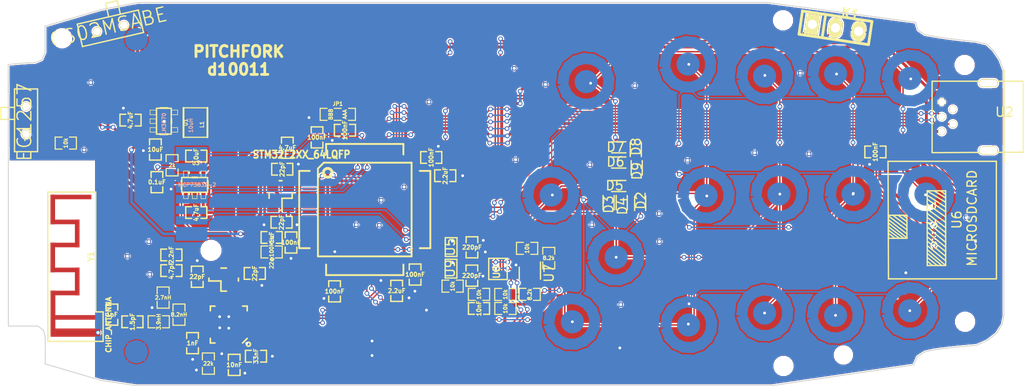
<source format=kicad_pcb>
(kicad_pcb (version 4) (host pcbnew "(2015-05-22 BZR 5678)-product")
  (layers (0 F.Cu signal) (31 B.Cu signal) (34 B.Paste user) (35 F.Paste user) (36 B.SilkS user) (37 F.SilkS user) (38 B.Mask user) (39 F.Mask user) (44 Edge.Cuts user))
  (net 0 "")
  (net 1 /CHRG_STAT)
  (net 2 /LCD_CS)
  (net 3 /LCD_DC)
  (net 4 /LCD_RES)
  (net 5 /LCD_SCLK)
  (net 6 /LCD_SDIN)
  (net 7 /VBAT)
  (net 8 /nrf_ce)
  (net 9 /nrf_csn)
  (net 10 /nrf_irq)
  (net 11 /nrf_miso)
  (net 12 /nrf_mosi)
  (net 13 /nrf_sck)
  (net 14 /sd_cd)
  (net 15 /sd_clk)
  (net 16 /sd_cmd)
  (net 17 /sd_d0)
  (net 18 /sd_d1)
  (net 19 /sd_d2)
  (net 20 /sd_d3)
  (net 21 /swclk)
  (net 22 /swdio)
  (net 23 /usb_5v)
  (net 24 /usb_dm)
  (net 25 /usb_dp)
  (net 26 /vdd)
  (net 27 GND)
  (net 28 "Net-(C1-Pad2)")
  (net 29 "Net-(C2-Pad2)")
  (net 30 "Net-(C3-Pad1)")
  (net 31 "Net-(C7-Pad1)")
  (net 32 "Net-(C8-Pad1)")
  (net 33 "Net-(C14-Pad1)")
  (net 34 "Net-(C16-Pad1)")
  (net 35 "Net-(C21-Pad2)")
  (net 36 "Net-(C22-Pad2)")
  (net 37 "Net-(C23-Pad2)")
  (net 38 "Net-(C24-Pad2)")
  (net 39 "Net-(C25-Pad1)")
  (net 40 "Net-(C26-Pad1)")
  (net 41 "Net-(L1-Pad1)")
  (net 42 "Net-(L5-Pad2)")
  (net 43 "Net-(L6-Pad1)")
  (net 44 "Net-(R3-Pad1)")
  (net 45 "Net-(R4-Pad2)")
  (net 46 "Net-(IC1-Pad4)")
  (net 47 "Net-(IC1-Pad7)")
  (net 48 "Net-(IC1-Pad8)")
  (net 49 "Net-(IC1-Pad3)")
  (net 50 "Net-(IC1-Pad17)")
  (net 51 "Net-(IC1-Pad24)")
  (net 52 "Net-(IC1-Pad50)")
  (net 53 "Net-(IC1-Pad55)")
  (net 54 "Net-(IC1-Pad9)")
  (net 55 "Net-(IC1-Pad10)")
  (net 56 "Net-(IC1-Pad11)")
  (net 57 "Net-(IC1-Pad43)")
  (net 58 "Net-(IC1-Pad59)")
  (net 59 "Net-(IC1-Pad14)")
  (net 60 "Net-(IC1-Pad15)")
  (net 61 "Net-(IC1-Pad61)")
  (net 62 "Net-(IC1-Pad62)")
  (net 63 "Net-(U2-Pad4)")
  (net 64 /VBAT0)
  (net 65 /B1I)
  (net 66 /B4I)
  (net 67 /B7I)
  (net 68 /B0I)
  (net 69 "Net-(B1-Pad15)")
  (net 70 /B3O)
  (net 71 /B0O)
  (net 72 /B1O)
  (net 73 /BCO)
  (net 74 "Net-(C19-Pad1)")
  (net 75 "Net-(C28-Pad1)")
  (net 76 "Net-(C29-Pad1)")
  (net 77 /comp2)
  (net 78 /comp1)
  (net 79 /rswen2)
  (net 80 /rswen1)
  (net 81 "Net-(R6-Pad1)")
  (net 82 "Net-(R10-Pad2)")
  (net 83 "Net-(R8-Pad1)")
  (net 84 "Net-(R8-Pad2)")
  (net 85 "Net-(R11-Pad2)")
  (module opendous:1Pin_12mil_VIA (layer F.Cu) (at 336.02 152.82 90)
    (fp_text reference 1Pin_12mil_VIA hide)
    (fp_text value VAL** hide)
    (pad 1 thru_hole circle (at 0 0 90) (size 0.508 0.508) (drill 0.3048) (layers *.Cu) (net 27 GND))
  )
  (module opendous:1Pin_12mil_VIA (layer F.Cu) (at 305 160.97 90)
    (fp_text reference 1Pin_12mil_VIA hide)
    (fp_text value VAL** hide)
    (pad 1 thru_hole circle (at 0 0 90) (size 0.508 0.508) (drill 0.3048) (layers *.Cu) (net 27 GND))
  )
  (module opendous:1Pin_12mil_VIA (layer F.Cu) (at 278.125 161.795 90)
    (fp_text reference 1Pin_12mil_VIA hide)
    (fp_text value VAL** hide)
    (pad 1 thru_hole circle (at 0 0 90) (size 0.508 0.508) (drill 0.3048) (layers *.Cu) (net 27 GND))
  )
  (module opendous:1Pin_12mil_VIA (layer F.Cu) (at 278.125 160.22 90)
    (fp_text reference 1Pin_12mil_VIA hide)
    (fp_text value VAL** hide)
    (pad 1 thru_hole circle (at 0 0 90) (size 0.508 0.508) (drill 0.3048) (layers *.Cu) (net 27 GND))
  )
  (module opendous:1Pin_12mil_VIA (layer F.Cu) (at 284.025 156.87 90)
    (fp_text reference 1Pin_12mil_VIA hide)
    (fp_text value VAL** hide)
    (pad 1 thru_hole circle (at 0 0 90) (size 0.508 0.508) (drill 0.3048) (layers *.Cu) (net 27 GND))
  )
  (module opendous:1Pin_12mil_VIA (layer F.Cu) (at 251.585 151.015 90)
    (fp_text reference 1Pin_12mil_VIA hide)
    (fp_text value VAL** hide)
    (pad 1 thru_hole circle (at 0 0 90) (size 0.508 0.508) (drill 0.3048) (layers *.Cu) (net 27 GND))
  )
  (module opendous:1Pin_12mil_VIA (layer F.Cu) (at 254.01 152.99 90)
    (fp_text reference 1Pin_12mil_VIA hide)
    (fp_text value VAL** hide)
    (pad 1 thru_hole circle (at 0 0 90) (size 0.508 0.508) (drill 0.3048) (layers *.Cu) (net 27 GND))
  )
  (module opendous:1Pin_12mil_VIA (layer F.Cu) (at 253.91 149.44 90)
    (fp_text reference 1Pin_12mil_VIA hide)
    (fp_text value VAL** hide)
    (pad 1 thru_hole circle (at 0 0 90) (size 0.508 0.508) (drill 0.3048) (layers *.Cu) (net 27 GND))
  )
  (module opendous:1Pin_12mil_VIA (layer F.Cu) (at 246.885 139.49 90)
    (fp_text reference 1Pin_12mil_VIA hide)
    (fp_text value VAL** hide)
    (pad 1 thru_hole circle (at 0 0 90) (size 0.508 0.508) (drill 0.3048) (layers *.Cu) (net 27 GND))
  )
  (module pitchforkbuttons:EG1257 (layer F.Cu) (at 240.59 136.28 270)
    (fp_text reference SW_RFPWR1 hide)
    (fp_text value EG1257 (at 0.19 0.17 270) (layer F.SilkS) (effects (font (size 1.5 1.5))))
    (pad 2 smd rect (at -2.25 -2.05 270) (size 0.7 1.1) (layers F.Cu F.Paste F.Mask) (net 26 /vdd) (clearance 0.15))
    (pad 1 smd rect (at 0.75 -2.05 270) (size 0.7 1.1) (layers F.Cu F.Paste F.Mask) (net 34 "Net-(C16-Pad1)") (clearance 0.15))
    (pad 3 smd rect (at 2.25 -2.05 270) (size 0.7 1.1) (layers F.Cu F.Paste F.Mask) (net 85 "Net-(R11-Pad2)") (clearance 0.15))
    (pad 4 smd rect (at -3.5 -1.15 270) (size 1 0.8) (layers F.Cu F.Paste F.Mask) (clearance 0.2))
    (pad 5 smd rect (at -3.5 1.15 270) (size 1 0.8) (layers F.Cu F.Paste F.Mask) (clearance 0.2))
    (pad 6 smd rect (at 3.5 -1.15 270) (size 1 0.8) (layers F.Cu F.Paste F.Mask) (clearance 0.2))
    (pad 7 smd rect (at 3.5 1.15 270) (size 1 0.8) (layers F.Cu F.Paste F.Mask) (clearance 0.2))
    (pad "" np_thru_hole circle (at -1.5 0 270) (size 0.9 0.9) (drill 0.762) (layers *.Cu *.Mask F.SilkS))
    (pad "" np_thru_hole circle (at 1.5 0 270) (size 0.9 0.9) (drill 0.762) (layers *.Cu *.Mask F.SilkS))
  )
  (module 3310 (layer B.Cu) (at 277.63 145.085 270)
    (fp_text reference B1 hide)
    (fp_text value 3310 hide)
    (fp_line (start -11.635703 38.962638) (end -12.799628 38.963744) (layer Edge.Cuts) (width 0.1))
    (fp_line (start -10.445703 38.962638) (end -11.609628 38.963744) (layer Edge.Cuts) (width 0.1))
    (fp_line (start -14.145331 -69.013672) (end 12.397737 -69.013672) (layer Edge.Cuts) (width 0.1))
    (fp_line (start 12.397737 -69.013672) (end 13.347628 -68.829437) (layer Edge.Cuts) (width 0.1))
    (fp_line (start 13.347628 -68.829437) (end 14.318819 -68.201984) (layer Edge.Cuts) (width 0.1))
    (fp_line (start 14.318819 -68.201984) (end 15.086019 -67.218434) (layer Edge.Cuts) (width 0.1))
    (fp_line (start 15.086019 -67.218434) (end 15.588638 -66.075338) (layer Edge.Cuts) (width 0.1))
    (fp_line (start 15.588638 -66.075338) (end 15.667981 -65.136166) (layer Edge.Cuts) (width 0.1))
    (fp_line (start 15.667981 -65.136166) (end 15.756175 -64.187997) (layer Edge.Cuts) (width 0.1))
    (fp_line (start 15.756175 -64.187997) (end 15.853122 -63.248819) (layer Edge.Cuts) (width 0.1))
    (fp_line (start 15.853122 -63.248819) (end 15.967762 -62.309541) (layer Edge.Cuts) (width 0.1))
    (fp_line (start 15.967762 -62.309541) (end 16.100113 -61.379253) (layer Edge.Cuts) (width 0.1))
    (fp_line (start 16.100113 -61.379253) (end 16.302841 -60.45765) (layer Edge.Cuts) (width 0.1))
    (fp_line (start 16.302841 -60.45765) (end 16.832006 -59.624781) (layer Edge.Cuts) (width 0.1))
    (fp_line (start 16.832006 -59.624781) (end 17.722597 -59.252612) (layer Edge.Cuts) (width 0.1))
    (fp_line (start 17.722597 -59.252612) (end 17.916584 -57.967838) (layer Edge.Cuts) (width 0.1))
    (fp_line (start 17.916584 -57.967838) (end 18.101725 -56.683062) (layer Edge.Cuts) (width 0.1))
    (fp_line (start 18.101725 -56.683062) (end 18.286963 -55.398288) (layer Edge.Cuts) (width 0.1))
    (fp_line (start 18.286963 -55.398288) (end 18.4721 -54.113509) (layer Edge.Cuts) (width 0.1))
    (fp_line (start 18.4721 -54.113509) (end 18.657238 -52.828634) (layer Edge.Cuts) (width 0.1))
    (fp_line (start 18.657238 -52.828634) (end 18.851225 -51.543859) (layer Edge.Cuts) (width 0.1))
    (fp_line (start 18.851225 -51.543859) (end 19.036462 -50.259081) (layer Edge.Cuts) (width 0.1))
    (fp_line (start 19.036462 -50.259081) (end 19.2216 -48.974297) (layer Edge.Cuts) (width 0.1))
    (fp_line (start 19.2216 -48.974297) (end 19.406838 -47.689531) (layer Edge.Cuts) (width 0.1))
    (fp_line (start 19.406838 -47.689531) (end 19.600825 -46.404753) (layer Edge.Cuts) (width 0.1))
    (fp_line (start 19.600825 -46.404753) (end 19.785963 -45.119978) (layer Edge.Cuts) (width 0.1))
    (fp_line (start 19.785963 -45.119978) (end 19.971103 -43.835103) (layer Edge.Cuts) (width 0.1))
    (fp_line (start 19.971103 -43.835103) (end 19.971103 25.0833) (layer Edge.Cuts) (width 0.1))
    (fp_line (start 19.971103 25.0833) (end 19.830012 26.049153) (layer Edge.Cuts) (width 0.1))
    (fp_line (start 19.830012 26.049153) (end 19.680172 27.014909) (layer Edge.Cuts) (width 0.1))
    (fp_line (start 19.680172 27.014909) (end 19.539081 27.989656) (layer Edge.Cuts) (width 0.1))
    (fp_line (start 19.539081 27.989656) (end 19.389141 28.955413) (layer Edge.Cuts) (width 0.1))
    (fp_line (start 19.389141 28.955413) (end 19.098209 29.956734) (layer Edge.Cuts) (width 0.1))
    (fp_line (start 19.098209 29.956734) (end 18.798328 30.957959) (layer Edge.Cuts) (width 0.1))
    (fp_line (start 18.798328 30.957959) (end 18.507397 31.959184) (layer Edge.Cuts) (width 0.1))
    (fp_line (start 18.507397 31.959184) (end 18.207519 32.960409) (layer Edge.Cuts) (width 0.1))
    (fp_line (start 18.207519 32.960409) (end 17.916584 33.961731) (layer Edge.Cuts) (width 0.1))
    (fp_line (start 17.916584 33.961731) (end 17.616803 34.962966) (layer Edge.Cuts) (width 0.1))
    (fp_line (start 17.616803 34.962966) (end 16.876053 34.954075) (layer Edge.Cuts) (width 0.1))
    (fp_line (start 16.876053 34.954075) (end 15.3858 34.954075) (layer Edge.Cuts) (width 0.1))
    (fp_line (start 15.3858 34.954075) (end 14.6363 34.962966) (layer Edge.Cuts) (width 0.1))
    (fp_line (start 14.6363 34.962966) (end 13.939694 35.166778) (layer Edge.Cuts) (width 0.1))
    (fp_line (start 13.939694 35.166778) (end 13.516422 35.760459) (layer Edge.Cuts) (width 0.1))
    (fp_line (start 13.516422 35.760459) (end 13.516422 38.959159) (layer Edge.Cuts) (width 0.1))
    (fp_line (start 13.516422 38.959159) (end -5.618434 38.959159) (layer Edge.Cuts) (width 0.1))
    (fp_line (start -5.627281 38.960422) (end -6.820056 38.961528) (layer Edge.Cuts) (width 0.1))
    (fp_line (start -6.850056 38.961528) (end -8.012928 38.961528) (layer Edge.Cuts) (width 0.1))
    (fp_line (start -8.042928 38.961528) (end -9.215703 38.962638) (layer Edge.Cuts) (width 0.1))
    (fp_line (start -9.265703 38.962638) (end -10.429628 38.963744) (layer Edge.Cuts) (width 0.1))
    (fp_line (start -11.835081 38.965638) (end -14.850784 38.965638) (layer Edge.Cuts) (width 0.1))
    (fp_line (start -14.850784 38.985638) (end -14.850784 38.986328) (layer Edge.Cuts) (width 0.1))
    (fp_line (start -14.850784 38.986328) (end -14.921381 38.250872) (layer Edge.Cuts) (width 0.1))
    (fp_line (start -14.921381 38.250872) (end -14.983028 37.524309) (layer Edge.Cuts) (width 0.1))
    (fp_line (start -14.983028 37.524309) (end -15.036022 36.788853) (layer Edge.Cuts) (width 0.1))
    (fp_line (start -15.036022 36.788853) (end -15.053622 36.062287) (layer Edge.Cuts) (width 0.1))
    (fp_line (start -15.053622 36.062287) (end -15.3711 35.300253) (layer Edge.Cuts) (width 0.1))
    (fp_line (start -15.3711 35.300253) (end -16.1382 34.972441) (layer Edge.Cuts) (width 0.1))
    (fp_line (start -16.1382 34.972441) (end -19.021663 34.972441) (layer Edge.Cuts) (width 0.1))
    (fp_line (start -19.021663 34.972441) (end -19.312694 33.971216) (layer Edge.Cuts) (width 0.1))
    (fp_line (start -19.312694 33.971216) (end -19.612475 32.9611) (layer Edge.Cuts) (width 0.1))
    (fp_line (start -19.612475 32.9611) (end -19.903506 31.959875) (layer Edge.Cuts) (width 0.1))
    (fp_line (start -19.903506 31.959875) (end -20.203287 30.949769) (layer Edge.Cuts) (width 0.1))
    (fp_line (start -20.203287 30.949769) (end -20.503069 29.948438) (layer Edge.Cuts) (width 0.1))
    (fp_line (start -20.503069 29.948438) (end -20.794097 28.938319) (layer Edge.Cuts) (width 0.1))
    (fp_line (start -20.794097 28.938319) (end -20.988087 27.945988) (layer Edge.Cuts) (width 0.1))
    (fp_line (start -20.988087 27.945988) (end -21.182072 26.944762) (layer Edge.Cuts) (width 0.1))
    (fp_line (start -21.182072 26.944762) (end -21.384909 25.952331) (layer Edge.Cuts) (width 0.1))
    (fp_line (start -21.384909 25.952331) (end -21.578897 24.842037) (layer Edge.Cuts) (width 0.1))
    (fp_line (start -21.578897 24.842037) (end -21.578897 -43.427262) (layer Edge.Cuts) (width 0.1))
    (fp_line (start -21.578897 -43.427262) (end -21.393653 -44.765191) (layer Edge.Cuts) (width 0.1))
    (fp_line (start -21.393653 -44.765191) (end -21.217369 -46.094319) (layer Edge.Cuts) (width 0.1))
    (fp_line (start -21.217369 -46.094319) (end -21.040981 -47.432356) (layer Edge.Cuts) (width 0.1))
    (fp_line (start -21.040981 -47.432356) (end -20.864594 -48.770288) (layer Edge.Cuts) (width 0.1))
    (fp_line (start -20.864594 -48.770288) (end -20.688306 -50.099425) (layer Edge.Cuts) (width 0.1))
    (fp_line (start -20.688306 -50.099425) (end -20.503069 -51.437344) (layer Edge.Cuts) (width 0.1))
    (fp_line (start -20.503069 -51.437344) (end -20.326681 -52.766491) (layer Edge.Cuts) (width 0.1))
    (fp_line (start -20.326681 -52.766491) (end -20.150391 -54.104519) (layer Edge.Cuts) (width 0.1))
    (fp_line (start -20.150391 -54.104519) (end -19.974003 -55.44245) (layer Edge.Cuts) (width 0.1))
    (fp_line (start -19.974003 -55.44245) (end -19.788863 -56.771584) (layer Edge.Cuts) (width 0.1))
    (fp_line (start -19.788863 -56.771584) (end -19.612475 -58.109516) (layer Edge.Cuts) (width 0.1))
    (fp_line (start -19.612475 -58.109516) (end -19.436081 -59.447544) (layer Edge.Cuts) (width 0.1))
    (fp_line (start -19.436081 -59.447544) (end -18.589641 -59.704519) (layer Edge.Cuts) (width 0.1))
    (fp_line (start -18.589641 -59.704519) (end -18.095775 -60.431084) (layer Edge.Cuts) (width 0.1))
    (fp_line (start -18.095775 -60.431084) (end -17.857737 -61.795591) (layer Edge.Cuts) (width 0.1))
    (fp_line (start -17.857737 -61.795591) (end -17.654903 -63.168988) (layer Edge.Cuts) (width 0.1))
    (fp_line (start -17.654903 -63.168988) (end -17.487356 -64.551278) (layer Edge.Cuts) (width 0.1))
    (fp_line (start -17.487356 -64.551278) (end -17.355122 -65.933569) (layer Edge.Cuts) (width 0.1))
    (fp_line (start -17.355122 -65.933569) (end -17.064091 -67.147506) (layer Edge.Cuts) (width 0.1))
    (fp_line (start -17.064091 -67.147506) (end -16.4107 -67.854756) (layer Edge.Cuts) (width 0.1))
    (fp_line (start -16.4107 -67.854756) (end -15.387872 -68.554734) (layer Edge.Cuts) (width 0.1))
    (fp_line (start -15.387872 -68.554734) (end -14.145331 -69.013672) (layer Edge.Cuts) (width 0.1))
    (pad "" smd rect (at -13.722 -56.43 172) (size 1.2 1.4) (layers B.Cu B.Mask))
    (pad "" smd rect (at -14.607 -56.735 150) (size 1.2 1.4) (layers B.Cu B.Mask))
    (pad "" smd rect (at -15.314 -57.349 128) (size 1.2 1.4) (layers B.Cu B.Mask))
    (pad "" smd rect (at -15.739 -58.184 106) (size 1.2 1.4) (layers B.Cu B.Mask))
    (pad "" smd rect (at -15.821 -59.117 84) (size 1.2 1.4) (layers B.Cu B.Mask))
    (pad "" smd rect (at -15.547 -60.012 62) (size 1.2 1.4) (layers B.Cu B.Mask))
    (pad "" smd rect (at -14.957 -60.74 40) (size 1.2 1.4) (layers B.Cu B.Mask))
    (pad "" smd rect (at -14.138 -61.194 18) (size 1.2 1.4) (layers B.Cu B.Mask))
    (pad "" smd rect (at -13.209 -61.308 356) (size 1.2 1.4) (layers B.Cu B.Mask))
    (pad "" smd rect (at -12.304 -61.066 334) (size 1.2 1.4) (layers B.Cu B.Mask))
    (pad "" smd rect (at -11.556 -60.502 312) (size 1.2 1.4) (layers B.Cu B.Mask))
    (pad "" smd rect (at -11.074 -59.699 290) (size 1.2 1.4) (layers B.Cu B.Mask))
    (pad "" smd rect (at -10.927 -58.774 268) (size 1.2 1.4) (layers B.Cu B.Mask))
    (pad "" smd rect (at -11.138 -57.862 246) (size 1.2 1.4) (layers B.Cu B.Mask))
    (pad "" smd rect (at -11.675 -57.095 224) (size 1.2 1.4) (layers B.Cu B.Mask))
    (pad "" smd rect (at -12.461 -56.585 202) (size 1.2 1.4) (layers B.Cu B.Mask))
    (pad "" smd rect (at 12.739 -56.585 202) (size 1.2 1.4) (layers B.Cu B.Mask))
    (pad "" smd rect (at 13.525 -57.095 224) (size 1.2 1.4) (layers B.Cu B.Mask))
    (pad "" smd rect (at 14.062 -57.862 246) (size 1.2 1.4) (layers B.Cu B.Mask))
    (pad "" smd rect (at 14.273 -58.774 268) (size 1.2 1.4) (layers B.Cu B.Mask))
    (pad "" smd rect (at 14.126 -59.699 290) (size 1.2 1.4) (layers B.Cu B.Mask))
    (pad "" smd rect (at 13.644 -60.502 312) (size 1.2 1.4) (layers B.Cu B.Mask))
    (pad "" smd rect (at 12.896 -61.066 334) (size 1.2 1.4) (layers B.Cu B.Mask))
    (pad "" smd rect (at 11.991 -61.308 356) (size 1.2 1.4) (layers B.Cu B.Mask))
    (pad "" smd rect (at 11.062 -61.194 18) (size 1.2 1.4) (layers B.Cu B.Mask))
    (pad "" smd rect (at 10.243 -60.74 40) (size 1.2 1.4) (layers B.Cu B.Mask))
    (pad "" smd rect (at 9.653 -60.012 62) (size 1.2 1.4) (layers B.Cu B.Mask))
    (pad "" smd rect (at 9.379 -59.117 84) (size 1.2 1.4) (layers B.Cu B.Mask))
    (pad "" smd rect (at 9.461 -58.184 106) (size 1.2 1.4) (layers B.Cu B.Mask))
    (pad "" smd rect (at 9.886 -57.349 128) (size 1.2 1.4) (layers B.Cu B.Mask))
    (pad "" smd rect (at 10.593 -56.735 150) (size 1.2 1.4) (layers B.Cu B.Mask))
    (pad "" smd rect (at 11.478 -56.43 172) (size 1.2 1.4) (layers B.Cu B.Mask))
    (pad "" smd rect (at -14.222 -48.38 172) (size 1.2 1.4) (layers B.Cu B.Mask))
    (pad "" smd rect (at -15.107 -48.685 150) (size 1.2 1.4) (layers B.Cu B.Mask))
    (pad "" smd rect (at -15.814 -49.299 128) (size 1.2 1.4) (layers B.Cu B.Mask))
    (pad "" smd rect (at -16.239 -50.134 106) (size 1.2 1.4) (layers B.Cu B.Mask))
    (pad "" smd rect (at -16.321 -51.067 84) (size 1.2 1.4) (layers B.Cu B.Mask))
    (pad "" smd rect (at -16.047 -51.962 62) (size 1.2 1.4) (layers B.Cu B.Mask))
    (pad "" smd rect (at -15.457 -52.69 40) (size 1.2 1.4) (layers B.Cu B.Mask))
    (pad "" smd rect (at -14.638 -53.144 18) (size 1.2 1.4) (layers B.Cu B.Mask))
    (pad "" smd rect (at -13.709 -53.258 356) (size 1.2 1.4) (layers B.Cu B.Mask))
    (pad "" smd rect (at -12.804 -53.016 334) (size 1.2 1.4) (layers B.Cu B.Mask))
    (pad "" smd rect (at -12.056 -52.452 312) (size 1.2 1.4) (layers B.Cu B.Mask))
    (pad "" smd rect (at -11.574 -51.649 290) (size 1.2 1.4) (layers B.Cu B.Mask))
    (pad "" smd rect (at -11.427 -50.724 268) (size 1.2 1.4) (layers B.Cu B.Mask))
    (pad "" smd rect (at -11.638 -49.812 246) (size 1.2 1.4) (layers B.Cu B.Mask))
    (pad "" smd rect (at -12.175 -49.045 224) (size 1.2 1.4) (layers B.Cu B.Mask))
    (pad "" smd rect (at -12.961 -48.535 202) (size 1.2 1.4) (layers B.Cu B.Mask))
    (pad "" smd rect (at 0.099 -58.285 202) (size 1.2 1.4) (layers B.Cu B.Mask))
    (pad "" smd rect (at 0.885 -58.795 224) (size 1.2 1.4) (layers B.Cu B.Mask))
    (pad "" smd rect (at 1.422 -59.562 246) (size 1.2 1.4) (layers B.Cu B.Mask))
    (pad "" smd rect (at 1.633 -60.474 268) (size 1.2 1.4) (layers B.Cu B.Mask))
    (pad "" smd rect (at 1.486 -61.399 290) (size 1.2 1.4) (layers B.Cu B.Mask))
    (pad "" smd rect (at 1.004 -62.202 312) (size 1.2 1.4) (layers B.Cu B.Mask))
    (pad "" smd rect (at 0.256 -62.766 334) (size 1.2 1.4) (layers B.Cu B.Mask))
    (pad "" smd rect (at -0.649 -63.008 356) (size 1.2 1.4) (layers B.Cu B.Mask))
    (pad "" smd rect (at -1.578 -62.894 18) (size 1.2 1.4) (layers B.Cu B.Mask))
    (pad "" smd rect (at -2.397 -62.44 40) (size 1.2 1.4) (layers B.Cu B.Mask))
    (pad "" smd rect (at -2.987 -61.712 62) (size 1.2 1.4) (layers B.Cu B.Mask))
    (pad "" smd rect (at -3.261 -60.817 84) (size 1.2 1.4) (layers B.Cu B.Mask))
    (pad "" smd rect (at -3.179 -59.884 106) (size 1.2 1.4) (layers B.Cu B.Mask))
    (pad "" smd rect (at -2.754 -59.049 128) (size 1.2 1.4) (layers B.Cu B.Mask))
    (pad "" smd rect (at -2.047 -58.435 150) (size 1.2 1.4) (layers B.Cu B.Mask))
    (pad "" smd rect (at -1.162 -58.13 172) (size 1.2 1.4) (layers B.Cu B.Mask))
    (pad "" smd rect (at -15.202 -32.32 172) (size 1.2 1.4) (layers B.Cu B.Mask))
    (pad "" smd rect (at -16.087 -32.625 150) (size 1.2 1.4) (layers B.Cu B.Mask))
    (pad "" smd rect (at -16.794 -33.239 128) (size 1.2 1.4) (layers B.Cu B.Mask))
    (pad "" smd rect (at -17.219 -34.074 106) (size 1.2 1.4) (layers B.Cu B.Mask))
    (pad "" smd rect (at -17.301 -35.007 84) (size 1.2 1.4) (layers B.Cu B.Mask))
    (pad "" smd rect (at -17.027 -35.902 62) (size 1.2 1.4) (layers B.Cu B.Mask))
    (pad "" smd rect (at -16.437 -36.63 40) (size 1.2 1.4) (layers B.Cu B.Mask))
    (pad "" smd rect (at -15.618 -37.084 18) (size 1.2 1.4) (layers B.Cu B.Mask))
    (pad "" smd rect (at -14.689 -37.198 356) (size 1.2 1.4) (layers B.Cu B.Mask))
    (pad "" smd rect (at -13.784 -36.956 334) (size 1.2 1.4) (layers B.Cu B.Mask))
    (pad "" smd rect (at -13.036 -36.392 312) (size 1.2 1.4) (layers B.Cu B.Mask))
    (pad "" smd rect (at -12.554 -35.589 290) (size 1.2 1.4) (layers B.Cu B.Mask))
    (pad "" smd rect (at -12.407 -34.664 268) (size 1.2 1.4) (layers B.Cu B.Mask))
    (pad "" smd rect (at -12.618 -33.752 246) (size 1.2 1.4) (layers B.Cu B.Mask))
    (pad "" smd rect (at -13.155 -32.985 224) (size 1.2 1.4) (layers B.Cu B.Mask))
    (pad "" smd rect (at -13.941 -32.475 202) (size 1.2 1.4) (layers B.Cu B.Mask))
    (pad "" smd rect (at 14.289 -32.575 202) (size 1.2 1.4) (layers B.Cu B.Mask))
    (pad "" smd rect (at 15.075 -33.085 224) (size 1.2 1.4) (layers B.Cu B.Mask))
    (pad "" smd rect (at 15.612 -33.852 246) (size 1.2 1.4) (layers B.Cu B.Mask))
    (pad "" smd rect (at 15.823 -34.764 268) (size 1.2 1.4) (layers B.Cu B.Mask))
    (pad "" smd rect (at 15.676 -35.689 290) (size 1.2 1.4) (layers B.Cu B.Mask))
    (pad "" smd rect (at 15.194 -36.492 312) (size 1.2 1.4) (layers B.Cu B.Mask))
    (pad "" smd rect (at 14.446 -37.056 334) (size 1.2 1.4) (layers B.Cu B.Mask))
    (pad "" smd rect (at 13.541 -37.298 356) (size 1.2 1.4) (layers B.Cu B.Mask))
    (pad "" smd rect (at 12.612 -37.184 18) (size 1.2 1.4) (layers B.Cu B.Mask))
    (pad "" smd rect (at 11.793 -36.73 40) (size 1.2 1.4) (layers B.Cu B.Mask))
    (pad "" smd rect (at 11.203 -36.002 62) (size 1.2 1.4) (layers B.Cu B.Mask))
    (pad "" smd rect (at 10.929 -35.107 84) (size 1.2 1.4) (layers B.Cu B.Mask))
    (pad "" smd rect (at 11.011 -34.174 106) (size 1.2 1.4) (layers B.Cu B.Mask))
    (pad "" smd rect (at 11.436 -33.339 128) (size 1.2 1.4) (layers B.Cu B.Mask))
    (pad "" smd rect (at 12.143 -32.725 150) (size 1.2 1.4) (layers B.Cu B.Mask))
    (pad "" smd rect (at 13.028 -32.42 172) (size 1.2 1.4) (layers B.Cu B.Mask))
    (pad "" smd rect (at 11.738 -40.67 172) (size 1.2 1.4) (layers B.Cu B.Mask))
    (pad "" smd rect (at 10.853 -40.975 150) (size 1.2 1.4) (layers B.Cu B.Mask))
    (pad "" smd rect (at 10.146 -41.589 128) (size 1.2 1.4) (layers B.Cu B.Mask))
    (pad "" smd rect (at 9.721 -42.424 106) (size 1.2 1.4) (layers B.Cu B.Mask))
    (pad "" smd rect (at 9.639 -43.357 84) (size 1.2 1.4) (layers B.Cu B.Mask))
    (pad "" smd rect (at 9.913 -44.252 62) (size 1.2 1.4) (layers B.Cu B.Mask))
    (pad "" smd rect (at 10.503 -44.98 40) (size 1.2 1.4) (layers B.Cu B.Mask))
    (pad "" smd rect (at 11.322 -45.434 18) (size 1.2 1.4) (layers B.Cu B.Mask))
    (pad "" smd rect (at 12.251 -45.548 356) (size 1.2 1.4) (layers B.Cu B.Mask))
    (pad "" smd rect (at 13.156 -45.306 334) (size 1.2 1.4) (layers B.Cu B.Mask))
    (pad "" smd rect (at 13.904 -44.742 312) (size 1.2 1.4) (layers B.Cu B.Mask))
    (pad "" smd rect (at 14.386 -43.939 290) (size 1.2 1.4) (layers B.Cu B.Mask))
    (pad "" smd rect (at 14.533 -43.014 268) (size 1.2 1.4) (layers B.Cu B.Mask))
    (pad "" smd rect (at 14.322 -42.102 246) (size 1.2 1.4) (layers B.Cu B.Mask))
    (pad "" smd rect (at 13.785 -41.335 224) (size 1.2 1.4) (layers B.Cu B.Mask))
    (pad "" smd rect (at 12.999 -40.825 202) (size 1.2 1.4) (layers B.Cu B.Mask))
    (pad "" smd rect (at 0.239 -34.465 202) (size 1.2 1.4) (layers B.Cu B.Mask))
    (pad "" smd rect (at 1.025 -34.975 224) (size 1.2 1.4) (layers B.Cu B.Mask))
    (pad "" smd rect (at 1.562 -35.742 246) (size 1.2 1.4) (layers B.Cu B.Mask))
    (pad "" smd rect (at 1.773 -36.654 268) (size 1.2 1.4) (layers B.Cu B.Mask))
    (pad "" smd rect (at 1.626 -37.579 290) (size 1.2 1.4) (layers B.Cu B.Mask))
    (pad "" smd rect (at 1.144 -38.382 312) (size 1.2 1.4) (layers B.Cu B.Mask))
    (pad "" smd rect (at 0.396 -38.946 334) (size 1.2 1.4) (layers B.Cu B.Mask))
    (pad "" smd rect (at -0.509 -39.188 356) (size 1.2 1.4) (layers B.Cu B.Mask))
    (pad "" smd rect (at -1.438 -39.074 18) (size 1.2 1.4) (layers B.Cu B.Mask))
    (pad "" smd rect (at -2.257 -38.62 40) (size 1.2 1.4) (layers B.Cu B.Mask))
    (pad "" smd rect (at -2.847 -37.892 62) (size 1.2 1.4) (layers B.Cu B.Mask))
    (pad "" smd rect (at -3.121 -36.997 84) (size 1.2 1.4) (layers B.Cu B.Mask))
    (pad "" smd rect (at -3.039 -36.064 106) (size 1.2 1.4) (layers B.Cu B.Mask))
    (pad "" smd rect (at -2.614 -35.229 128) (size 1.2 1.4) (layers B.Cu B.Mask))
    (pad "" smd rect (at -1.907 -34.615 150) (size 1.2 1.4) (layers B.Cu B.Mask))
    (pad "" smd rect (at -1.022 -34.31 172) (size 1.2 1.4) (layers B.Cu B.Mask))
    (pad "" smd rect (at 12.678 -19.74 172) (size 1.2 1.4) (layers B.Cu B.Mask))
    (pad "" smd rect (at 11.793 -20.045 150) (size 1.2 1.4) (layers B.Cu B.Mask))
    (pad "" smd rect (at 11.086 -20.659 128) (size 1.2 1.4) (layers B.Cu B.Mask))
    (pad "" smd rect (at 10.661 -21.494 106) (size 1.2 1.4) (layers B.Cu B.Mask))
    (pad "" smd rect (at 10.579 -22.427 84) (size 1.2 1.4) (layers B.Cu B.Mask))
    (pad "" smd rect (at 10.853 -23.322 62) (size 1.2 1.4) (layers B.Cu B.Mask))
    (pad "" smd rect (at 11.443 -24.05 40) (size 1.2 1.4) (layers B.Cu B.Mask))
    (pad "" smd rect (at 12.262 -24.504 18) (size 1.2 1.4) (layers B.Cu B.Mask))
    (pad "" smd rect (at 13.191 -24.618 356) (size 1.2 1.4) (layers B.Cu B.Mask))
    (pad "" smd rect (at 14.096 -24.376 334) (size 1.2 1.4) (layers B.Cu B.Mask))
    (pad "" smd rect (at 14.844 -23.812 312) (size 1.2 1.4) (layers B.Cu B.Mask))
    (pad "" smd rect (at 15.326 -23.009 290) (size 1.2 1.4) (layers B.Cu B.Mask))
    (pad "" smd rect (at 15.473 -22.084 268) (size 1.2 1.4) (layers B.Cu B.Mask))
    (pad "" smd rect (at 15.262 -21.172 246) (size 1.2 1.4) (layers B.Cu B.Mask))
    (pad "" smd rect (at 14.725 -20.405 224) (size 1.2 1.4) (layers B.Cu B.Mask))
    (pad "" smd rect (at 13.939 -19.895 202) (size 1.2 1.4) (layers B.Cu B.Mask))
    (pad "" smd rect (at 6.959 -24.655 202) (size 1.2 1.4) (layers B.Cu B.Mask))
    (pad "" smd rect (at 7.745 -25.165 224) (size 1.2 1.4) (layers B.Cu B.Mask))
    (pad "" smd rect (at 8.282 -25.932 246) (size 1.2 1.4) (layers B.Cu B.Mask))
    (pad "" smd rect (at 8.493 -26.844 268) (size 1.2 1.4) (layers B.Cu B.Mask))
    (pad "" smd rect (at 8.346 -27.769 290) (size 1.2 1.4) (layers B.Cu B.Mask))
    (pad "" smd rect (at 7.864 -28.572 312) (size 1.2 1.4) (layers B.Cu B.Mask))
    (pad "" smd rect (at 7.116 -29.136 334) (size 1.2 1.4) (layers B.Cu B.Mask))
    (pad "" smd rect (at 6.211 -29.378 356) (size 1.2 1.4) (layers B.Cu B.Mask))
    (pad "" smd rect (at 5.282 -29.264 18) (size 1.2 1.4) (layers B.Cu B.Mask))
    (pad "" smd rect (at 4.463 -28.81 40) (size 1.2 1.4) (layers B.Cu B.Mask))
    (pad "" smd rect (at 3.873 -28.082 62) (size 1.2 1.4) (layers B.Cu B.Mask))
    (pad "" smd rect (at 3.599 -27.187 84) (size 1.2 1.4) (layers B.Cu B.Mask))
    (pad "" smd rect (at 3.681 -26.254 106) (size 1.2 1.4) (layers B.Cu B.Mask))
    (pad "" smd rect (at 4.106 -25.419 128) (size 1.2 1.4) (layers B.Cu B.Mask))
    (pad "" smd rect (at 4.813 -24.805 150) (size 1.2 1.4) (layers B.Cu B.Mask))
    (pad "" smd rect (at 5.698 -24.5 172) (size 1.2 1.4) (layers B.Cu B.Mask))
    (pad "" smd rect (at -1.072 -17.45 172) (size 1.2 1.4) (layers B.Cu B.Mask))
    (pad "" smd rect (at -1.957 -17.755 150) (size 1.2 1.4) (layers B.Cu B.Mask))
    (pad "" smd rect (at -2.664 -18.369 128) (size 1.2 1.4) (layers B.Cu B.Mask))
    (pad "" smd rect (at -3.089 -19.204 106) (size 1.2 1.4) (layers B.Cu B.Mask))
    (pad "" smd rect (at -3.171 -20.137 84) (size 1.2 1.4) (layers B.Cu B.Mask))
    (pad "" smd rect (at -2.897 -21.032 62) (size 1.2 1.4) (layers B.Cu B.Mask))
    (pad "" smd rect (at -2.307 -21.76 40) (size 1.2 1.4) (layers B.Cu B.Mask))
    (pad "" smd rect (at -1.488 -22.214 18) (size 1.2 1.4) (layers B.Cu B.Mask))
    (pad "" smd rect (at -0.559 -22.328 356) (size 1.2 1.4) (layers B.Cu B.Mask))
    (pad "" smd rect (at 0.346 -22.086 334) (size 1.2 1.4) (layers B.Cu B.Mask))
    (pad "" smd rect (at 1.094 -21.522 312) (size 1.2 1.4) (layers B.Cu B.Mask))
    (pad "" smd rect (at 1.576 -20.719 290) (size 1.2 1.4) (layers B.Cu B.Mask))
    (pad "" smd rect (at 1.723 -19.794 268) (size 1.2 1.4) (layers B.Cu B.Mask))
    (pad "" smd rect (at 1.512 -18.882 246) (size 1.2 1.4) (layers B.Cu B.Mask))
    (pad "" smd rect (at 0.975 -18.115 224) (size 1.2 1.4) (layers B.Cu B.Mask))
    (pad "" smd rect (at 0.189 -17.605 202) (size 1.2 1.4) (layers B.Cu B.Mask))
    (pad "" smd rect (at -12.101 -21.425 202) (size 1.2 1.4) (layers B.Cu B.Mask))
    (pad "" smd rect (at -11.315 -21.935 224) (size 1.2 1.4) (layers B.Cu B.Mask))
    (pad "" smd rect (at -10.778 -22.702 246) (size 1.2 1.4) (layers B.Cu B.Mask))
    (pad "" smd rect (at -10.567 -23.614 268) (size 1.2 1.4) (layers B.Cu B.Mask))
    (pad "" smd rect (at -10.714 -24.539 290) (size 1.2 1.4) (layers B.Cu B.Mask))
    (pad "" smd rect (at -11.196 -25.342 312) (size 1.2 1.4) (layers B.Cu B.Mask))
    (pad "" smd rect (at -11.944 -25.906 334) (size 1.2 1.4) (layers B.Cu B.Mask))
    (pad "" smd rect (at -12.849 -26.148 356) (size 1.2 1.4) (layers B.Cu B.Mask))
    (pad "" smd rect (at -13.778 -26.034 18) (size 1.2 1.4) (layers B.Cu B.Mask))
    (pad "" smd rect (at -14.597 -25.58 40) (size 1.2 1.4) (layers B.Cu B.Mask))
    (pad "" smd rect (at -15.187 -24.852 62) (size 1.2 1.4) (layers B.Cu B.Mask))
    (pad "" smd rect (at -15.461 -23.957 84) (size 1.2 1.4) (layers B.Cu B.Mask))
    (pad "" smd rect (at -15.379 -23.024 106) (size 1.2 1.4) (layers B.Cu B.Mask))
    (pad "" smd rect (at -14.954 -22.189 128) (size 1.2 1.4) (layers B.Cu B.Mask))
    (pad "" smd rect (at -14.247 -21.575 150) (size 1.2 1.4) (layers B.Cu B.Mask))
    (pad "" smd rect (at -13.362 -21.27 172) (size 1.2 1.4) (layers B.Cu B.Mask))
    (pad "" smd rect (at -1.172 -50.28 172) (size 1.2 1.4) (layers B.Cu B.Mask))
    (pad "" smd rect (at -2.057 -50.585 150) (size 1.2 1.4) (layers B.Cu B.Mask))
    (pad "" smd rect (at -2.764 -51.199 128) (size 1.2 1.4) (layers B.Cu B.Mask))
    (pad "" smd rect (at -3.189 -52.034 106) (size 1.2 1.4) (layers B.Cu B.Mask))
    (pad "" smd rect (at -3.271 -52.967 84) (size 1.2 1.4) (layers B.Cu B.Mask))
    (pad "" smd rect (at -2.997 -53.862 62) (size 1.2 1.4) (layers B.Cu B.Mask))
    (pad "" smd rect (at -2.407 -54.59 40) (size 1.2 1.4) (layers B.Cu B.Mask))
    (pad "" smd rect (at -1.588 -55.044 18) (size 1.2 1.4) (layers B.Cu B.Mask))
    (pad "" smd rect (at -0.659 -55.158 356) (size 1.2 1.4) (layers B.Cu B.Mask))
    (pad "" smd rect (at 0.246 -54.916 334) (size 1.2 1.4) (layers B.Cu B.Mask))
    (pad "" smd rect (at 0.994 -54.352 312) (size 1.2 1.4) (layers B.Cu B.Mask))
    (pad "" smd rect (at 1.476 -53.549 290) (size 1.2 1.4) (layers B.Cu B.Mask))
    (pad "" smd rect (at 1.623 -52.624 268) (size 1.2 1.4) (layers B.Cu B.Mask))
    (pad "" smd rect (at 1.412 -51.712 246) (size 1.2 1.4) (layers B.Cu B.Mask))
    (pad "" smd rect (at 0.875 -50.945 224) (size 1.2 1.4) (layers B.Cu B.Mask))
    (pad "" smd rect (at 0.089 -50.435 202) (size 1.2 1.4) (layers B.Cu B.Mask))
    (pad "" smd rect (at 0.049 -42.375 202) (size 1.2 1.4) (layers B.Cu B.Mask))
    (pad "" smd rect (at 0.835 -42.885 224) (size 1.2 1.4) (layers B.Cu B.Mask))
    (pad "" smd rect (at 1.372 -43.652 246) (size 1.2 1.4) (layers B.Cu B.Mask))
    (pad "" smd rect (at 1.583 -44.564 268) (size 1.2 1.4) (layers B.Cu B.Mask))
    (pad "" smd rect (at 1.436 -45.489 290) (size 1.2 1.4) (layers B.Cu B.Mask))
    (pad "" smd rect (at 0.954 -46.292 312) (size 1.2 1.4) (layers B.Cu B.Mask))
    (pad "" smd rect (at 0.206 -46.856 334) (size 1.2 1.4) (layers B.Cu B.Mask))
    (pad "" smd rect (at -0.699 -47.098 356) (size 1.2 1.4) (layers B.Cu B.Mask))
    (pad "" smd rect (at -1.628 -46.984 18) (size 1.2 1.4) (layers B.Cu B.Mask))
    (pad "" smd rect (at -2.447 -46.53 40) (size 1.2 1.4) (layers B.Cu B.Mask))
    (pad "" smd rect (at -3.037 -45.802 62) (size 1.2 1.4) (layers B.Cu B.Mask))
    (pad "" smd rect (at -3.311 -44.907 84) (size 1.2 1.4) (layers B.Cu B.Mask))
    (pad "" smd rect (at -3.229 -43.974 106) (size 1.2 1.4) (layers B.Cu B.Mask))
    (pad "" smd rect (at -2.804 -43.139 128) (size 1.2 1.4) (layers B.Cu B.Mask))
    (pad "" smd rect (at -2.097 -42.525 150) (size 1.2 1.4) (layers B.Cu B.Mask))
    (pad "" smd rect (at -1.212 -42.22 172) (size 1.2 1.4) (layers B.Cu B.Mask))
    (pad "" smd rect (at -13.962 -40.68 172) (size 1.2 1.4) (layers B.Cu B.Mask))
    (pad "" smd rect (at -14.847 -40.985 150) (size 1.2 1.4) (layers B.Cu B.Mask))
    (pad "" smd rect (at -15.554 -41.599 128) (size 1.2 1.4) (layers B.Cu B.Mask))
    (pad "" smd rect (at -15.979 -42.434 106) (size 1.2 1.4) (layers B.Cu B.Mask))
    (pad "" smd rect (at -16.061 -43.367 84) (size 1.2 1.4) (layers B.Cu B.Mask))
    (pad "" smd rect (at -15.787 -44.262 62) (size 1.2 1.4) (layers B.Cu B.Mask))
    (pad "" smd rect (at -15.197 -44.99 40) (size 1.2 1.4) (layers B.Cu B.Mask))
    (pad "" smd rect (at -14.378 -45.444 18) (size 1.2 1.4) (layers B.Cu B.Mask))
    (pad "" smd rect (at -13.449 -45.558 356) (size 1.2 1.4) (layers B.Cu B.Mask))
    (pad "" smd rect (at -12.544 -45.316 334) (size 1.2 1.4) (layers B.Cu B.Mask))
    (pad "" smd rect (at -11.796 -44.752 312) (size 1.2 1.4) (layers B.Cu B.Mask))
    (pad "" smd rect (at -11.314 -43.949 290) (size 1.2 1.4) (layers B.Cu B.Mask))
    (pad "" smd rect (at -11.167 -43.024 268) (size 1.2 1.4) (layers B.Cu B.Mask))
    (pad "" smd rect (at -11.378 -42.112 246) (size 1.2 1.4) (layers B.Cu B.Mask))
    (pad "" smd rect (at -11.915 -41.345 224) (size 1.2 1.4) (layers B.Cu B.Mask))
    (pad "" smd rect (at -12.701 -40.835 202) (size 1.2 1.4) (layers B.Cu B.Mask))
    (pad 16 smd rect (at -5.1664 19.08 180) (size 3.429 1.5) (layers B.Cu B.Paste B.Mask) (net 4 /LCD_RES))
    (pad 15 smd rect (at -3.698 19.08 180) (size 3.429 0.889) (layers B.Cu B.Paste B.Mask) (net 69 "Net-(B1-Pad15)"))
    (pad 14 smd rect (at -2.5496 19.08 180) (size 3.429 0.889) (layers B.Cu B.Paste B.Mask) (net 27 GND))
    (pad 13 smd rect (at -1.4012 19.08 180) (size 3.429 0.889) (layers B.Cu B.Paste B.Mask) (net 2 /LCD_CS))
    (pad 12 smd rect (at -0.2428 19.08 180) (size 3.429 0.889) (layers B.Cu B.Paste B.Mask) (net 3 /LCD_DC))
    (pad 11 smd rect (at 0.9256 19.08 180) (size 3.429 0.889) (layers B.Cu B.Paste B.Mask) (net 6 /LCD_SDIN))
    (pad 10 smd rect (at 2.054 19.08 180) (size 3.429 0.889) (layers B.Cu B.Paste B.Mask) (net 5 /LCD_SCLK))
    (pad 9 smd rect (at 3.5124 19.08 180) (size 3.429 1.5) (layers B.Cu B.Paste B.Mask) (net 26 /vdd))
    (pad "" np_thru_hole circle (at 16.2952 33.0288 270) (size 1.905 1.905) (drill 1.905) (layers *.Cu))
    (pad "" np_thru_hole circle (at 5.3 16.98 270) (size 2 2) (drill 2) (layers *.Cu))
    (pad "" np_thru_hole circle (at -17.7048 33.1288 270) (size 1.905 1.905) (drill 1.905) (layers *.Cu))
    (pad "" np_thru_hole circle (at 13.0452 -64.8212 270) (size 1.905 1.905) (drill 1.905) (layers *.Cu))
    (pad "" np_thru_hole circle (at -14.8048 -64.7712 270) (size 1.905 1.905) (drill 1.905) (layers *.Cu))
    (pad "" np_thru_hole circle (at -19.6548 -45.0712 270) (size 1.905 1.905) (drill 1.905) (layers *.Cu))
    (pad "" np_thru_hole circle (at 17.8452 -45.1212 270) (size 1.905 1.905) (drill 1.905) (layers *.Cu))
    (pad 25 smd circle (at -13 -23.72 180) (size 2.5 2.5) (layers B.Cu B.Paste B.Mask) (net 68 /B0I))
    (pad 26 smd oval (at -10.6 -23.75 180) (size 0.8128 0.4064) (layers B.Cu B.Paste B.Mask) (net 73 /BCO))
    (pad 23 smd circle (at -0.7 -19.92 180) (size 2.5 2.5) (layers B.Cu B.Paste B.Mask) (net 67 /B7I))
    (pad 24 smd oval (at -3 -19.97 180) (size 0.8128 0.4064) (layers B.Cu B.Paste B.Mask) (net 73 /BCO))
    (pad 19 smd circle (at 13.05 -22.22 180) (size 2.5 2.5) (layers B.Cu B.Paste B.Mask) (net 65 /B1I))
    (pad 20 smd oval (at 10.75 -22.27 180) (size 0.8128 0.4064) (layers B.Cu B.Paste B.Mask) (net 73 /BCO))
    (pad 21 smd circle (at 6.05 -26.97 180) (size 2.5 2.5) (layers B.Cu B.Paste B.Mask) (net 66 /B4I))
    (pad 22 smd oval (at 3.75 -27.02 180) (size 0.8128 0.4064) (layers B.Cu B.Paste B.Mask) (net 73 /BCO))
    (pad 27 smd circle (at -14.9 -34.77 180) (size 2.5 2.5) (layers B.Cu B.Paste B.Mask) (net 65 /B1I))
    (pad 28 smd oval (at -12.45 -34.7 180) (size 0.8128 0.4064) (layers B.Cu B.Paste B.Mask) (net 72 /B1O))
    (pad 29 smd circle (at -0.65 -36.72 180) (size 2.5 2.5) (layers B.Cu B.Paste B.Mask) (net 65 /B1I))
    (pad 30 smd oval (at -2.95 -36.77 180) (size 0.8128 0.4064) (layers B.Cu B.Paste B.Mask) (net 71 /B0O))
    (pad 31 smd circle (at 13.4 -34.82 180) (size 2.5 2.5) (layers B.Cu B.Paste B.Mask) (net 65 /B1I))
    (pad 32 smd oval (at 11.1 -34.87 180) (size 0.8128 0.4064) (layers B.Cu B.Paste B.Mask) (net 70 /B3O))
    (pad 33 smd circle (at -13.6 -43.07 180) (size 2.5 2.5) (layers B.Cu B.Paste B.Mask) (net 66 /B4I))
    (pad 34 smd oval (at -11.25 -43.15 180) (size 0.8128 0.4064) (layers B.Cu B.Paste B.Mask) (net 72 /B1O))
    (pad 35 smd circle (at -0.8 -44.62 180) (size 2.5 2.5) (layers B.Cu B.Paste B.Mask) (net 66 /B4I))
    (pad 36 smd oval (at -3.1 -44.67 180) (size 0.8128 0.4064) (layers B.Cu B.Paste B.Mask) (net 71 /B0O))
    (pad 37 smd circle (at 12.1 -43.07 180) (size 2.5 2.5) (layers B.Cu B.Paste B.Mask) (net 66 /B4I))
    (pad 38 smd oval (at 9.8 -43.12 180) (size 0.8128 0.4064) (layers B.Cu B.Paste B.Mask) (net 70 /B3O))
    (pad 39 smd circle (at -13.85 -50.77 180) (size 2.5 2.5) (layers B.Cu B.Paste B.Mask) (net 67 /B7I))
    (pad 40 smd oval (at -11.5 -50.85 180) (size 0.8128 0.4064) (layers B.Cu B.Paste B.Mask) (net 72 /B1O))
    (pad 41 smd circle (at -0.8 -52.67 180) (size 2.5 2.5) (layers B.Cu B.Paste B.Mask) (net 67 /B7I))
    (pad 42 smd oval (at -3.1 -52.72 180) (size 0.8128 0.4064) (layers B.Cu B.Paste B.Mask) (net 71 /B0O))
    (pad 43 smd circle (at 12.35 -50.77 180) (size 2.5 2.5) (layers B.Cu B.Paste B.Mask) (net 67 /B7I))
    (pad 44 smd oval (at 10.05 -50.82 180) (size 0.8128 0.4064) (layers B.Cu B.Paste B.Mask) (net 70 /B3O))
    (pad 45 smd circle (at -0.8 -60.57 180) (size 2.5 2.5) (layers B.Cu B.Paste B.Mask) (net 68 /B0I))
    (pad 46 smd oval (at -3.1 -60.62 180) (size 0.8128 0.4064) (layers B.Cu B.Paste B.Mask) (net 71 /B0O))
    (pad 49 smd circle (at -13.35 -58.82 180) (size 2.5 2.5) (layers B.Cu B.Paste B.Mask) (net 68 /B0I))
    (pad 50 smd oval (at -10.95 -58.9 180) (size 0.8128 0.4064) (layers B.Cu B.Paste B.Mask) (net 72 /B1O))
    (pad 47 smd circle (at 11.85 -58.82 180) (size 2.5 2.5) (layers B.Cu B.Paste B.Mask) (net 68 /B0I))
    (pad 48 smd oval (at 9.55 -58.87 180) (size 0.8128 0.4064) (layers B.Cu B.Paste B.Mask) (net 70 /B3O))
    (pad "" np_thru_hole circle (at 11.35 37.18 270) (size 1.7 1.7) (drill 1.7) (layers *.Cu))
    (pad "" np_thru_hole circle (at 11.35 36.38 270) (size 1.7 1.7) (drill 1.7) (layers *.Cu))
    (pad "" np_thru_hole circle (at 16.65 -51.62 270) (size 1.8 1.8) (drill 1.8) (layers *.Cu))
    (pad 17 smd circle (at -17.6 25.08 180) (size 2.5 2.5) (layers B.Cu B.Paste B.Mask) (net 27 GND))
    (pad 18 smd circle (at 16.3 25.08 180) (size 2.5 2.5) (layers B.Cu B.Paste B.Mask) (net 27 GND))
    (pad 5 smd rect (at 1.2 15.5 270) (size 2.8 2.3) (layers F.Cu F.Paste F.Mask) (net 64 /VBAT0))
    (pad BSI smd rect (at -1.8 15.5 180) (size 2.8 2.3) (layers F.Cu F.Paste F.Mask))
    (pad BTEM smd rect (at -5.6 15.5 180) (size 2.8 2.3) (layers F.Cu F.Paste F.Mask))
    (pad 8 smd rect (at -8.8 15.5 180) (size 2.8 2.3) (layers F.Cu F.Paste F.Mask) (net 27 GND))
    (pad "" smd rect (at 13.249 -48.475 202) (size 1.2 1.4) (layers B.Cu B.Mask))
    (pad "" smd rect (at 14.035 -48.985 224) (size 1.2 1.4) (layers B.Cu B.Mask))
    (pad "" smd rect (at 14.572 -49.752 246) (size 1.2 1.4) (layers B.Cu B.Mask))
    (pad "" smd rect (at 14.783 -50.664 268) (size 1.2 1.4) (layers B.Cu B.Mask))
    (pad "" smd rect (at 14.636 -51.589 290) (size 1.2 1.4) (layers B.Cu B.Mask))
    (pad "" smd rect (at 14.154 -52.392 312) (size 1.2 1.4) (layers B.Cu B.Mask))
    (pad "" smd rect (at 13.406 -52.956 334) (size 1.2 1.4) (layers B.Cu B.Mask))
    (pad "" smd rect (at 12.501 -53.198 356) (size 1.2 1.4) (layers B.Cu B.Mask))
    (pad "" smd rect (at 11.572 -53.084 18) (size 1.2 1.4) (layers B.Cu B.Mask))
    (pad "" smd rect (at 10.753 -52.63 40) (size 1.2 1.4) (layers B.Cu B.Mask))
    (pad "" smd rect (at 10.163 -51.902 62) (size 1.2 1.4) (layers B.Cu B.Mask))
    (pad "" smd rect (at 9.889 -51.007 84) (size 1.2 1.4) (layers B.Cu B.Mask))
    (pad "" smd rect (at 9.971 -50.074 106) (size 1.2 1.4) (layers B.Cu B.Mask))
    (pad "" smd rect (at 10.396 -49.239 128) (size 1.2 1.4) (layers B.Cu B.Mask))
    (pad "" smd rect (at 11.103 -48.625 150) (size 1.2 1.4) (layers B.Cu B.Mask))
    (pad "" smd rect (at 11.988 -48.32 172) (size 1.2 1.4) (layers B.Cu B.Mask))
  )
  (module opendous:1Pin_12mil_VIA (layer F.Cu) (at 309.26744 146.4035 90)
    (fp_text reference 1Pin_12mil_VIA hide)
    (fp_text value VAL** hide)
    (pad 1 thru_hole circle (at 0 0 90) (size 0.508 0.508) (drill 0.3048) (layers *.Cu) (net 27 GND))
  )
  (module opendous:1Pin_12mil_VIA (layer F.Cu) (at 278.90936 147.65572 90)
    (fp_text reference 1Pin_12mil_VIA hide)
    (fp_text value VAL** hide)
    (pad 1 thru_hole circle (at 0 0 90) (size 0.508 0.508) (drill 0.3048) (layers *.Cu) (net 27 GND))
  )
  (module opendous:1Pin_12mil_VIA (layer F.Cu) (at 279.10748 144.943 90)
    (fp_text reference 1Pin_12mil_VIA hide)
    (fp_text value VAL** hide)
    (pad 1 thru_hole circle (at 0 0 90) (size 0.508 0.508) (drill 0.3048) (layers *.Cu) (net 27 GND))
  )
  (module opendous:1Pin_12mil_VIA (layer F.Cu) (at 281.5916 143.51044 90)
    (fp_text reference 1Pin_12mil_VIA hide)
    (fp_text value VAL** hide)
    (pad 1 thru_hole circle (at 0 0 90) (size 0.508 0.508) (drill 0.3048) (layers *.Cu) (net 27 GND))
  )
  (module opendous:1Pin_12mil_VIA (layer F.Cu) (at 301.95956 147.6112 90)
    (fp_text reference 1Pin_12mil_VIA hide)
    (fp_text value VAL** hide)
    (pad 1 thru_hole circle (at 0 0 90) (size 0.508 0.508) (drill 0.3048) (layers *.Cu) (net 27 GND))
  )
  (module pitchforkv02:miniusb (layer F.Cu) (at 346.72 135.89 180)
    (fp_text reference U2 (at 0 0.5 180) (layer F.SilkS))
    (fp_text value USBCONN)
    (pad 1 thru_hole circle (at 6.8 -1.6 180) (size 0.8 0.8) (drill 0.7) (layers *.Cu *.Mask F.SilkS) (net 23 /usb_5v))
    (pad 2 thru_hole circle (at 5.6 -0.8 180) (size 0.8 0.8) (drill 0.7) (layers *.Cu *.Mask F.SilkS) (net 24 /usb_dm))
    (pad 3 thru_hole circle (at 6.8 0 180) (size 0.8 0.8) (drill 0.7) (layers *.Cu *.Mask F.SilkS) (net 25 /usb_dp))
    (pad 5 thru_hole circle (at 6.8 1.6 180) (size 0.8 0.8) (drill 0.7) (layers *.Cu *.Mask F.SilkS) (net 27 GND))
    (pad "" smd rect (at 6.25 -3.7 180) (size 2.5 1.4) (layers F.Cu F.Paste F.Mask))
    (pad "" thru_hole oval (at 1.75 3.65 180) (size 2.05 0.85) (drill oval 1.9 0.7) (layers *.Cu *.Mask F.SilkS))
    (pad "" smd rect (at 0.8 0 180) (size 1.2 6.2) (layers F.Cu F.Paste F.Mask))
    (pad "" thru_hole oval (at 1.75 -3.65 180) (size 2.05 0.85) (drill oval 1.9 0.7) (layers *.Cu *.Mask F.SilkS))
    (pad "" smd rect (at 6.25 3.7 180) (size 2.5 1.4) (layers F.Cu F.Paste F.Mask))
    (pad 4 thru_hole circle (at 5.6 0.8 180) (size 0.8 0.8) (drill 0.7) (layers *.Cu *.Mask F.SilkS) (net 63 "Net-(U2-Pad4)"))
  )
  (module opendous:1Pin_12mil_VIA (layer F.Cu) (at 342.57 146.84 90)
    (fp_text reference 1Pin_12mil_VIA hide)
    (fp_text value VAL** hide)
    (pad 1 thru_hole circle (at 0 0 90) (size 0.508 0.508) (drill 0.3048) (layers *.Cu) (net 27 GND))
  )
  (module opendous:Antenna_Meander_2.4GHz_TI_AN043 (layer F.Cu) (at 248.15 157.66 90)
    (fp_text reference Y1 (at 6.604 -0.508 90) (layer F.SilkS) (effects (font (size 0.6096 0.6096) (thickness 0.1524))))
    (fp_text value CHIP_ANTENNA (at -0.8001 1.39954 90) (layer F.SilkS) (effects (font (size 0.5588 0.5588) (thickness 0.1397))))
    (pad 1 smd rect (at 13.06068 -2.68986 90) (size 0.4953 4.43992) (layers F.Cu) (net 36 "Net-(C22-Pad2)"))
    (pad 1 smd rect (at 10.35558 -3.33502 90) (size 0.50038 3.1496) (layers F.Cu) (net 36 "Net-(C22-Pad2)"))
    (pad 1 smd rect (at 9.1059 -2.00914 90) (size 2.99974 0.50038) (layers F.Cu) (net 36 "Net-(C22-Pad2)"))
    (pad 1 smd rect (at -1.651 -1.95072 90) (size 0.89916 4.89966) (layers F.Cu) (net 36 "Net-(C22-Pad2)"))
    (pad 1 smd rect (at 0 -2.19964 90) (size 0.50038 4.39928) (layers F.Cu) (net 36 "Net-(C22-Pad2)"))
    (pad 1 thru_hole circle (at -1.651 0.23876 90) (size 0.508 0.508) (drill 0.3302) (layers *.Cu) (net 36 "Net-(C22-Pad2)"))
    (pad 1 smd rect (at 0.39878 -4.64058 90) (size 5.00126 0.5207) (layers F.Cu) (net 36 "Net-(C22-Pad2)"))
    (pad 1 smd rect (at 0 0.22606 90) (size 0.50038 0.55118) (layers F.Cu) (net 36 "Net-(C22-Pad2)"))
    (pad 1 smd rect (at 2.64922 -3.32994 90) (size 0.50038 3.13944) (layers F.Cu) (net 36 "Net-(C22-Pad2)"))
    (pad 1 smd rect (at 3.8989 -2.00914 90) (size 2.99974 0.50038) (layers F.Cu) (net 36 "Net-(C22-Pad2)"))
    (pad 1 smd rect (at 6.49986 -4.6609 90) (size 3.2004 0.50038) (layers F.Cu) (net 36 "Net-(C22-Pad2)"))
    (pad 1 smd rect (at 11.70686 -4.6609 90) (size 3.2004 0.50038) (layers F.Cu) (net 36 "Net-(C22-Pad2)"))
    (pad 1 smd rect (at 5.14858 -3.33502 90) (size 0.50038 3.1496) (layers F.Cu) (net 36 "Net-(C22-Pad2)"))
    (pad 1 smd rect (at 7.85368 -3.33502 90) (size 0.4953 3.1496) (layers F.Cu) (net 36 "Net-(C22-Pad2)"))
  )
  (module opendous:1Pin_12mil_VIA (layer F.Cu) (at 293.69 140.55 90)
    (fp_text reference 1Pin_12mil_VIA hide)
    (fp_text value VAL** hide)
    (pad 1 thru_hole circle (at 0 0 90) (size 0.508 0.508) (drill 0.3048) (layers *.Cu) (net 27 GND))
  )
  (module opendous:1Pin_12mil_VIA (layer F.Cu) (at 296.93 132.39 90)
    (fp_text reference 1Pin_12mil_VIA hide)
    (fp_text value VAL** hide)
    (pad 1 thru_hole circle (at 0 0 90) (size 0.508 0.508) (drill 0.3048) (layers *.Cu) (net 27 GND))
  )
  (module opendous:1Pin_12mil_VIA (layer F.Cu) (at 324.57 131.16 90)
    (fp_text reference 1Pin_12mil_VIA hide)
    (fp_text value VAL** hide)
    (pad 1 thru_hole circle (at 0 0 90) (size 0.508 0.508) (drill 0.3048) (layers *.Cu) (net 27 GND))
  )
  (module opendous:1Pin_12mil_VIA (layer F.Cu) (at 309.29 149.44 90)
    (fp_text reference 1Pin_12mil_VIA hide)
    (fp_text value VAL** hide)
    (pad 1 thru_hole circle (at 0 0 90) (size 0.508 0.508) (drill 0.3048) (layers *.Cu) (net 27 GND))
  )
  (module opendous:1Pin_12mil_VIA (layer F.Cu) (at 312.34 140.62 90)
    (fp_text reference 1Pin_12mil_VIA hide)
    (fp_text value VAL** hide)
    (pad 1 thru_hole circle (at 0 0 90) (size 0.508 0.508) (drill 0.3048) (layers *.Cu) (net 27 GND))
  )
  (module opendous:1Pin_12mil_VIA (layer F.Cu) (at 325.52 139.92 90)
    (fp_text reference 1Pin_12mil_VIA hide)
    (fp_text value VAL** hide)
    (pad 1 thru_hole circle (at 0 0 90) (size 0.508 0.508) (drill 0.3048) (layers *.Cu) (net 27 GND))
  )
  (module opendous:1Pin_12mil_VIA (layer F.Cu) (at 319.62 139.8 90)
    (fp_text reference 1Pin_12mil_VIA hide)
    (fp_text value VAL** hide)
    (pad 1 thru_hole circle (at 0 0 90) (size 0.508 0.508) (drill 0.3048) (layers *.Cu) (net 27 GND))
  )
  (module opendous:1Pin_12mil_VIA (layer F.Cu) (at 306.63 132.52 90)
    (fp_text reference 1Pin_12mil_VIA hide)
    (fp_text value VAL** hide)
    (pad 1 thru_hole circle (at 0 0 90) (size 0.508 0.508) (drill 0.3048) (layers *.Cu) (net 27 GND))
  )
  (module opendous:1Pin_12mil_VIA (layer F.Cu) (at 301.75 141.1 90)
    (fp_text reference 1Pin_12mil_VIA hide)
    (fp_text value VAL** hide)
    (pad 1 thru_hole circle (at 0 0 90) (size 0.508 0.508) (drill 0.3048) (layers *.Cu) (net 27 GND))
  )
  (module opendous:1Pin_12mil_VIA (layer F.Cu) (at 305.1 156.27 90)
    (fp_text reference 1Pin_12mil_VIA hide)
    (fp_text value VAL** hide)
    (pad 1 thru_hole circle (at 0 0 90) (size 0.508 0.508) (drill 0.3048) (layers *.Cu) (net 27 GND))
  )
  (module opendous:1Pin_12mil_VIA (layer F.Cu) (at 293.54 130.64 90)
    (fp_text reference 1Pin_12mil_VIA hide)
    (fp_text value VAL** hide)
    (pad 1 thru_hole circle (at 0 0 90) (size 0.508 0.508) (drill 0.3048) (layers *.Cu) (net 27 GND))
  )
  (module opendous:1Pin_12mil_VIA (layer F.Cu) (at 284.3 134.29 90)
    (fp_text reference 1Pin_12mil_VIA hide)
    (fp_text value VAL** hide)
    (pad 1 thru_hole circle (at 0 0 90) (size 0.508 0.508) (drill 0.3048) (layers *.Cu) (net 27 GND))
  )
  (module opendous:1Pin_12mil_VIA (layer F.Cu) (at 276.41 147.61 90)
    (fp_text reference 1Pin_12mil_VIA hide)
    (fp_text value VAL** hide)
    (pad 1 thru_hole circle (at 0 0 90) (size 0.508 0.508) (drill 0.3048) (layers *.Cu) (net 27 GND))
  )
  (module pitchfork:QFN20_0.5mmPitch_HMC5843 (layer F.Cu) (at 262.58 158.435 180)
    (fp_text reference U4 hide)
    (fp_text value NRF24L01+ hide)
    (pad 1 smd rect (at -2.04978 -1.00076 270) (size 0.254 0.762) (layers F.Cu F.Paste F.Mask) (net 8 /nrf_ce))
    (pad 6 smd rect (at -1.00076 2.04978 180) (size 0.254 0.762) (layers F.Cu F.Paste F.Mask) (net 10 /nrf_irq))
    (pad 11 smd rect (at 2.04978 1.00076 90) (size 0.254 0.762) (layers F.Cu F.Paste F.Mask) (net 38 "Net-(C24-Pad2)"))
    (pad 16 smd rect (at 1.00076 -2.04978 180) (size 0.254 0.762) (layers F.Cu F.Paste F.Mask) (net 45 "Net-(R4-Pad2)"))
    (pad 2 smd rect (at -2.04978 -0.50038 270) (size 0.254 0.762) (layers F.Cu F.Paste F.Mask) (net 9 /nrf_csn))
    (pad 7 smd rect (at -0.50038 2.04978 180) (size 0.254 0.762) (layers F.Cu F.Paste F.Mask) (net 34 "Net-(C16-Pad1)"))
    (pad 12 smd rect (at 2.04978 0.50038 90) (size 0.254 0.762) (layers F.Cu F.Paste F.Mask) (net 43 "Net-(L6-Pad1)"))
    (pad 17 smd rect (at 0.50038 -2.04978 180) (size 0.254 0.762) (layers F.Cu F.Paste F.Mask) (net 27 GND))
    (pad 3 smd rect (at -2.04978 0 270) (size 0.254 0.762) (layers F.Cu F.Paste F.Mask) (net 13 /nrf_sck))
    (pad 8 smd rect (at 0 2.04978 180) (size 0.254 0.762) (layers F.Cu F.Paste F.Mask) (net 27 GND))
    (pad 13 smd rect (at 2.04978 0 90) (size 0.254 0.762) (layers F.Cu F.Paste F.Mask) (net 42 "Net-(L5-Pad2)"))
    (pad 18 smd rect (at 0 -2.04978 180) (size 0.254 0.762) (layers F.Cu F.Paste F.Mask) (net 34 "Net-(C16-Pad1)"))
    (pad 4 smd rect (at -2.04978 0.50038 270) (size 0.254 0.762) (layers F.Cu F.Paste F.Mask) (net 12 /nrf_mosi))
    (pad 9 smd rect (at 0.50038 2.04978 180) (size 0.254 0.762) (layers F.Cu F.Paste F.Mask) (net 39 "Net-(C25-Pad1)"))
    (pad 14 smd rect (at 2.04978 -0.50038 90) (size 0.254 0.762) (layers F.Cu F.Paste F.Mask) (net 27 GND))
    (pad 19 smd rect (at -0.50038 -2.04978 180) (size 0.254 0.762) (layers F.Cu F.Paste F.Mask) (net 35 "Net-(C21-Pad2)"))
    (pad 5 smd rect (at -2.04978 1.00076 270) (size 0.254 0.762) (layers F.Cu F.Paste F.Mask) (net 11 /nrf_miso))
    (pad 10 smd rect (at 1.00076 2.04978 180) (size 0.254 0.762) (layers F.Cu F.Paste F.Mask) (net 40 "Net-(C26-Pad1)"))
    (pad 15 smd rect (at 2.04978 -1.00076 90) (size 0.254 0.762) (layers F.Cu F.Paste F.Mask) (net 34 "Net-(C16-Pad1)"))
    (pad 20 smd rect (at -1.00076 -2.04978 180) (size 0.254 0.762) (layers F.Cu F.Paste F.Mask) (net 27 GND))
  )
  (module DFN/QFN:DFN-8-1EP_2x2mm_Pitch0.5mm (layer F.Cu) (at 295.24 152.87 270)
    (fp_text reference U7 (at 0 -2.075 270) (layer F.SilkS))
    (fp_text value TSV912 hide)
    (pad 1 smd rect (at -0.9 -0.75 270) (size 0.75 0.3) (layers F.Cu F.Paste F.Mask) (net 82 "Net-(R10-Pad2)"))
    (pad 2 smd rect (at -0.9 -0.25 270) (size 0.75 0.3) (layers F.Cu F.Paste F.Mask) (net 81 "Net-(R6-Pad1)"))
    (pad 3 smd rect (at -0.9 0.25 270) (size 0.75 0.3) (layers F.Cu F.Paste F.Mask) (net 75 "Net-(C28-Pad1)"))
    (pad 4 smd rect (at -0.9 0.75 270) (size 0.75 0.3) (layers F.Cu F.Paste F.Mask) (net 27 GND))
    (pad 5 smd rect (at 0.9 0.75 270) (size 0.75 0.3) (layers F.Cu F.Paste F.Mask) (net 76 "Net-(C29-Pad1)"))
    (pad 6 smd rect (at 0.9 0.25 270) (size 0.75 0.3) (layers F.Cu F.Paste F.Mask) (net 84 "Net-(R8-Pad2)"))
    (pad 7 smd rect (at 0.9 -0.25 270) (size 0.75 0.3) (layers F.Cu F.Paste F.Mask) (net 83 "Net-(R8-Pad1)"))
    (pad 8 smd rect (at 0.9 -0.75 270) (size 0.75 0.3) (layers F.Cu F.Paste F.Mask) (net 26 /vdd))
    (pad 9 smd rect (at 0 0 270) (size 0.45 1.6) (layers F.Cu F.Paste F.Mask))
  )
  (module SparkFun:SparkFun-1210 (layer F.Cu) (at 258.9675 136.5225 270)
    (fp_text reference L1 (at 0.2159 -0.70104 270) (layer F.SilkS) (effects (font (size 0.4064 0.4064) (thickness 0.0889))))
    (fp_text value 10uH (at 0.3175 0.4953 270) (layer B.SilkS) (effects (font (size 0.4064 0.4064) (thickness 0.0889))))
    (pad 1 smd rect (at -1.59766 0 270) (size 1.19888 1.99898) (layers F.Cu F.Paste F.Mask) (net 41 "Net-(L1-Pad1)"))
    (pad 2 smd rect (at 1.59766 0 270) (size 1.19888 1.99898) (layers F.Cu F.Paste F.Mask) (net 26 /vdd))
  )
  (module opendous:SM0603_Opendous (layer F.Cu) (at 268.38 141.585 180)
    (fp_text reference C1 hide)
    (fp_text value 22pF (at 0 0 270) (layer F.SilkS) (effects (font (size 0.4572 0.4572) (thickness 0.1143))))
    (pad 1 smd rect (at -0.762 0 180) (size 0.635 1.143) (layers F.Cu F.Paste F.Mask) (net 27 GND))
    (pad 2 smd rect (at 0.762 0 180) (size 0.635 1.143) (layers F.Cu F.Paste F.Mask) (net 28 "Net-(C1-Pad2)"))
  )
  (module opendous:SM0603_Opendous (layer F.Cu) (at 268.305 147.335)
    (fp_text reference C2 hide)
    (fp_text value 22pF (at 0 0 90) (layer F.SilkS) (effects (font (size 0.4572 0.4572) (thickness 0.1143))))
    (pad 1 smd rect (at -0.762 0) (size 0.635 1.143) (layers F.Cu F.Paste F.Mask) (net 27 GND))
    (pad 2 smd rect (at 0.762 0) (size 0.635 1.143) (layers F.Cu F.Paste F.Mask) (net 29 "Net-(C2-Pad2)"))
  )
  (module opendous:SM0603_Opendous (layer F.Cu) (at 275.18 137.36)
    (fp_text reference C3 hide)
    (fp_text value 100nF (at 0 0 90) (layer F.SilkS) (effects (font (size 0.4572 0.4572) (thickness 0.1143))))
    (pad 1 smd rect (at -0.762 0) (size 0.635 1.143) (layers F.Cu F.Paste F.Mask) (net 30 "Net-(C3-Pad1)"))
    (pad 2 smd rect (at 0.762 0) (size 0.635 1.143) (layers F.Cu F.Paste F.Mask) (net 27 GND))
  )
  (module opendous:SM0603_Opendous (layer F.Cu) (at 332.72 139.71 180)
    (fp_text reference C4 hide)
    (fp_text value 100nF (at 0 0 270) (layer F.SilkS) (effects (font (size 0.4572 0.4572) (thickness 0.1143))))
    (pad 1 smd rect (at -0.762 0 180) (size 0.635 1.143) (layers F.Cu F.Paste F.Mask) (net 26 /vdd))
    (pad 2 smd rect (at 0.762 0 180) (size 0.635 1.143) (layers F.Cu F.Paste F.Mask) (net 27 GND))
  )
  (module opendous:SM0603_Opendous (layer F.Cu) (at 259.055 146.285 180)
    (fp_text reference C5 hide)
    (fp_text value 4.7uF (at 0 0 270) (layer F.SilkS) (effects (font (size 0.4572 0.4572) (thickness 0.1143))))
    (pad 1 smd rect (at -0.762 0 180) (size 0.635 1.143) (layers F.Cu F.Paste F.Mask) (net 64 /VBAT0))
    (pad 2 smd rect (at 0.762 0 180) (size 0.635 1.143) (layers F.Cu F.Paste F.Mask) (net 27 GND))
  )
  (module opendous:SM0603_Opendous (layer F.Cu) (at 251.92 136.26 180)
    (fp_text reference C6 hide)
    (fp_text value 4.7uF (at 0 0 270) (layer F.SilkS) (effects (font (size 0.4572 0.4572) (thickness 0.1143))))
    (pad 1 smd rect (at -0.762 0 180) (size 0.635 1.143) (layers F.Cu F.Paste F.Mask) (net 7 /VBAT))
    (pad 2 smd rect (at 0.762 0 180) (size 0.635 1.143) (layers F.Cu F.Paste F.Mask) (net 27 GND))
  )
  (module opendous:SM0603_Opendous (layer F.Cu) (at 280.79 154.78 270)
    (fp_text reference C7 hide)
    (fp_text value 2.2uF (at 0 0 360) (layer F.SilkS) (effects (font (size 0.4572 0.4572) (thickness 0.1143))))
    (pad 1 smd rect (at -0.762 0 270) (size 0.635 1.143) (layers F.Cu F.Paste F.Mask) (net 31 "Net-(C7-Pad1)"))
    (pad 2 smd rect (at 0.762 0 270) (size 0.635 1.143) (layers F.Cu F.Paste F.Mask) (net 27 GND))
  )
  (module opendous:SM0603_Opendous (layer F.Cu) (at 286.06 142.29)
    (fp_text reference C8 hide)
    (fp_text value 2.2uF (at 0 0 90) (layer F.SilkS) (effects (font (size 0.4572 0.4572) (thickness 0.1143))))
    (pad 1 smd rect (at -0.762 0) (size 0.635 1.143) (layers F.Cu F.Paste F.Mask) (net 32 "Net-(C8-Pad1)"))
    (pad 2 smd rect (at 0.762 0) (size 0.635 1.143) (layers F.Cu F.Paste F.Mask) (net 27 GND))
  )
  (module opendous:SM0603_Opendous (layer F.Cu) (at 274.055 154.835 90)
    (fp_text reference C9 hide)
    (fp_text value 100nF (at 0 0 180) (layer F.SilkS) (effects (font (size 0.4572 0.4572) (thickness 0.1143))))
    (pad 1 smd rect (at -0.762 0 90) (size 0.635 1.143) (layers F.Cu F.Paste F.Mask) (net 27 GND))
    (pad 2 smd rect (at 0.762 0 90) (size 0.635 1.143) (layers F.Cu F.Paste F.Mask) (net 26 /vdd))
  )
  (module opendous:SM0603_Opendous (layer F.Cu) (at 282.79 153.01 90)
    (fp_text reference C10 hide)
    (fp_text value 100nF (at 0 0 180) (layer F.SilkS) (effects (font (size 0.4572 0.4572) (thickness 0.1143))))
    (pad 1 smd rect (at -0.762 0 90) (size 0.635 1.143) (layers F.Cu F.Paste F.Mask) (net 27 GND))
    (pad 2 smd rect (at 0.762 0 90) (size 0.635 1.143) (layers F.Cu F.Paste F.Mask) (net 26 /vdd))
  )
  (module opendous:SM0603_Opendous (layer F.Cu) (at 284.54 140.31 180)
    (fp_text reference C11 hide)
    (fp_text value 100nF (at 0 0 270) (layer F.SilkS) (effects (font (size 0.4572 0.4572) (thickness 0.1143))))
    (pad 1 smd rect (at -0.762 0 180) (size 0.635 1.143) (layers F.Cu F.Paste F.Mask) (net 27 GND))
    (pad 2 smd rect (at 0.762 0 180) (size 0.635 1.143) (layers F.Cu F.Paste F.Mask) (net 26 /vdd))
  )
  (module opendous:SM0603_Opendous (layer F.Cu) (at 254.62 139.45 270)
    (fp_text reference C12 hide)
    (fp_text value 10uF (at 0 0 360) (layer F.SilkS) (effects (font (size 0.4572 0.4572) (thickness 0.1143))))
    (pad 1 smd rect (at -0.762 0 270) (size 0.635 1.143) (layers F.Cu F.Paste F.Mask) (net 26 /vdd))
    (pad 2 smd rect (at 0.762 0 270) (size 0.635 1.143) (layers F.Cu F.Paste F.Mask) (net 27 GND))
  )
  (module opendous:SM0603_Opendous (layer F.Cu) (at 268.93 139.26 270)
    (fp_text reference C13 hide)
    (fp_text value 4.7uF (at 0 0 360) (layer F.SilkS) (effects (font (size 0.4572 0.4572) (thickness 0.1143))))
    (pad 1 smd rect (at -0.762 0 270) (size 0.635 1.143) (layers F.Cu F.Paste F.Mask) (net 27 GND))
    (pad 2 smd rect (at 0.762 0 270) (size 0.635 1.143) (layers F.Cu F.Paste F.Mask) (net 26 /vdd))
  )
  (module opendous:SM0603_Opendous (layer F.Cu) (at 269.33 149.535 270)
    (fp_text reference C14 hide)
    (fp_text value 100nF (at 0 0 360) (layer F.SilkS) (effects (font (size 0.4572 0.4572) (thickness 0.1143))))
    (pad 1 smd rect (at -0.762 0 270) (size 0.635 1.143) (layers F.Cu F.Paste F.Mask) (net 33 "Net-(C14-Pad1)"))
    (pad 2 smd rect (at 0.762 0 270) (size 0.635 1.143) (layers F.Cu F.Paste F.Mask) (net 27 GND))
  )
  (module opendous:SM0603_Opendous (layer F.Cu) (at 267.23 148.985 180)
    (fp_text reference C15 hide)
    (fp_text value 1uF (at 0 0 270) (layer F.SilkS) (effects (font (size 0.4572 0.4572) (thickness 0.1143))))
    (pad 1 smd rect (at -0.762 0 180) (size 0.635 1.143) (layers F.Cu F.Paste F.Mask) (net 33 "Net-(C14-Pad1)"))
    (pad 2 smd rect (at 0.762 0 180) (size 0.635 1.143) (layers F.Cu F.Paste F.Mask) (net 27 GND))
  )
  (module opendous:SM0603_Opendous (layer F.Cu) (at 263.17 162.81 270)
    (fp_text reference C16 hide)
    (fp_text value 10nF (at 0 0 360) (layer F.SilkS) (effects (font (size 0.4572 0.4572) (thickness 0.1143))))
    (pad 1 smd rect (at -0.762 0 270) (size 0.635 1.143) (layers F.Cu F.Paste F.Mask) (net 34 "Net-(C16-Pad1)"))
    (pad 2 smd rect (at 0.762 0 270) (size 0.635 1.143) (layers F.Cu F.Paste F.Mask) (net 27 GND))
  )
  (module opendous:SM0603_Opendous (layer F.Cu) (at 258.65 160.45 270)
    (fp_text reference C17 hide)
    (fp_text value 1nF (at 0 0 360) (layer F.SilkS) (effects (font (size 0.4572 0.4572) (thickness 0.1143))))
    (pad 1 smd rect (at -0.762 0 270) (size 0.635 1.143) (layers F.Cu F.Paste F.Mask) (net 34 "Net-(C16-Pad1)"))
    (pad 2 smd rect (at 0.762 0 270) (size 0.635 1.143) (layers F.Cu F.Paste F.Mask) (net 27 GND))
  )
  (module opendous:SM0603_Opendous (layer F.Cu) (at 259.055 140.16 180)
    (fp_text reference C20 hide)
    (fp_text value 10uF (at 0 0 270) (layer F.SilkS) (effects (font (size 0.4572 0.4572) (thickness 0.1143))))
    (pad 1 smd rect (at -0.762 0 180) (size 0.635 1.143) (layers F.Cu F.Paste F.Mask) (net 23 /usb_5v))
    (pad 2 smd rect (at 0.762 0 180) (size 0.635 1.143) (layers F.Cu F.Paste F.Mask) (net 27 GND))
  )
  (module opendous:SM0603_Opendous (layer F.Cu) (at 265.53 161.87 180)
    (fp_text reference C21 hide)
    (fp_text value 33nF (at 0 0 270) (layer F.SilkS) (effects (font (size 0.4572 0.4572) (thickness 0.1143))))
    (pad 1 smd rect (at -0.762 0 180) (size 0.635 1.143) (layers F.Cu F.Paste F.Mask) (net 27 GND))
    (pad 2 smd rect (at 0.762 0 180) (size 0.635 1.143) (layers F.Cu F.Paste F.Mask) (net 35 "Net-(C21-Pad2)"))
  )
  (module opendous:SM0603_Opendous (layer F.Cu) (at 249.905 157.36 270)
    (fp_text reference C22 hide)
    (fp_text value 1pF (at 0 0 360) (layer F.SilkS) (effects (font (size 0.4572 0.4572) (thickness 0.1143))))
    (pad 1 smd rect (at -0.762 0 270) (size 0.635 1.143) (layers F.Cu F.Paste F.Mask) (net 27 GND))
    (pad 2 smd rect (at 0.762 0 270) (size 0.635 1.143) (layers F.Cu F.Paste F.Mask) (net 36 "Net-(C22-Pad2)"))
  )
  (module opendous:SM0603_Opendous (layer F.Cu) (at 252.13 158.135)
    (fp_text reference C23 hide)
    (fp_text value 1.5pF (at 0 0 90) (layer F.SilkS) (effects (font (size 0.4572 0.4572) (thickness 0.1143))))
    (pad 1 smd rect (at -0.762 0) (size 0.635 1.143) (layers F.Cu F.Paste F.Mask) (net 36 "Net-(C22-Pad2)"))
    (pad 2 smd rect (at 0.762 0) (size 0.635 1.143) (layers F.Cu F.Paste F.Mask) (net 37 "Net-(C23-Pad2)"))
  )
  (module opendous:SM0603_Opendous (layer F.Cu) (at 256.355 152.585)
    (fp_text reference C24 hide)
    (fp_text value 4.7pF (at 0 0 90) (layer F.SilkS) (effects (font (size 0.4572 0.4572) (thickness 0.1143))))
    (pad 1 smd rect (at -0.762 0) (size 0.635 1.143) (layers F.Cu F.Paste F.Mask) (net 27 GND))
    (pad 2 smd rect (at 0.762 0) (size 0.635 1.143) (layers F.Cu F.Paste F.Mask) (net 38 "Net-(C24-Pad2)"))
  )
  (module opendous:SM0603_Opendous (layer F.Cu) (at 265.4 152.89)
    (fp_text reference C25 hide)
    (fp_text value 22pF (at 0 0 90) (layer F.SilkS) (effects (font (size 0.4572 0.4572) (thickness 0.1143))))
    (pad 1 smd rect (at -0.762 0) (size 0.635 1.143) (layers F.Cu F.Paste F.Mask) (net 39 "Net-(C25-Pad1)"))
    (pad 2 smd rect (at 0.762 0) (size 0.635 1.143) (layers F.Cu F.Paste F.Mask) (net 27 GND))
  )
  (module opendous:SM0603_Opendous (layer F.Cu) (at 259.16 153.25 90)
    (fp_text reference C26 hide)
    (fp_text value 22pF (at 0 0 180) (layer F.SilkS) (effects (font (size 0.4572 0.4572) (thickness 0.1143))))
    (pad 1 smd rect (at -0.762 0 90) (size 0.635 1.143) (layers F.Cu F.Paste F.Mask) (net 40 "Net-(C26-Pad1)"))
    (pad 2 smd rect (at 0.762 0 90) (size 0.635 1.143) (layers F.Cu F.Paste F.Mask) (net 27 GND))
  )
  (module opendous:SM0603_Opendous (layer F.Cu) (at 256.355 150.885)
    (fp_text reference C27 hide)
    (fp_text value 2.2nF (at 0 0 90) (layer F.SilkS) (effects (font (size 0.4572 0.4572) (thickness 0.1143))))
    (pad 1 smd rect (at -0.762 0) (size 0.635 1.143) (layers F.Cu F.Paste F.Mask) (net 27 GND))
    (pad 2 smd rect (at 0.762 0) (size 0.635 1.143) (layers F.Cu F.Paste F.Mask) (net 38 "Net-(C24-Pad2)"))
  )
  (module opendous:SM0603_Opendous (layer F.Cu) (at 272.155 138.135 270)
    (fp_text reference C34 hide)
    (fp_text value 100nF (at 0 0 360) (layer F.SilkS) (effects (font (size 0.4572 0.4572) (thickness 0.1143))))
    (pad 1 smd rect (at -0.762 0 270) (size 0.635 1.143) (layers F.Cu F.Paste F.Mask) (net 27 GND))
    (pad 2 smd rect (at 0.762 0 270) (size 0.635 1.143) (layers F.Cu F.Paste F.Mask) (net 26 /vdd))
  )
  (module opendous:LQFP64_Opendous (layer F.Cu) (at 277.33 145.96)
    (fp_text reference IC1 hide)
    (fp_text value STM32F2XX_64LQFP (at -6.858 -5.969) (layer F.SilkS) (effects (font (size 0.8128 0.7112) (thickness 0.2032))))
    (pad 8 smd rect (at -5.99948 -0.24892) (size 1.50114 0.26924) (layers F.Cu F.Paste F.Mask) (net 48 "Net-(IC1-Pad8)"))
    (pad 7 smd rect (at -5.99948 -0.7493) (size 1.50114 0.26924) (layers F.Cu F.Paste F.Mask) (net 47 "Net-(IC1-Pad7)"))
    (pad 6 smd rect (at -5.99948 -1.24968) (size 1.50114 0.26924) (layers F.Cu F.Paste F.Mask) (net 29 "Net-(C2-Pad2)"))
    (pad 5 smd rect (at -5.99948 -1.75006) (size 1.50114 0.26924) (layers F.Cu F.Paste F.Mask) (net 28 "Net-(C1-Pad2)"))
    (pad 4 smd rect (at -5.99948 -2.25044) (size 1.50114 0.26924) (layers F.Cu F.Paste F.Mask) (net 46 "Net-(IC1-Pad4)"))
    (pad 3 smd rect (at -5.99948 -2.75082) (size 1.50114 0.26924) (layers F.Cu F.Paste F.Mask) (net 49 "Net-(IC1-Pad3)"))
    (pad 2 smd rect (at -5.99948 -3.2512) (size 1.50114 0.26924) (layers F.Cu F.Paste F.Mask) (net 14 /sd_cd))
    (pad 1 smd rect (at -5.99948 -3.74904) (size 1.50114 0.26924) (layers F.Cu F.Paste F.Mask) (net 26 /vdd))
    (pad 16 smd rect (at -5.99948 3.74904) (size 1.50114 0.26924) (layers F.Cu F.Paste F.Mask) (net 1 /CHRG_STAT))
    (pad 33 smd rect (at 5.99948 3.74904) (size 1.50114 0.26924) (layers F.Cu F.Paste F.Mask) (net 80 /rswen1))
    (pad 48 smd rect (at 5.99948 -3.74904) (size 1.50114 0.26924) (layers F.Cu F.Paste F.Mask) (net 26 /vdd))
    (pad 9 smd rect (at -5.99948 0.24892) (size 1.50114 0.26924) (layers F.Cu F.Paste F.Mask) (net 54 "Net-(IC1-Pad9)"))
    (pad 10 smd rect (at -5.99948 0.7493) (size 1.50114 0.26924) (layers F.Cu F.Paste F.Mask) (net 55 "Net-(IC1-Pad10)"))
    (pad 11 smd rect (at -5.99948 1.24968) (size 1.50114 0.26924) (layers F.Cu F.Paste F.Mask) (net 56 "Net-(IC1-Pad11)"))
    (pad 12 smd rect (at -5.99948 1.75006) (size 1.50114 0.26924) (layers F.Cu F.Paste F.Mask) (net 27 GND))
    (pad 13 smd rect (at -5.99948 2.25044) (size 1.50114 0.26924) (layers F.Cu F.Paste F.Mask) (net 33 "Net-(C14-Pad1)"))
    (pad 14 smd rect (at -5.99948 2.75082) (size 1.50114 0.26924) (layers F.Cu F.Paste F.Mask) (net 59 "Net-(IC1-Pad14)"))
    (pad 15 smd rect (at -5.99948 3.2512) (size 1.50114 0.26924) (layers F.Cu F.Paste F.Mask) (net 60 "Net-(IC1-Pad15)"))
    (pad 34 smd rect (at 5.99948 3.2512) (size 1.50114 0.26924) (layers F.Cu F.Paste F.Mask) (net 5 /LCD_SCLK))
    (pad 35 smd rect (at 5.99948 2.75082) (size 1.50114 0.26924) (layers F.Cu F.Paste F.Mask) (net 65 /B1I))
    (pad 36 smd rect (at 5.99948 2.25044) (size 1.50114 0.26924) (layers F.Cu F.Paste F.Mask) (net 6 /LCD_SDIN))
    (pad 37 smd rect (at 5.99948 1.75006) (size 1.50114 0.26924) (layers F.Cu F.Paste F.Mask) (net 66 /B4I))
    (pad 38 smd rect (at 5.99948 1.24968) (size 1.50114 0.26924) (layers F.Cu F.Paste F.Mask) (net 67 /B7I))
    (pad 39 smd rect (at 5.99948 0.7493) (size 1.50114 0.26924) (layers F.Cu F.Paste F.Mask) (net 17 /sd_d0))
    (pad 40 smd rect (at 5.99948 0.24892) (size 1.50114 0.26924) (layers F.Cu F.Paste F.Mask) (net 18 /sd_d1))
    (pad 41 smd rect (at 5.99948 -0.24892) (size 1.50114 0.26924) (layers F.Cu F.Paste F.Mask) (net 68 /B0I))
    (pad 42 smd rect (at 5.99948 -0.7493) (size 1.50114 0.26924) (layers F.Cu F.Paste F.Mask) (net 23 /usb_5v))
    (pad 43 smd rect (at 5.99948 -1.24968) (size 1.50114 0.26924) (layers F.Cu F.Paste F.Mask) (net 57 "Net-(IC1-Pad43)"))
    (pad 44 smd rect (at 5.99948 -1.75006) (size 1.50114 0.26924) (layers F.Cu F.Paste F.Mask) (net 24 /usb_dm))
    (pad 45 smd rect (at 5.99948 -2.25044) (size 1.50114 0.26924) (layers F.Cu F.Paste F.Mask) (net 25 /usb_dp))
    (pad 46 smd rect (at 5.99948 -2.75082) (size 1.50114 0.26924) (layers F.Cu F.Paste F.Mask) (net 22 /swdio))
    (pad 47 smd rect (at 5.99948 -3.2512) (size 1.50114 0.26924) (layers F.Cu F.Paste F.Mask) (net 32 "Net-(C8-Pad1)"))
    (pad 64 smd rect (at -3.74904 -5.99948) (size 0.24892 1.50114) (layers F.Cu F.Paste F.Mask) (net 26 /vdd))
    (pad 63 smd rect (at -3.2512 -5.99948) (size 0.24892 1.50114) (layers F.Cu F.Paste F.Mask) (net 27 GND))
    (pad 62 smd rect (at -2.75082 -5.99948) (size 0.24892 1.50114) (layers F.Cu F.Paste F.Mask) (net 62 "Net-(IC1-Pad62)"))
    (pad 61 smd rect (at -2.25044 -5.99948) (size 0.24892 1.50114) (layers F.Cu F.Paste F.Mask) (net 61 "Net-(IC1-Pad61)"))
    (pad 60 smd rect (at -1.75006 -5.99948) (size 0.24892 1.50114) (layers F.Cu F.Paste F.Mask) (net 30 "Net-(C3-Pad1)"))
    (pad 59 smd rect (at -1.24968 -5.99948) (size 0.24892 1.50114) (layers F.Cu F.Paste F.Mask) (net 58 "Net-(IC1-Pad59)"))
    (pad 56 smd rect (at 0.24892 -5.99948) (size 0.24892 1.50114) (layers F.Cu F.Paste F.Mask) (net 3 /LCD_DC))
    (pad 54 smd rect (at 1.24968 -5.99948) (size 0.24892 1.50114) (layers F.Cu F.Paste F.Mask) (net 16 /sd_cmd))
    (pad 53 smd rect (at 1.75006 -5.99948) (size 0.24892 1.50114) (layers F.Cu F.Paste F.Mask) (net 15 /sd_clk))
    (pad 58 smd rect (at -0.7493 -5.99948) (size 0.24892 1.50114) (layers F.Cu F.Paste F.Mask) (net 2 /LCD_CS))
    (pad 57 smd rect (at -0.24892 -5.99948) (size 0.24892 1.50114) (layers F.Cu F.Paste F.Mask) (net 4 /LCD_RES))
    (pad 55 smd rect (at 0.7493 -5.99948) (size 0.24892 1.50114) (layers F.Cu F.Paste F.Mask) (net 53 "Net-(IC1-Pad55)"))
    (pad 52 smd rect (at 2.25044 -5.99948) (size 0.24892 1.50114) (layers F.Cu F.Paste F.Mask) (net 20 /sd_d3))
    (pad 51 smd rect (at 2.75082 -5.99948) (size 0.24892 1.50114) (layers F.Cu F.Paste F.Mask) (net 19 /sd_d2))
    (pad 50 smd rect (at 3.2512 -5.99948) (size 0.24892 1.50114) (layers F.Cu F.Paste F.Mask) (net 52 "Net-(IC1-Pad50)"))
    (pad 49 smd rect (at 3.74904 -5.99948) (size 0.24892 1.50114) (layers F.Cu F.Paste F.Mask) (net 21 /swclk))
    (pad 17 smd rect (at -3.74904 5.99948) (size 0.24892 1.50114) (layers F.Cu F.Paste F.Mask) (net 50 "Net-(IC1-Pad17)"))
    (pad 18 smd rect (at -3.2512 5.99948) (size 0.24892 1.50114) (layers F.Cu F.Paste F.Mask) (net 27 GND))
    (pad 19 smd rect (at -2.75082 5.99948) (size 0.24892 1.50114) (layers F.Cu F.Paste F.Mask) (net 26 /vdd))
    (pad 20 smd rect (at -2.25044 5.99948) (size 0.24892 1.50114) (layers F.Cu F.Paste F.Mask) (net 10 /nrf_irq))
    (pad 21 smd rect (at -1.75006 5.99948) (size 0.24892 1.50114) (layers F.Cu F.Paste F.Mask) (net 13 /nrf_sck))
    (pad 22 smd rect (at -1.24968 5.99948) (size 0.24892 1.50114) (layers F.Cu F.Paste F.Mask) (net 11 /nrf_miso))
    (pad 23 smd rect (at -0.7493 5.99948) (size 0.24892 1.50114) (layers F.Cu F.Paste F.Mask) (net 12 /nrf_mosi))
    (pad 24 smd rect (at -0.24892 5.99948) (size 0.24892 1.50114) (layers F.Cu F.Paste F.Mask) (net 51 "Net-(IC1-Pad24)"))
    (pad 25 smd rect (at 0.24892 5.99948) (size 0.24892 1.50114) (layers F.Cu F.Paste F.Mask) (net 78 /comp1))
    (pad 26 smd rect (at 0.7493 5.99948) (size 0.24892 1.50114) (layers F.Cu F.Paste F.Mask) (net 77 /comp2))
    (pad 27 smd rect (at 1.24968 5.99948) (size 0.24892 1.50114) (layers F.Cu F.Paste F.Mask) (net 9 /nrf_csn))
    (pad 28 smd rect (at 1.75006 5.99948) (size 0.24892 1.50114) (layers F.Cu F.Paste F.Mask) (net 27 GND))
    (pad 29 smd rect (at 2.25044 5.99948) (size 0.24892 1.50114) (layers F.Cu F.Paste F.Mask) (net 8 /nrf_ce))
    (pad 30 smd rect (at 2.75082 5.99948) (size 0.24892 1.50114) (layers F.Cu F.Paste F.Mask) (net 79 /rswen2))
    (pad 31 smd rect (at 3.2512 5.99948) (size 0.24892 1.50114) (layers F.Cu F.Paste F.Mask) (net 31 "Net-(C7-Pad1)"))
    (pad 32 smd rect (at 3.74904 5.99948) (size 0.24892 1.50114) (layers F.Cu F.Paste F.Mask) (net 26 /vdd))
  )
  (module opendous:0603_Jumper (layer F.Cu) (at 274.405 135.635 180)
    (fp_text reference JP1 (at 0 1.143 180) (layer F.SilkS) (effects (font (size 0.4064 0.4064) (thickness 0.1016))))
    (fp_text value JUMPER3 hide)
    (fp_text user BBB (at 0.762 0 270) (layer F.SilkS) (effects (font (size 0.4064 0.4064) (thickness 0.1016))))
    (fp_text user AAA (at -0.762 0 270) (layer F.SilkS) (effects (font (size 0.4064 0.4064) (thickness 0.1016))))
    (pad 2 smd rect (at 0 0 180) (size 0.635 1.143) (layers F.Cu F.Paste F.Mask) (net 30 "Net-(C3-Pad1)"))
    (pad 1 smd rect (at -1.524 0 180) (size 0.635 1.143) (layers F.Cu F.Paste F.Mask) (net 27 GND))
    (pad 3 smd rect (at 1.524 0 180) (size 0.635 1.143) (layers F.Cu F.Paste F.Mask) (net 26 /vdd))
  )
  (module w_pin_strip:pin_strip_3 (layer F.Cu) (at 328.39 126.25 351.5)
    (fp_text reference K1 (at 1.375 -1.725 351.5) (layer F.SilkS) (effects (font (size 1.016 1.016) (thickness 0.2032))))
    (fp_text value CONN_3 hide)
    (pad 1 thru_hole rect (at -2.54 0 351.5) (size 1.524 2.19964) (drill 1.00076) (layers *.Cu *.Mask F.SilkS) (net 22 /swdio))
    (pad 2 thru_hole oval (at 0 0 351.5) (size 1.524 2.19964) (drill 1.00076) (layers *.Cu *.Mask F.SilkS) (net 21 /swclk))
    (pad 3 thru_hole oval (at 2.54 0 351.5) (size 1.524 2.19964) (drill 1.00076) (layers *.Cu *.Mask F.SilkS) (net 27 GND))
  )
  (module opendous:0603_Opendous (layer F.Cu) (at 267.23 150.56 180)
    (fp_text reference L2 hide)
    (fp_text value 22@100MHz (at 0 0 270) (layer F.SilkS) (effects (font (size 0.4064 0.4064) (thickness 0.1016))))
    (pad 1 smd rect (at -0.762 0 180) (size 0.635 1.143) (layers F.Cu F.Paste F.Mask) (net 33 "Net-(C14-Pad1)"))
    (pad 2 smd rect (at 0.762 0 180) (size 0.635 1.143) (layers F.Cu F.Paste F.Mask) (net 26 /vdd))
  )
  (module opendous:0603_Opendous (layer F.Cu) (at 254.98 158.135)
    (fp_text reference L5 hide)
    (fp_text value 3.9nH (at 0 0 90) (layer F.SilkS) (effects (font (size 0.4064 0.4064) (thickness 0.1016))))
    (pad 1 smd rect (at -0.762 0) (size 0.635 1.143) (layers F.Cu F.Paste F.Mask) (net 37 "Net-(C23-Pad2)"))
    (pad 2 smd rect (at 0.762 0) (size 0.635 1.143) (layers F.Cu F.Paste F.Mask) (net 42 "Net-(L5-Pad2)"))
  )
  (module opendous:0603_Opendous (layer F.Cu) (at 257.18 157.36 270)
    (fp_text reference L6 hide)
    (fp_text value 8.2nH (at 0 0 360) (layer F.SilkS) (effects (font (size 0.4064 0.4064) (thickness 0.1016))))
    (pad 1 smd rect (at -0.762 0 270) (size 0.635 1.143) (layers F.Cu F.Paste F.Mask) (net 43 "Net-(L6-Pad1)"))
    (pad 2 smd rect (at 0.762 0 270) (size 0.635 1.143) (layers F.Cu F.Paste F.Mask) (net 42 "Net-(L5-Pad2)"))
  )
  (module opendous:0603_Opendous (layer F.Cu) (at 255.46 155.51 90)
    (fp_text reference L7 hide)
    (fp_text value 2.7nH (at 0 0 180) (layer F.SilkS) (effects (font (size 0.4064 0.4064) (thickness 0.1016))))
    (pad 1 smd rect (at -0.762 0 90) (size 0.635 1.143) (layers F.Cu F.Paste F.Mask) (net 43 "Net-(L6-Pad1)"))
    (pad 2 smd rect (at 0.762 0 90) (size 0.635 1.143) (layers F.Cu F.Paste F.Mask) (net 38 "Net-(C24-Pad2)"))
  )
  (module opendous:0603_Opendous (layer F.Cu) (at 256.43 141.16 90)
    (fp_text reference R3 hide)
    (fp_text value 2k (at 0 0 180) (layer F.SilkS) (effects (font (size 0.4064 0.4064) (thickness 0.1016))))
    (pad 1 smd rect (at -0.762 0 90) (size 0.635 1.143) (layers F.Cu F.Paste F.Mask) (net 44 "Net-(R3-Pad1)"))
    (pad 2 smd rect (at 0.762 0 90) (size 0.635 1.143) (layers F.Cu F.Paste F.Mask) (net 27 GND))
  )
  (module opendous:0603_Opendous (layer F.Cu) (at 260.37 162.67 90)
    (fp_text reference R4 hide)
    (fp_text value 22k (at 0 0 180) (layer F.SilkS) (effects (font (size 0.4064 0.4064) (thickness 0.1016))))
    (pad 1 smd rect (at -0.762 0 90) (size 0.635 1.143) (layers F.Cu F.Paste F.Mask) (net 27 GND))
    (pad 2 smd rect (at 0.762 0 90) (size 0.635 1.143) (layers F.Cu F.Paste F.Mask) (net 45 "Net-(R4-Pad2)"))
  )
  (module SparkFun:SparkFun-SOT23-5 (layer F.Cu) (at 255.5425 136.3725 270)
    (fp_text reference U1 (at 0.127 -2.3622 270) (layer F.SilkS) (effects (font (size 0.4064 0.4064) (thickness 0.0889))))
    (fp_text value LM3670 (at 0.2667 -0.0127 270) (layer B.SilkS) (effects (font (size 0.4064 0.4064) (thickness 0.0889))))
    (pad 1 smd rect (at -0.94996 1.29794 270) (size 0.54864 1.19888) (layers F.Cu F.Paste F.Mask) (net 7 /VBAT))
    (pad 2 smd rect (at 0 1.29794 270) (size 0.54864 1.19888) (layers F.Cu F.Paste F.Mask) (net 27 GND))
    (pad 3 smd rect (at 0.94996 1.29794 270) (size 0.54864 1.19888) (layers F.Cu F.Paste F.Mask) (net 7 /VBAT))
    (pad 4 smd rect (at 0.94996 -1.29794 270) (size 0.54864 1.19888) (layers F.Cu F.Paste F.Mask) (net 26 /vdd))
    (pad 5 smd rect (at -0.94996 -1.29794 270) (size 0.54864 1.19888) (layers F.Cu F.Paste F.Mask) (net 41 "Net-(L1-Pad1)"))
  )
  (module SparkFun:SparkFun-SOT23-5 (layer F.Cu) (at 258.88 143.285)
    (fp_text reference U3 (at 0.127 -2.3622) (layer F.SilkS) (effects (font (size 0.4064 0.4064) (thickness 0.0889))))
    (fp_text value MCP73832-2 (at 0.2667 -0.0127) (layer B.SilkS) (effects (font (size 0.4064 0.4064) (thickness 0.0889))))
    (pad 1 smd rect (at -0.94996 1.29794) (size 0.54864 1.19888) (layers F.Cu F.Paste F.Mask) (net 1 /CHRG_STAT))
    (pad 2 smd rect (at 0 1.29794) (size 0.54864 1.19888) (layers F.Cu F.Paste F.Mask) (net 27 GND))
    (pad 3 smd rect (at 0.94996 1.29794) (size 0.54864 1.19888) (layers F.Cu F.Paste F.Mask) (net 64 /VBAT0))
    (pad 4 smd rect (at 0.94996 -1.29794) (size 0.54864 1.19888) (layers F.Cu F.Paste F.Mask) (net 23 /usb_5v))
    (pad 5 smd rect (at -0.94996 -1.29794) (size 0.54864 1.19888) (layers F.Cu F.Paste F.Mask) (net 44 "Net-(R3-Pad1)"))
  )
  (module pitchfork:HiroseDM3D-SF (layer F.Cu) (at 344.34 147.13 90)
    (fp_text reference U6 (at 0.06 -2.79 90) (layer F.SilkS))
    (fp_text value MICROSDCARD (at 0.24 -1.14 90) (layer F.SilkS))
    (pad 8 smd rect (at -4.5 0.875 90) (size 0.7 1.75) (layers F.Cu F.Paste F.Mask) (net 18 /sd_d1))
    (pad 7 smd rect (at -3.4 0.875 90) (size 0.7 1.75) (layers F.Cu F.Paste F.Mask) (net 17 /sd_d0))
    (pad 6 smd rect (at -2.3 0.875 90) (size 0.7 1.75) (layers F.Cu F.Paste F.Mask) (net 27 GND))
    (pad 5 smd rect (at -1.2 0.875 90) (size 0.7 1.75) (layers F.Cu F.Paste F.Mask) (net 15 /sd_clk))
    (pad 4 smd rect (at -0.1 0.875 90) (size 0.7 1.75) (layers F.Cu F.Paste F.Mask) (net 26 /vdd))
    (pad 3 smd rect (at 1 0.875 90) (size 0.7 1.75) (layers F.Cu F.Paste F.Mask) (net 16 /sd_cmd))
    (pad 2 smd rect (at 2.1 0.875 90) (size 0.7 1.75) (layers F.Cu F.Paste F.Mask) (net 20 /sd_d3))
    (pad 1 smd rect (at 3.2 0.875 90) (size 0.7 1.75) (layers F.Cu F.Paste F.Mask) (net 19 /sd_d2))
    (pad "" smd rect (at 5.65 0.75 90) (size 1.5 1.5) (layers F.Cu F.Paste F.Mask))
    (pad "" smd rect (at -5.7 0.75 90) (size 1.3 1.5) (layers F.Cu F.Paste F.Mask))
    (pad "" smd rect (at 6 -7.5 90) (size 0.8 1.4) (layers F.Cu F.Paste F.Mask))
    (pad 10 smd rect (at 5.7 -9.925 90) (size 1 1.55) (layers F.Cu F.Paste F.Mask) (net 14 /sd_cd))
    (pad 9 smd rect (at -5.625 -8.35 90) (size 1.45 1) (layers F.Cu F.Paste F.Mask) (net 27 GND))
    (pad "" smd rect (at -5.95 -6.85 90) (size 0.8 1.5) (layers F.Cu F.Paste F.Mask))
  )
  (module pitchfork:Crystal_3.2x2.5mm (layer F.Cu) (at 268.205 144.435 90)
    (fp_text reference X1 hide)
    (fp_text value 25MHz hide)
    (pad 4 smd rect (at -1.09982 -0.8509 90) (size 1.39954 1.19888) (layers F.Cu F.Paste F.Mask))
    (pad 2 smd rect (at 1.09982 -0.8509 90) (size 1.39954 1.19888) (layers F.Cu F.Paste F.Mask) (net 28 "Net-(C1-Pad2)"))
    (pad 1 smd rect (at -1.09982 0.8509 90) (size 1.39954 1.19888) (layers F.Cu F.Paste F.Mask) (net 29 "Net-(C2-Pad2)"))
    (pad 3 smd rect (at 1.09982 0.8509 90) (size 1.39954 1.19888) (layers F.Cu F.Paste F.Mask))
  )
  (module pitchfork:Crystal_3.2x2.5mm (layer F.Cu) (at 262.03 153.56)
    (fp_text reference X2 hide)
    (fp_text value 16MHz hide)
    (pad 4 smd rect (at -1.09982 -0.8509) (size 1.39954 1.19888) (layers F.Cu F.Paste F.Mask))
    (pad 2 smd rect (at 1.09982 -0.8509) (size 1.39954 1.19888) (layers F.Cu F.Paste F.Mask) (net 39 "Net-(C25-Pad1)"))
    (pad 1 smd rect (at -1.09982 0.8509) (size 1.39954 1.19888) (layers F.Cu F.Paste F.Mask) (net 40 "Net-(C26-Pad1)"))
    (pad 3 smd rect (at 1.09982 0.8509) (size 1.39954 1.19888) (layers F.Cu F.Paste F.Mask))
  )
  (module opendous:SM0603_Opendous (layer F.Cu) (at 254.7874 142.9893 270)
    (fp_text reference C18 hide)
    (fp_text value 0.1uF (at 0 0 360) (layer F.SilkS) (effects (font (size 0.4572 0.4572) (thickness 0.1143))))
    (pad 1 smd rect (at -0.762 0 270) (size 0.635 1.143) (layers F.Cu F.Paste F.Mask) (net 69 "Net-(B1-Pad15)"))
    (pad 2 smd rect (at 0.762 0 270) (size 0.635 1.143) (layers F.Cu F.Paste F.Mask) (net 27 GND))
  )
  (module Diodes_SMD:SOD-523 (layer F.Cu) (at 307.205 144.91 270)
    (fp_text reference D2 (at 0.075 -0.075 270) (layer F.SilkS))
    (fp_text value 1N5148)
    (pad 2 smd rect (at -0.7 0 270) (size 0.6 0.7) (layers F.Cu F.Paste F.Mask) (net 65 /B1I))
    (pad 1 smd rect (at 0.7 0 270) (size 0.6 0.7) (layers F.Cu F.Paste F.Mask) (net 73 /BCO))
  )
  (module Diodes_SMD:SOD-523 (layer F.Cu) (at 303.78 145.585 90)
    (fp_text reference D3 (at 0.175 0 90) (layer F.SilkS))
    (fp_text value 1N5148)
    (pad 2 smd rect (at -0.7 0 90) (size 0.6 0.7) (layers F.Cu F.Paste F.Mask) (net 66 /B4I))
    (pad 1 smd rect (at 0.7 0 90) (size 0.6 0.7) (layers F.Cu F.Paste F.Mask) (net 73 /BCO))
  )
  (module Diodes_SMD:SOD-523 (layer F.Cu) (at 305.205 145.585 90)
    (fp_text reference D4 (at 0 0.075 90) (layer F.SilkS))
    (fp_text value 1N5148)
    (pad 2 smd rect (at -0.7 0 90) (size 0.6 0.7) (layers F.Cu F.Paste F.Mask) (net 66 /B4I))
    (pad 1 smd rect (at 0.7 0 90) (size 0.6 0.7) (layers F.Cu F.Paste F.Mask) (net 70 /B3O))
  )
  (module Diodes_SMD:SOD-523 (layer F.Cu) (at 304.505 143.41)
    (fp_text reference D5 (at -0.075 -0.05) (layer F.SilkS))
    (fp_text value 1N5148)
    (pad 2 smd rect (at -0.7 0) (size 0.6 0.7) (layers F.Cu F.Paste F.Mask) (net 67 /B7I))
    (pad 1 smd rect (at 0.7 0) (size 0.6 0.7) (layers F.Cu F.Paste F.Mask) (net 70 /B3O))
  )
  (module Diodes_SMD:SOD-523 (layer F.Cu) (at 304.505 140.86)
    (fp_text reference D6 (at 0.025 -0.075) (layer F.SilkS))
    (fp_text value 1N5148)
    (pad 2 smd rect (at -0.7 0) (size 0.6 0.7) (layers F.Cu F.Paste F.Mask) (net 67 /B7I))
    (pad 1 smd rect (at 0.7 0) (size 0.6 0.7) (layers F.Cu F.Paste F.Mask) (net 71 /B0O))
  )
  (module Diodes_SMD:SOD-523 (layer F.Cu) (at 304.505 139.21)
    (fp_text reference D7 (at 0.025 -0.025) (layer F.SilkS))
    (fp_text value 1N5148)
    (pad 2 smd rect (at -0.7 0) (size 0.6 0.7) (layers F.Cu F.Paste F.Mask) (net 68 /B0I))
    (pad 1 smd rect (at 0.7 0) (size 0.6 0.7) (layers F.Cu F.Paste F.Mask) (net 71 /B0O))
  )
  (module Diodes_SMD:SOD-523 (layer F.Cu) (at 306.73 139.06 270)
    (fp_text reference D8 (at 0.075 -0.025 270) (layer F.SilkS))
    (fp_text value 1N5148)
    (pad 2 smd rect (at -0.7 0 270) (size 0.6 0.7) (layers F.Cu F.Paste F.Mask) (net 68 /B0I))
    (pad 1 smd rect (at 0.7 0 270) (size 0.6 0.7) (layers F.Cu F.Paste F.Mask) (net 72 /B1O))
  )
  (module Diodes_SMD:SOD-523 (layer F.Cu) (at 306.83 141.81 90)
    (fp_text reference D9 (at 0.025 0.025 90) (layer F.SilkS))
    (fp_text value 1N5148)
    (pad 2 smd rect (at -0.7 0 90) (size 0.6 0.7) (layers F.Cu F.Paste F.Mask) (net 65 /B1I))
    (pad 1 smd rect (at 0.7 0 90) (size 0.6 0.7) (layers F.Cu F.Paste F.Mask) (net 72 /B1O))
  )
  (module opendous:SM0603_Opendous (layer F.Cu) (at 289.72 156.69 180)
    (fp_text reference C19 hide)
    (fp_text value 10nF (at 0 0 270) (layer F.SilkS) (effects (font (size 0.4572 0.4572) (thickness 0.1143))))
    (pad 1 smd rect (at -0.762 0 180) (size 0.635 1.143) (layers F.Cu F.Paste F.Mask) (net 74 "Net-(C19-Pad1)"))
    (pad 2 smd rect (at 0.762 0 180) (size 0.635 1.143) (layers F.Cu F.Paste F.Mask) (net 27 GND))
  )
  (module opendous:SM0603_Opendous (layer F.Cu) (at 288.96 150.06 90)
    (fp_text reference C28 hide)
    (fp_text value 220pF (at 0 0 180) (layer F.SilkS) (effects (font (size 0.4572 0.4572) (thickness 0.1143))))
    (pad 1 smd rect (at -0.762 0 90) (size 0.635 1.143) (layers F.Cu F.Paste F.Mask) (net 75 "Net-(C28-Pad1)"))
    (pad 2 smd rect (at 0.762 0 90) (size 0.635 1.143) (layers F.Cu F.Paste F.Mask) (net 27 GND))
  )
  (module opendous:SM0603_Opendous (layer F.Cu) (at 288.95 153.13 270)
    (fp_text reference C29 hide)
    (fp_text value 220pF (at 0 0 360) (layer F.SilkS) (effects (font (size 0.4572 0.4572) (thickness 0.1143))))
    (pad 1 smd rect (at -0.762 0 270) (size 0.635 1.143) (layers F.Cu F.Paste F.Mask) (net 76 "Net-(C29-Pad1)"))
    (pad 2 smd rect (at 0.762 0 270) (size 0.635 1.143) (layers F.Cu F.Paste F.Mask) (net 27 GND))
  )
  (module opendous:0603_Opendous (layer F.Cu) (at 292.59 156.69)
    (fp_text reference R1 hide)
    (fp_text value 10k (at 0 0 90) (layer F.SilkS) (effects (font (size 0.4064 0.4064) (thickness 0.1016))))
    (pad 1 smd rect (at -0.762 0) (size 0.635 1.143) (layers F.Cu F.Paste F.Mask) (net 74 "Net-(C19-Pad1)"))
    (pad 2 smd rect (at 0.762 0) (size 0.635 1.143) (layers F.Cu F.Paste F.Mask) (net 26 /vdd))
  )
  (module opendous:0603_Opendous (layer F.Cu) (at 289.72 155.16 180)
    (fp_text reference R5 hide)
    (fp_text value 10k (at 0 0 270) (layer F.SilkS) (effects (font (size 0.4064 0.4064) (thickness 0.1016))))
    (pad 1 smd rect (at -0.762 0 180) (size 0.635 1.143) (layers F.Cu F.Paste F.Mask) (net 74 "Net-(C19-Pad1)"))
    (pad 2 smd rect (at 0.762 0 180) (size 0.635 1.143) (layers F.Cu F.Paste F.Mask) (net 27 GND))
  )
  (module opendous:0603_Opendous (layer F.Cu) (at 294.94 150.17 180)
    (fp_text reference R6 hide)
    (fp_text value 10k (at 0 0 270) (layer F.SilkS) (effects (font (size 0.4064 0.4064) (thickness 0.1016))))
    (pad 1 smd rect (at -0.762 0 180) (size 0.635 1.143) (layers F.Cu F.Paste F.Mask) (net 81 "Net-(R6-Pad1)"))
    (pad 2 smd rect (at 0.762 0 180) (size 0.635 1.143) (layers F.Cu F.Paste F.Mask) (net 78 /comp1))
  )
  (module opendous:0603_Opendous (layer F.Cu) (at 297.29 151.22 90)
    (fp_text reference R7 hide)
    (fp_text value 8.2k (at 0 0 180) (layer F.SilkS) (effects (font (size 0.4064 0.4064) (thickness 0.1016))))
    (pad 1 smd rect (at -0.762 0 90) (size 0.635 1.143) (layers F.Cu F.Paste F.Mask) (net 82 "Net-(R10-Pad2)"))
    (pad 2 smd rect (at 0.762 0 90) (size 0.635 1.143) (layers F.Cu F.Paste F.Mask) (net 81 "Net-(R6-Pad1)"))
  )
  (module opendous:0603_Opendous (layer F.Cu) (at 295.22 155.16 180)
    (fp_text reference R8 hide)
    (fp_text value 8.2k (at 0 0 270) (layer F.SilkS) (effects (font (size 0.4064 0.4064) (thickness 0.1016))))
    (pad 1 smd rect (at -0.762 0 180) (size 0.635 1.143) (layers F.Cu F.Paste F.Mask) (net 83 "Net-(R8-Pad1)"))
    (pad 2 smd rect (at 0.762 0 180) (size 0.635 1.143) (layers F.Cu F.Paste F.Mask) (net 84 "Net-(R8-Pad2)"))
  )
  (module opendous:0603_Opendous (layer F.Cu) (at 292.58 155.17 180)
    (fp_text reference R9 hide)
    (fp_text value 10k (at 0 0 270) (layer F.SilkS) (effects (font (size 0.4064 0.4064) (thickness 0.1016))))
    (pad 1 smd rect (at -0.762 0 180) (size 0.635 1.143) (layers F.Cu F.Paste F.Mask) (net 84 "Net-(R8-Pad2)"))
    (pad 2 smd rect (at 0.762 0 180) (size 0.635 1.143) (layers F.Cu F.Paste F.Mask) (net 77 /comp2))
  )
  (module opendous:0603_Opendous (layer F.Cu) (at 286.86 154.27)
    (fp_text reference R10 hide)
    (fp_text value 10k (at 0 0 90) (layer F.SilkS) (effects (font (size 0.4064 0.4064) (thickness 0.1016))))
    (pad 1 smd rect (at -0.762 0) (size 0.635 1.143) (layers F.Cu F.Paste F.Mask) (net 26 /vdd))
    (pad 2 smd rect (at 0.762 0) (size 0.635 1.143) (layers F.Cu F.Paste F.Mask) (net 82 "Net-(R10-Pad2)"))
  )
  (module TO_SOT_Packages_SMD:SOT-353 (layer F.Cu) (at 286.7 150.03 180)
    (fp_text reference U5 (at 0.09906 0 270) (layer F.SilkS))
    (fp_text value MC74VHC1G66)
    (pad 1 smd rect (at -1.016 -0.635 180) (size 0.508 0.3048) (layers F.Cu F.Paste F.Mask) (net 75 "Net-(C28-Pad1)"))
    (pad 3 smd rect (at -1.016 0.635 180) (size 0.508 0.3048) (layers F.Cu F.Paste F.Mask) (net 27 GND))
    (pad 5 smd rect (at 1.016 -0.635 180) (size 0.508 0.3048) (layers F.Cu F.Paste F.Mask) (net 26 /vdd))
    (pad 2 smd rect (at -1.016 0 180) (size 0.508 0.3048) (layers F.Cu F.Paste F.Mask) (net 83 "Net-(R8-Pad1)"))
    (pad 4 smd rect (at 1.016 0.635 180) (size 0.508 0.3048) (layers F.Cu F.Paste F.Mask) (net 80 /rswen1))
  )
  (module pitchforkv02:SSOP8-P0.5 (layer F.Cu) (at 291.78 152.4 270)
    (fp_text reference U8 (at 0.35 0.15 270) (layer F.SilkS) (effects (font (size 0.7 0.7))))
    (fp_text value TC75W57 hide)
    (pad 1 smd rect (at -1.35 -0.75 270) (size 0.4 0.2) (layers F.Cu F.Paste F.Mask) (net 78 /comp1))
    (pad 2 smd rect (at -1.35 -0.25 270) (size 0.4 0.2) (layers F.Cu F.Paste F.Mask) (net 74 "Net-(C19-Pad1)"))
    (pad 3 smd rect (at -1.35 0.25 270) (size 0.4 0.2) (layers F.Cu F.Paste F.Mask) (net 75 "Net-(C28-Pad1)"))
    (pad 4 smd rect (at -1.35 0.75 270) (size 0.4 0.2) (layers F.Cu F.Paste F.Mask) (net 27 GND))
    (pad 8 smd rect (at 1.35 -0.75 270) (size 0.4 0.2) (layers F.Cu F.Paste F.Mask) (net 26 /vdd))
    (pad 7 smd rect (at 1.35 -0.25 270) (size 0.4 0.2) (layers F.Cu F.Paste F.Mask) (net 77 /comp2))
    (pad 6 smd rect (at 1.35 0.25 270) (size 0.4 0.2) (layers F.Cu F.Paste F.Mask) (net 74 "Net-(C19-Pad1)"))
    (pad 5 smd rect (at 1.35 0.75 270) (size 0.4 0.2) (layers F.Cu F.Paste F.Mask) (net 76 "Net-(C29-Pad1)"))
  )
  (module TO_SOT_Packages_SMD:SOT-353 (layer F.Cu) (at 286.69 152.37 180)
    (fp_text reference U9 (at 0.09906 0 270) (layer F.SilkS))
    (fp_text value MC74VHC1G66)
    (pad 1 smd rect (at -1.016 -0.635 180) (size 0.508 0.3048) (layers F.Cu F.Paste F.Mask) (net 82 "Net-(R10-Pad2)"))
    (pad 3 smd rect (at -1.016 0.635 180) (size 0.508 0.3048) (layers F.Cu F.Paste F.Mask) (net 27 GND))
    (pad 5 smd rect (at 1.016 -0.635 180) (size 0.508 0.3048) (layers F.Cu F.Paste F.Mask) (net 26 /vdd))
    (pad 2 smd rect (at -1.016 0 180) (size 0.508 0.3048) (layers F.Cu F.Paste F.Mask) (net 76 "Net-(C29-Pad1)"))
    (pad 4 smd rect (at 1.016 0.635 180) (size 0.508 0.3048) (layers F.Cu F.Paste F.Mask) (net 79 /rswen2))
  )
  (module opendous:1Pin_12mil_VIA (layer F.Cu) (at 247.61 132.19 90)
    (fp_text reference 1Pin_12mil_VIA hide)
    (fp_text value VAL** hide)
    (pad 1 thru_hole circle (at 0 0 90) (size 0.508 0.508) (drill 0.3048) (layers *.Cu) (net 27 GND))
  )
  (module opendous:0603_Opendous (layer F.Cu) (at 244.9 138.75 180)
    (fp_text reference R11 hide)
    (fp_text value 10k (at 0 0 270) (layer F.SilkS) (effects (font (size 0.4064 0.4064) (thickness 0.1016))))
    (pad 1 smd rect (at -0.762 0 180) (size 0.635 1.143) (layers F.Cu F.Paste F.Mask) (net 27 GND))
    (pad 2 smd rect (at 0.762 0 180) (size 0.635 1.143) (layers F.Cu F.Paste F.Mask) (net 85 "Net-(R11-Pad2)"))
  )
  (module pitchforkbuttons:EG1257 (layer F.Cu) (at 249.74 126.3 193)
    (fp_text reference SW_POWER1 hide)
    (fp_text value GS02MSABE (at 0.19 0.17 193) (layer F.SilkS) (effects (font (size 1.5 1.5))))
    (pad 1 smd rect (at -2.25 -2.05 193) (size 0.7 1.1) (layers F.Cu F.Paste F.Mask) (net 7 /VBAT) (clearance 0.15))
    (pad 2 smd rect (at 0.75 -2.05 193) (size 0.7 1.1) (layers F.Cu F.Paste F.Mask) (net 64 /VBAT0) (clearance 0.15))
    (pad 3 smd rect (at 2.25 -2.05 193) (size 0.7 1.1) (layers F.Cu F.Paste F.Mask) (clearance 0.15))
    (pad 4 smd rect (at -3.5 -1.15 193) (size 1 0.8) (layers F.Cu F.Paste F.Mask) (clearance 0.2))
    (pad 5 smd rect (at -3.5 1.15 193) (size 1 0.8) (layers F.Cu F.Paste F.Mask) (clearance 0.2))
    (pad 6 smd rect (at 3.5 -1.15 193) (size 1 0.8) (layers F.Cu F.Paste F.Mask) (clearance 0.2))
    (pad 7 smd rect (at 3.5 1.15 193) (size 1 0.8) (layers F.Cu F.Paste F.Mask) (clearance 0.2))
    (pad "" np_thru_hole circle (at -1.5 0 193) (size 0.9 0.9) (drill 0.762) (layers *.Cu *.Mask F.SilkS))
    (pad "" np_thru_hole circle (at 1.5 0 193) (size 0.9 0.9) (drill 0.762) (layers *.Cu *.Mask F.SilkS))
  )
  (gr_text "PITCHFORK\nd10011" (at 263.652 129.794) (layer F.SilkS) (effects (font (size 1.2 1.2) (thickness 0.3))))
  (segment (start 335.045 155.355) (end 335.045 155.53) (width 0.1524) (layer F.Cu) (net 0))
  (segment (start 257.455 145.05798) (end 257.455 146.52) (width 0.1524) (layer F.Cu) (net 1))
  (segment (start 257.93004 144.58294) (end 257.455 145.05798) (width 0.1524) (layer F.Cu) (net 1))
  (segment (start 257.455 147.005) (end 258.53 148.08) (width 0.1524) (layer F.Cu) (net 1))
  (segment (start 257.455 146.52) (end 257.455 147.005) (width 0.1524) (layer F.Cu) (net 1))
  (segment (start 263.37 148.99) (end 263.27 148.89) (width 0.1524) (layer F.Cu) (net 1))
  (segment (start 268.06 151.91) (end 270.005 151.91) (width 0.1524) (layer F.Cu) (net 1))
  (segment (start 270.005 151.91) (end 271.33052 150.58448) (width 0.1524) (layer F.Cu) (net 1))
  (segment (start 271.33052 150.58448) (end 271.33052 149.70904) (width 0.1524) (layer F.Cu) (net 1))
  (segment (start 263.655 149.275) (end 263.37 148.99) (width 0.1524) (layer F.Cu) (net 1))
  (segment (start 266.29 151.91) (end 263.655 149.275) (width 0.1524) (layer F.Cu) (net 1))
  (segment (start 268.06 151.91) (end 266.29 151.91) (width 0.1524) (layer F.Cu) (net 1))
  (segment (start 262.53 148.15) (end 258.6 148.15) (width 0.1524) (layer F.Cu) (net 1))
  (segment (start 258.6 148.15) (end 258.53 148.08) (width 0.1524) (layer F.Cu) (net 1))
  (segment (start 263.655 149.275) (end 262.53 148.15) (width 0.1524) (layer F.Cu) (net 1))
  (segment (start 274.24526 143.6838) (end 276.5425 141.38656) (width 0.1524) (layer B.Cu) (net 2))
  (segment (start 276.5425 141.38656) (end 276.56536 141.38656) (width 0.1524) (layer B.Cu) (net 2))
  (via (at 276.56536 141.38656) (size 0.508) (drill 0.3) (layers F.Cu B.Cu) (net 2))
  (segment (start 276.56536 141.38656) (end 276.5807 141.37122) (width 0.1524) (layer F.Cu) (net 2))
  (segment (start 276.5807 141.37122) (end 276.5807 139.96052) (width 0.1524) (layer F.Cu) (net 2))
  (segment (start 258.55 143.6838) (end 274.24526 143.6838) (width 0.1524) (layer B.Cu) (net 2))
  (via (at 277.5966 141.3891) (size 0.508) (drill 0.3) (layers F.Cu B.Cu) (net 3))
  (segment (start 277.5966 141.3891) (end 277.57892 141.37142) (width 0.1524) (layer F.Cu) (net 3))
  (segment (start 277.57892 141.37142) (end 277.57892 139.96052) (width 0.1524) (layer F.Cu) (net 3))
  (segment (start 260.988998 143.988602) (end 274.5486 143.988602) (width 0.1524) (layer B.Cu) (net 3))
  (segment (start 260.1354 144.8422) (end 260.988998 143.988602) (width 0.1524) (layer B.Cu) (net 3))
  (segment (start 258.55 144.8422) (end 260.1354 144.8422) (width 0.1524) (layer B.Cu) (net 3))
  (segment (start 275.0058 143.98498) (end 274.5486 143.98498) (width 0.1524) (layer B.Cu) (net 3))
  (segment (start 274.5486 143.98498) (end 274.5486 143.988602) (width 0.1524) (layer B.Cu) (net 3))
  (segment (start 275.0058 143.9799) (end 275.0058 143.98498) (width 0.1524) (layer B.Cu) (net 3))
  (segment (start 277.5966 141.3891) (end 275.0058 143.9799) (width 0.1524) (layer B.Cu) (net 3))
  (segment (start 271.69618 137.91438) (end 277.0251 137.91438) (width 0.1524) (layer B.Cu) (net 4))
  (via (at 277.0251 137.91438) (size 0.508) (drill 0.3) (layers F.Cu B.Cu) (net 4))
  (segment (start 277.0251 137.91438) (end 277.08108 137.97036) (width 0.1524) (layer F.Cu) (net 4))
  (segment (start 277.08108 137.97036) (end 277.08108 139.96052) (width 0.1524) (layer F.Cu) (net 4))
  (segment (start 269.69196 139.9186) (end 271.69618 137.91438) (width 0.1524) (layer B.Cu) (net 4))
  (segment (start 258.55 139.9186) (end 269.69196 139.9186) (width 0.1524) (layer B.Cu) (net 4))
  (segment (start 281.83332 149.21484) (end 281.83696 149.2112) (width 0.1524) (layer F.Cu) (net 5))
  (via (at 281.83332 149.21484) (size 0.508) (drill 0.3) (layers F.Cu B.Cu) (net 5))
  (segment (start 281.83696 149.2112) (end 283.32948 149.2112) (width 0.1524) (layer F.Cu) (net 5))
  (segment (start 260.31764 147.139) (end 261.07136 146.38528) (width 0.1524) (layer B.Cu) (net 5))
  (segment (start 261.07136 146.38528) (end 279.00376 146.38528) (width 0.1524) (layer B.Cu) (net 5))
  (segment (start 279.00376 146.38528) (end 281.83332 149.21484) (width 0.1524) (layer B.Cu) (net 5))
  (segment (start 258.55 147.139) (end 260.31764 147.139) (width 0.1524) (layer B.Cu) (net 5))
  (segment (start 283.08056 148.21044) (end 283.081 148.21) (width 0.1524) (layer F.Cu) (net 6))
  (segment (start 279.57396 146.0106) (end 281.76474 148.20138) (width 0.1524) (layer B.Cu) (net 6))
  (via (at 281.76474 148.20138) (size 0.508) (drill 0.3) (layers F.Cu B.Cu) (net 6))
  (segment (start 281.76474 148.20138) (end 281.7738 148.21044) (width 0.1524) (layer F.Cu) (net 6))
  (segment (start 281.7738 148.21044) (end 283.32948 148.21044) (width 0.1524) (layer F.Cu) (net 6))
  (segment (start 258.55 146.0106) (end 279.57396 146.0106) (width 0.1524) (layer B.Cu) (net 6))
  (segment (start 254.24402 135.422) (end 254.24456 135.42254) (width 0.3048) (layer F.Cu) (net 7))
  (segment (start 253.74446 137.32246) (end 252.682 136.26) (width 0.3048) (layer F.Cu) (net 7))
  (segment (start 254.24456 137.32246) (end 253.74446 137.32246) (width 0.3048) (layer F.Cu) (net 7))
  (segment (start 253.51946 135.42254) (end 252.682 136.26) (width 0.3048) (layer F.Cu) (net 7))
  (segment (start 254.24456 135.42254) (end 253.51946 135.42254) (width 0.3048) (layer F.Cu) (net 7))
  (segment (start 252.682 128.079837) (end 252.393482 127.791319) (width 0.3048) (layer F.Cu) (net 7))
  (segment (start 252.682 136.26) (end 252.682 128.079837) (width 0.3048) (layer F.Cu) (net 7))
  (segment (start 279.58044 151.95948) (end 279.58044 153.035) (width 0.1524) (layer F.Cu) (net 8))
  (segment (start 279.58044 151.95948) (end 279.58044 154.20956) (width 0.1524) (layer F.Cu) (net 8))
  (segment (start 274.72 159.07) (end 279.58044 154.20956) (width 0.1524) (layer F.Cu) (net 8))
  (segment (start 264.67902 159.485) (end 264.62978 159.43576) (width 0.1524) (layer F.Cu) (net 8))
  (segment (start 265.25424 159.43576) (end 265.62 159.07) (width 0.1524) (layer F.Cu) (net 8))
  (segment (start 265.62 159.07) (end 274.72 159.07) (width 0.1524) (layer F.Cu) (net 8))
  (segment (start 264.62978 159.43576) (end 265.25424 159.43576) (width 0.1524) (layer F.Cu) (net 8))
  (segment (start 278.57968 151.71056) (end 278.57968 152.51032) (width 0.1524) (layer F.Cu) (net 9))
  (segment (start 278.57968 153.86) (end 278.57968 153.96) (width 0.1524) (layer F.Cu) (net 9))
  (segment (start 278.57968 151.95948) (end 278.57968 153.86) (width 0.1524) (layer F.Cu) (net 9))
  (segment (start 274.575 158.74) (end 278.57968 154.73532) (width 0.1524) (layer F.Cu) (net 9))
  (segment (start 278.57968 153.86) (end 278.57968 154.73532) (width 0.1524) (layer F.Cu) (net 9))
  (segment (start 274.58 158.74) (end 274.575 158.74) (width 0.1524) (layer F.Cu) (net 9))
  (segment (start 274.575 158.74) (end 274.58 158.74) (width 0.1524) (layer F.Cu) (net 9))
  (segment (start 265.219422 158.93538) (end 265.414802 158.74) (width 0.1524) (layer F.Cu) (net 9))
  (segment (start 265.414802 158.74) (end 274.575 158.74) (width 0.1524) (layer F.Cu) (net 9))
  (segment (start 264.62978 158.93538) (end 265.219422 158.93538) (width 0.1524) (layer F.Cu) (net 9))
  (segment (start 275.07956 152.96) (end 275.07956 151.95948) (width 0.1524) (layer F.Cu) (net 10))
  (segment (start 275.07956 151.95948) (end 275.07956 155.71) (width 0.1524) (layer F.Cu) (net 10))
  (segment (start 275.07956 155.71) (end 275.07956 156.08044) (width 0.1524) (layer F.Cu) (net 10))
  (segment (start 263.58076 156.38522) (end 265.66 156.38522) (width 0.1524) (layer F.Cu) (net 10))
  (segment (start 274.77478 156.38522) (end 275.07956 156.08044) (width 0.1524) (layer F.Cu) (net 10))
  (segment (start 265.66 156.38522) (end 274.77478 156.38522) (width 0.1524) (layer F.Cu) (net 10))
  (segment (start 276.08032 152.785) (end 276.08032 151.95948) (width 0.1524) (layer F.Cu) (net 11))
  (segment (start 276.08032 152.985) (end 276.08032 152.785) (width 0.1524) (layer F.Cu) (net 11))
  (segment (start 264.62978 157.43424) (end 266.14 157.43424) (width 0.1524) (layer F.Cu) (net 11))
  (segment (start 276.08032 156.05968) (end 275.07 157.07) (width 0.1524) (layer F.Cu) (net 11))
  (segment (start 276.08032 152.785) (end 276.08032 155.135) (width 0.1524) (layer F.Cu) (net 11))
  (segment (start 276.08032 155.135) (end 276.08032 156.05968) (width 0.1524) (layer F.Cu) (net 11))
  (segment (start 274.70576 157.43424) (end 275.07 157.07) (width 0.1524) (layer F.Cu) (net 11))
  (segment (start 266.14 157.43424) (end 274.70576 157.43424) (width 0.1524) (layer F.Cu) (net 11))
  (segment (start 276.5807 156.1343) (end 274.965 157.75) (width 0.1524) (layer F.Cu) (net 12))
  (segment (start 276.5807 153.885) (end 276.5807 155.435) (width 0.1524) (layer F.Cu) (net 12))
  (segment (start 276.5807 151.95948) (end 276.5807 153.885) (width 0.1524) (layer F.Cu) (net 12))
  (segment (start 276.5807 155.435) (end 276.5807 156.1343) (width 0.1524) (layer F.Cu) (net 12))
  (segment (start 274.94 157.75) (end 274.965 157.75) (width 0.1524) (layer F.Cu) (net 12))
  (segment (start 274.965 157.75) (end 274.94 157.75) (width 0.1524) (layer F.Cu) (net 12))
  (segment (start 272.289042 157.75) (end 274.965 157.75) (width 0.1524) (layer F.Cu) (net 12))
  (segment (start 265.27538 157.93462) (end 265.46 157.75) (width 0.1524) (layer F.Cu) (net 12))
  (segment (start 265.46 157.75) (end 272.289042 157.75) (width 0.1524) (layer F.Cu) (net 12))
  (segment (start 264.62978 157.93462) (end 265.27538 157.93462) (width 0.1524) (layer F.Cu) (net 12))
  (segment (start 275.57994 153.135) (end 275.57994 151.95948) (width 0.1524) (layer F.Cu) (net 13))
  (segment (start 275.57994 153.21) (end 275.57994 153.135) (width 0.1524) (layer F.Cu) (net 13))
  (via (at 272.76 156.87) (size 0.508) (drill 0.3) (layers F.Cu B.Cu) (net 13))
  (segment (start 272.755 157.985) (end 272.76 156.87) (width 0.1524) (layer B.Cu) (net 13))
  (segment (start 272.76 158.24) (end 272.755 157.985) (width 0.1524) (layer B.Cu) (net 13))
  (via (at 272.76 158.24) (size 0.508) (drill 0.3) (layers F.Cu B.Cu) (net 13))
  (segment (start 264.62978 158.435) (end 265.145 158.435) (width 0.1524) (layer F.Cu) (net 13))
  (segment (start 275.57994 156.08506) (end 274.805 156.86) (width 0.1524) (layer F.Cu) (net 13))
  (segment (start 275.57994 153.135) (end 275.57994 155.16) (width 0.1524) (layer F.Cu) (net 13))
  (segment (start 275.57994 155.16) (end 275.57994 156.08506) (width 0.1524) (layer F.Cu) (net 13))
  (segment (start 274.81 156.86) (end 274.805 156.86) (width 0.1524) (layer F.Cu) (net 13))
  (segment (start 274.805 156.86) (end 274.81 156.86) (width 0.1524) (layer F.Cu) (net 13))
  (segment (start 274.795 156.87) (end 274.805 156.86) (width 0.1524) (layer F.Cu) (net 13))
  (segment (start 272.76 156.87) (end 274.795 156.87) (width 0.1524) (layer F.Cu) (net 13))
  (segment (start 265.34 158.24) (end 265.145 158.435) (width 0.1524) (layer F.Cu) (net 13))
  (segment (start 272.76 158.24) (end 265.34 158.24) (width 0.1524) (layer F.Cu) (net 13))
  (segment (start 271.57944 142.7088) (end 270.8538 142.7088) (width 0.1524) (layer F.Cu) (net 14))
  (via (at 273.91 142.23) (size 0.508) (drill 0.3) (layers F.Cu B.Cu) (net 14))
  (segment (start 289.979604 136.785198) (end 289.98 136.784802) (width 0.1524) (layer F.Cu) (net 14))
  (segment (start 290.79 137.18) (end 290.99 137.18) (width 0.1524) (layer F.Cu) (net 14))
  (via (at 290.99 137.18) (size 0.508) (drill 0.3) (layers F.Cu B.Cu) (net 14))
  (segment (start 290.99 137.18) (end 292.76 137.18) (width 0.1524) (layer B.Cu) (net 14))
  (via (at 292.76 137.18) (size 0.508) (drill 0.3) (layers F.Cu B.Cu) (net 14))
  (segment (start 289.979604 136.785198) (end 290.395198 136.785198) (width 0.1524) (layer F.Cu) (net 14))
  (segment (start 290.395198 136.785198) (end 290.79 137.18) (width 0.1524) (layer F.Cu) (net 14))
  (via (at 272.7 142.32) (size 0.508) (drill 0.3) (layers F.Cu B.Cu) (net 14))
  (segment (start 272.7 142.32) (end 273.825 142.315) (width 0.1524) (layer B.Cu) (net 14))
  (segment (start 273.825 142.315) (end 273.91 142.23) (width 0.1524) (layer B.Cu) (net 14))
  (segment (start 281.734802 136.785198) (end 282.4 136.785198) (width 0.1524) (layer F.Cu) (net 14))
  (segment (start 281.383842 137.136158) (end 281.734802 136.785198) (width 0.1524) (layer F.Cu) (net 14))
  (segment (start 281.383842 138.78) (end 281.383842 137.136158) (width 0.1524) (layer F.Cu) (net 14))
  (segment (start 281.71 139.106158) (end 281.383842 138.78) (width 0.1524) (layer F.Cu) (net 14))
  (segment (start 281.71 140.84) (end 281.71 140.87) (width 0.1524) (layer F.Cu) (net 14))
  (segment (start 281.71 140.87) (end 280.77 141.81) (width 0.1524) (layer F.Cu) (net 14))
  (segment (start 282.4 136.785198) (end 282.65 136.785198) (width 0.1524) (layer F.Cu) (net 14))
  (segment (start 282.65 136.785198) (end 289.979604 136.785198) (width 0.1524) (layer F.Cu) (net 14))
  (segment (start 281.71 140.84) (end 281.71 139.68) (width 0.1524) (layer F.Cu) (net 14))
  (segment (start 281.71 139.68) (end 281.71 139.106158) (width 0.1524) (layer F.Cu) (net 14))
  (segment (start 272.3112 142.7088) (end 271.33052 142.7088) (width 0.1524) (layer F.Cu) (net 14))
  (segment (start 272.7 142.32) (end 272.3112 142.7088) (width 0.1524) (layer F.Cu) (net 14))
  (segment (start 274.148998 142.468998) (end 280.111002 142.468998) (width 0.1524) (layer F.Cu) (net 14))
  (segment (start 280.111002 142.468998) (end 280.77 141.81) (width 0.1524) (layer F.Cu) (net 14))
  (segment (start 273.91 142.23) (end 274.148998 142.468998) (width 0.1524) (layer F.Cu) (net 14))
  (segment (start 308.13 136.24) (end 298.8056 136.24) (width 0.1524) (layer F.Cu) (net 14))
  (segment (start 308.718392 136.828392) (end 308.13 136.24) (width 0.1524) (layer F.Cu) (net 14))
  (segment (start 334.415 138.96) (end 332.283392 136.828392) (width 0.1524) (layer F.Cu) (net 14))
  (segment (start 332.283392 136.828392) (end 310.27 136.828392) (width 0.1524) (layer F.Cu) (net 14))
  (segment (start 334.415 141.43) (end 334.415 138.96) (width 0.1524) (layer F.Cu) (net 14))
  (segment (start 310.27 136.828392) (end 308.718392 136.828392) (width 0.1524) (layer F.Cu) (net 14))
  (segment (start 292.77088 137.18) (end 293.71036 136.24052) (width 0.1524) (layer F.Cu) (net 14))
  (segment (start 293.71036 136.24052) (end 298.8056 136.24052) (width 0.1524) (layer F.Cu) (net 14))
  (segment (start 298.8056 136.24052) (end 298.8056 136.24) (width 0.1524) (layer F.Cu) (net 14))
  (segment (start 292.76 137.18) (end 292.77088 137.18) (width 0.1524) (layer F.Cu) (net 14))
  (segment (start 345.165 148.38) (end 345.215 148.33) (width 0.1524) (layer F.Cu) (net 15))
  (segment (start 332.81 138.88) (end 332.81 142.33) (width 0.1524) (layer F.Cu) (net 15))
  (segment (start 332.055 138.125) (end 332.81 138.88) (width 0.1524) (layer F.Cu) (net 15))
  (segment (start 331.520396 137.590396) (end 309.89 137.590396) (width 0.1524) (layer F.Cu) (net 15))
  (segment (start 332.055 138.125) (end 331.520396 137.590396) (width 0.1524) (layer F.Cu) (net 15))
  (segment (start 279.08006 138.71994) (end 279.08006 139.96052) (width 0.1524) (layer F.Cu) (net 15))
  (via (at 279.97 137.83) (size 0.508) (drill 0.3) (layers F.Cu B.Cu) (net 15))
  (via (at 282.33 137.84) (size 0.508) (drill 0.3) (layers F.Cu B.Cu) (net 15))
  (segment (start 279.97 137.83) (end 282.33 137.84) (width 0.1524) (layer B.Cu) (net 15))
  (segment (start 290.89 138.75) (end 292.82 138.75) (width 0.1524) (layer B.Cu) (net 15))
  (via (at 290.89 138.75) (size 0.508) (drill 0.3) (layers F.Cu B.Cu) (net 15))
  (via (at 292.82 138.75) (size 0.508) (drill 0.3) (layers F.Cu B.Cu) (net 15))
  (segment (start 279.97 137.83) (end 279.08006 138.71994) (width 0.1524) (layer F.Cu) (net 15))
  (segment (start 282.622798 137.547202) (end 289.687202 137.547202) (width 0.1524) (layer F.Cu) (net 15))
  (segment (start 289.687202 137.547202) (end 290.89 138.75) (width 0.1524) (layer F.Cu) (net 15))
  (segment (start 282.33 137.84) (end 282.622798 137.547202) (width 0.1524) (layer F.Cu) (net 15))
  (segment (start 337.49 147.55) (end 332.81 142.87) (width 0.1524) (layer F.Cu) (net 15))
  (segment (start 332.81 142.87) (end 332.81 142.33) (width 0.1524) (layer F.Cu) (net 15))
  (segment (start 308.400396 137.590396) (end 307.825198 137.015198) (width 0.1524) (layer F.Cu) (net 15))
  (segment (start 307.825198 137.015198) (end 299.86 137.015198) (width 0.1524) (layer F.Cu) (net 15))
  (segment (start 309.89 137.590396) (end 308.400396 137.590396) (width 0.1524) (layer F.Cu) (net 15))
  (segment (start 299.86 137.015198) (end 299.48886 137.015198) (width 0.1524) (layer F.Cu) (net 15))
  (segment (start 338.655198 148.715198) (end 343.634802 148.715198) (width 0.1524) (layer F.Cu) (net 15))
  (segment (start 343.634802 148.715198) (end 344.02 148.33) (width 0.1524) (layer F.Cu) (net 15))
  (segment (start 344.02 148.33) (end 345.215 148.33) (width 0.1524) (layer F.Cu) (net 15))
  (segment (start 337.49 147.55) (end 338.655198 148.715198) (width 0.1524) (layer F.Cu) (net 15))
  (segment (start 294.525722 137.015198) (end 292.82 138.72092) (width 0.1524) (layer F.Cu) (net 15))
  (segment (start 292.82 138.72092) (end 292.82 138.75) (width 0.1524) (layer F.Cu) (net 15))
  (segment (start 299.48886 137.015198) (end 294.525722 137.015198) (width 0.1524) (layer F.Cu) (net 15))
  (segment (start 334.13 136.68) (end 334.195 136.745) (width 0.1524) (layer F.Cu) (net 16))
  (segment (start 292.77 136.4) (end 292.75 136.4) (width 0.1524) (layer F.Cu) (net 16))
  (segment (start 278.57968 137.50032) (end 278.57968 139.96052) (width 0.1524) (layer F.Cu) (net 16))
  (segment (start 289.15 136.48) (end 290.94 136.48) (width 0.1524) (layer F.Cu) (net 16))
  (segment (start 290.94 136.48) (end 290.97 136.45) (width 0.1524) (layer F.Cu) (net 16))
  (segment (start 281.57 136.11) (end 282.029604 136.11) (width 0.1524) (layer F.Cu) (net 16))
  (segment (start 282.93 136.480396) (end 282.930396 136.480396) (width 0.1524) (layer F.Cu) (net 16))
  (segment (start 282.4 136.480396) (end 282.93 136.480396) (width 0.1524) (layer F.Cu) (net 16))
  (segment (start 282.029604 136.11) (end 282.4 136.480396) (width 0.1524) (layer F.Cu) (net 16))
  (segment (start 282.930396 136.480396) (end 282.93 136.48) (width 0.1524) (layer F.Cu) (net 16))
  (segment (start 289.15 136.48) (end 282.93 136.48) (width 0.1524) (layer F.Cu) (net 16))
  (via (at 292.75 136.4) (size 0.508) (drill 0.3) (layers F.Cu B.Cu) (net 16))
  (segment (start 290.97 136.45) (end 292.75 136.4) (width 0.1524) (layer B.Cu) (net 16))
  (via (at 290.97 136.45) (size 0.508) (drill 0.3) (layers F.Cu B.Cu) (net 16))
  (segment (start 281.57 136.11) (end 279.97 136.11) (width 0.1524) (layer B.Cu) (net 16))
  (via (at 279.97 136.11) (size 0.508) (drill 0.3) (layers F.Cu B.Cu) (net 16))
  (via (at 281.57 136.11) (size 0.508) (drill 0.3) (layers F.Cu B.Cu) (net 16))
  (segment (start 279.97 136.11) (end 278.57968 137.50032) (width 0.1524) (layer F.Cu) (net 16))
  (segment (start 292.759604 136.390396) (end 292.75 136.4) (width 0.1524) (layer F.Cu) (net 16))
  (segment (start 332.24 136.52) (end 332.43 136.52) (width 0.1524) (layer F.Cu) (net 16))
  (segment (start 310.27 136.52) (end 332.24 136.52) (width 0.1524) (layer F.Cu) (net 16))
  (segment (start 333.8 136.52) (end 333.97 136.52) (width 0.1524) (layer F.Cu) (net 16))
  (segment (start 332.24 136.52) (end 333.8 136.52) (width 0.1524) (layer F.Cu) (net 16))
  (segment (start 333.97 136.52) (end 333.8 136.52) (width 0.1524) (layer F.Cu) (net 16))
  (segment (start 334.195 136.745) (end 334.145 136.695) (width 0.1524) (layer F.Cu) (net 16))
  (segment (start 334.145 136.695) (end 333.97 136.52) (width 0.1524) (layer F.Cu) (net 16))
  (segment (start 338.445 140.995) (end 343.58 146.13) (width 0.1524) (layer F.Cu) (net 16))
  (segment (start 343.58 146.13) (end 345.215 146.13) (width 0.1524) (layer F.Cu) (net 16))
  (segment (start 338.445 140.995) (end 337.95 140.5) (width 0.1524) (layer F.Cu) (net 16))
  (segment (start 336 136.85) (end 336.38 137.23) (width 0.1524) (layer F.Cu) (net 16))
  (segment (start 334.3 136.85) (end 333.97 136.52) (width 0.1524) (layer F.Cu) (net 16))
  (segment (start 335.87 136.85) (end 334.3 136.85) (width 0.1524) (layer F.Cu) (net 16))
  (segment (start 335.87 136.85) (end 336 136.85) (width 0.1524) (layer F.Cu) (net 16))
  (segment (start 298.8945 135.935198) (end 308.256254 135.935198) (width 0.1524) (layer F.Cu) (net 16))
  (segment (start 308.256254 135.935198) (end 308.844646 136.52359) (width 0.1524) (layer F.Cu) (net 16))
  (segment (start 308.844646 136.52359) (end 310.27 136.52359) (width 0.1524) (layer F.Cu) (net 16))
  (segment (start 310.27 136.52359) (end 310.27 136.52) (width 0.1524) (layer F.Cu) (net 16))
  (segment (start 336.38 138.93) (end 336.38 137.23) (width 0.1524) (layer F.Cu) (net 16))
  (segment (start 337.95 140.5) (end 336.38 138.93) (width 0.1524) (layer F.Cu) (net 16))
  (segment (start 293.284162 135.935198) (end 292.81936 136.4) (width 0.1524) (layer F.Cu) (net 16))
  (segment (start 292.81936 136.4) (end 292.75 136.4) (width 0.1524) (layer F.Cu) (net 16))
  (segment (start 298.8945 135.935198) (end 293.284162 135.935198) (width 0.1524) (layer F.Cu) (net 16))
  (segment (start 330.38 137.895198) (end 330.41 137.895198) (width 0.1524) (layer F.Cu) (net 17))
  (segment (start 309.67 137.895198) (end 330.38 137.895198) (width 0.1524) (layer F.Cu) (net 17))
  (via (at 291.39 145.22) (size 0.508) (drill 0.3) (layers F.Cu B.Cu) (net 17))
  (segment (start 283.32948 146.7093) (end 291.2393 146.7093) (width 0.1524) (layer F.Cu) (net 17))
  (via (at 291.24 146.71) (size 0.508) (drill 0.3) (layers F.Cu B.Cu) (net 17))
  (segment (start 291.2393 146.7093) (end 291.24 146.71) (width 0.1524) (layer F.Cu) (net 17))
  (segment (start 291.24 146.71) (end 291.39 146.56) (width 0.1524) (layer B.Cu) (net 17))
  (segment (start 291.39 146.56) (end 291.39 145.22) (width 0.1524) (layer B.Cu) (net 17))
  (segment (start 298.735 137.775) (end 291.39 145.12) (width 0.1524) (layer F.Cu) (net 17))
  (segment (start 291.39 145.12) (end 291.39 145.22) (width 0.1524) (layer F.Cu) (net 17))
  (segment (start 299.19 137.32) (end 307.66 137.32) (width 0.1524) (layer F.Cu) (net 17))
  (segment (start 307.66 137.32) (end 308.235198 137.895198) (width 0.1524) (layer F.Cu) (net 17))
  (segment (start 308.235198 137.895198) (end 309.67 137.895198) (width 0.1524) (layer F.Cu) (net 17))
  (segment (start 298.735 137.775) (end 299.19 137.32) (width 0.1524) (layer F.Cu) (net 17))
  (segment (start 331.22 140.6) (end 331.22 138.45) (width 0.1524) (layer F.Cu) (net 17))
  (segment (start 330.665198 137.895198) (end 331.22 138.45) (width 0.1524) (layer F.Cu) (net 17))
  (segment (start 330.38 137.895198) (end 330.665198 137.895198) (width 0.1524) (layer F.Cu) (net 17))
  (segment (start 331.22 141.78) (end 337.215 147.775) (width 0.1524) (layer F.Cu) (net 17))
  (segment (start 331.22 140.6) (end 331.22 141.78) (width 0.1524) (layer F.Cu) (net 17))
  (segment (start 338.46 149.02) (end 341.77 149.02) (width 0.1524) (layer F.Cu) (net 17))
  (segment (start 337.215 147.775) (end 338.46 149.02) (width 0.1524) (layer F.Cu) (net 17))
  (segment (start 343.85 150.53) (end 342.34 149.02) (width 0.1524) (layer F.Cu) (net 17))
  (segment (start 342.34 149.02) (end 341.77 149.02) (width 0.1524) (layer F.Cu) (net 17))
  (segment (start 345.215 150.53) (end 343.85 150.53) (width 0.1524) (layer F.Cu) (net 17))
  (segment (start 283.3484 146.19) (end 283.32948 146.20892) (width 0.1524) (layer F.Cu) (net 18))
  (segment (start 330.5 138.2) (end 310.44 138.2) (width 0.1524) (layer F.Cu) (net 18))
  (segment (start 330.82 138.52) (end 330.5 138.2) (width 0.1524) (layer F.Cu) (net 18))
  (segment (start 330.82 141.29) (end 330.82 139.03) (width 0.1524) (layer F.Cu) (net 18))
  (segment (start 330.82 139.03) (end 330.82 138.52) (width 0.1524) (layer F.Cu) (net 18))
  (segment (start 291.96108 146.20892) (end 291.97 146.2) (width 0.1524) (layer F.Cu) (net 18))
  (via (at 291.97 146.2) (size 0.508) (drill 0.3) (layers F.Cu B.Cu) (net 18))
  (segment (start 291.97 146.2) (end 292.08 146.09) (width 0.1524) (layer B.Cu) (net 18))
  (segment (start 292.08 146.09) (end 292.08 145.18) (width 0.1524) (layer B.Cu) (net 18))
  (via (at 292.08 145.18) (size 0.508) (drill 0.3) (layers F.Cu B.Cu) (net 18))
  (segment (start 292.08 145.18) (end 292.74 144.52) (width 0.1524) (layer F.Cu) (net 18))
  (segment (start 291.96108 146.20892) (end 283.32948 146.20892) (width 0.1524) (layer F.Cu) (net 18))
  (segment (start 292.74 144.52) (end 299.55 137.71) (width 0.1524) (layer F.Cu) (net 18))
  (segment (start 336.85 147.87) (end 330.82 141.84) (width 0.1524) (layer F.Cu) (net 18))
  (segment (start 330.82 141.84) (end 330.82 141.29) (width 0.1524) (layer F.Cu) (net 18))
  (segment (start 308.07 138.2) (end 307.5 137.63) (width 0.1524) (layer F.Cu) (net 18))
  (segment (start 307.5 137.63) (end 299.63 137.63) (width 0.1524) (layer F.Cu) (net 18))
  (segment (start 299.63 137.63) (end 299.55 137.71) (width 0.1524) (layer F.Cu) (net 18))
  (segment (start 310.44 138.2) (end 308.07 138.2) (width 0.1524) (layer F.Cu) (net 18))
  (segment (start 338.32 149.34) (end 341.51 149.34) (width 0.1524) (layer F.Cu) (net 18))
  (segment (start 336.85 147.87) (end 338.32 149.34) (width 0.1524) (layer F.Cu) (net 18))
  (segment (start 342.1 149.34) (end 341.51 149.34) (width 0.1524) (layer F.Cu) (net 18))
  (segment (start 344.39 151.63) (end 342.1 149.34) (width 0.1524) (layer F.Cu) (net 18))
  (segment (start 345.215 151.63) (end 344.39 151.63) (width 0.1524) (layer F.Cu) (net 18))
  (segment (start 280.13 139.91134) (end 280.08082 139.96052) (width 0.1524) (layer F.Cu) (net 19))
  (segment (start 281.59 134.77) (end 281.66 134.77) (width 0.1524) (layer F.Cu) (net 19))
  (segment (start 281.66 134.77) (end 281.59 134.77) (width 0.1524) (layer F.Cu) (net 19))
  (segment (start 280.08082 139.03918) (end 280.774238 138.345762) (width 0.1524) (layer F.Cu) (net 19))
  (segment (start 280.08082 139.96052) (end 280.08082 139.03918) (width 0.1524) (layer F.Cu) (net 19))
  (segment (start 280.774238 138.345762) (end 280.774238 135.63) (width 0.1524) (layer F.Cu) (net 19))
  (segment (start 281.59 134.77) (end 280.58 134.77) (width 0.1524) (layer B.Cu) (net 19))
  (via (at 280.58 134.77) (size 0.508) (drill 0.3) (layers F.Cu B.Cu) (net 19))
  (via (at 281.59 134.77) (size 0.508) (drill 0.3) (layers F.Cu B.Cu) (net 19))
  (segment (start 280.774238 135.63) (end 280.774238 135.27) (width 0.1524) (layer F.Cu) (net 19))
  (segment (start 280.774238 134.964238) (end 280.58 134.77) (width 0.1524) (layer F.Cu) (net 19))
  (segment (start 280.774238 135.27) (end 280.774238 134.964238) (width 0.1524) (layer F.Cu) (net 19))
  (segment (start 345.215 143.93) (end 342.271056 143.93) (width 0.1524) (layer F.Cu) (net 19))
  (segment (start 338.580528 140.239472) (end 342.271056 143.93) (width 0.1524) (layer F.Cu) (net 19))
  (segment (start 333.27 135.894142) (end 333.545858 135.894142) (width 0.1524) (layer F.Cu) (net 19))
  (segment (start 310.54731 135.894142) (end 333.27 135.894142) (width 0.1524) (layer F.Cu) (net 19))
  (segment (start 333.98 135.894142) (end 334.235198 135.894142) (width 0.1524) (layer F.Cu) (net 19))
  (segment (start 333.27 135.894142) (end 333.98 135.894142) (width 0.1524) (layer F.Cu) (net 19))
  (segment (start 334.235198 135.894142) (end 333.98 135.894142) (width 0.1524) (layer F.Cu) (net 19))
  (segment (start 336.35 136.2) (end 337.07 136.92) (width 0.1524) (layer F.Cu) (net 19))
  (segment (start 334.235198 135.894142) (end 334.541056 136.2) (width 0.1524) (layer F.Cu) (net 19))
  (segment (start 334.541056 136.2) (end 335.86 136.2) (width 0.1524) (layer F.Cu) (net 19))
  (segment (start 335.86 136.2) (end 336.35 136.2) (width 0.1524) (layer F.Cu) (net 19))
  (segment (start 298.63542 135.325198) (end 308.545198 135.325198) (width 0.1524) (layer F.Cu) (net 19))
  (segment (start 308.545198 135.325198) (end 309.114142 135.894142) (width 0.1524) (layer F.Cu) (net 19))
  (segment (start 309.114142 135.894142) (end 310.54731 135.894142) (width 0.1524) (layer F.Cu) (net 19))
  (via (at 290.98 135.06) (size 0.508) (drill 0.3) (layers F.Cu B.Cu) (net 19))
  (segment (start 290.98 135.06) (end 292.75 135.06) (width 0.1524) (layer B.Cu) (net 19))
  (via (at 292.75 135.06) (size 0.508) (drill 0.3) (layers F.Cu B.Cu) (net 19))
  (segment (start 281.67 134.77) (end 282.72 135.82) (width 0.1524) (layer F.Cu) (net 19))
  (segment (start 282.72 135.82) (end 290.19 135.82) (width 0.1524) (layer F.Cu) (net 19))
  (segment (start 290.19 135.82) (end 290.95 135.06) (width 0.1524) (layer F.Cu) (net 19))
  (segment (start 290.95 135.06) (end 290.98 135.06) (width 0.1524) (layer F.Cu) (net 19))
  (segment (start 281.67 134.77) (end 281.59 134.77) (width 0.1524) (layer F.Cu) (net 19))
  (segment (start 292.75 135.06) (end 293.18262 135.06) (width 0.1524) (layer F.Cu) (net 19))
  (segment (start 337.07 138.728944) (end 337.07 136.92) (width 0.1524) (layer F.Cu) (net 19))
  (segment (start 338.580528 140.239472) (end 337.07 138.728944) (width 0.1524) (layer F.Cu) (net 19))
  (segment (start 293.447818 135.325198) (end 293.18262 135.06) (width 0.1524) (layer F.Cu) (net 19))
  (segment (start 298.63542 135.325198) (end 293.447818 135.325198) (width 0.1524) (layer F.Cu) (net 19))
  (segment (start 279.605 139.93596) (end 279.58044 139.96052) (width 0.1524) (layer F.Cu) (net 20))
  (segment (start 342.94 145.03) (end 345.215 145.03) (width 0.1524) (layer F.Cu) (net 20))
  (segment (start 338.51 140.6) (end 342.94 145.03) (width 0.1524) (layer F.Cu) (net 20))
  (segment (start 334.37 136.46) (end 334.108944 136.198944) (width 0.1524) (layer F.Cu) (net 20))
  (segment (start 334.108944 136.198944) (end 310.421056 136.198944) (width 0.1524) (layer F.Cu) (net 20))
  (segment (start 290.82 135.73) (end 290.99 135.73) (width 0.1524) (layer F.Cu) (net 20))
  (segment (start 290.46 136.13) (end 290.82 135.73) (width 0.1524) (layer F.Cu) (net 20))
  (segment (start 283.26 136.13) (end 290.46 136.13) (width 0.1524) (layer F.Cu) (net 20))
  (via (at 290.99 135.73) (size 0.508) (drill 0.3) (layers F.Cu B.Cu) (net 20))
  (segment (start 290.99 135.73) (end 292.76 135.73) (width 0.1524) (layer B.Cu) (net 20))
  (via (at 292.76 135.73) (size 0.508) (drill 0.3) (layers F.Cu B.Cu) (net 20))
  (segment (start 281.58 135.44) (end 280.28 135.44) (width 0.1524) (layer B.Cu) (net 20))
  (via (at 281.58 135.44) (size 0.508) (drill 0.3) (layers F.Cu B.Cu) (net 20))
  (via (at 280.28 135.44) (size 0.508) (drill 0.3) (layers F.Cu B.Cu) (net 20))
  (segment (start 279.58044 139.96052) (end 279.58044 138.958996) (width 0.1524) (layer F.Cu) (net 20))
  (segment (start 279.58044 138.958996) (end 280.46 138.079436) (width 0.1524) (layer F.Cu) (net 20))
  (segment (start 280.46 138.079436) (end 280.46 136.33) (width 0.1524) (layer F.Cu) (net 20))
  (segment (start 280.46 136.33) (end 280.46 136.18) (width 0.1524) (layer F.Cu) (net 20))
  (segment (start 280.46 136.18) (end 280.46 135.91) (width 0.1524) (layer F.Cu) (net 20))
  (segment (start 280.46 135.62) (end 280.28 135.44) (width 0.1524) (layer F.Cu) (net 20))
  (segment (start 280.46 135.91) (end 280.46 135.62) (width 0.1524) (layer F.Cu) (net 20))
  (segment (start 281.81 135.44) (end 282.5 136.13) (width 0.1524) (layer F.Cu) (net 20))
  (segment (start 282.5 136.13) (end 283.26 136.13) (width 0.1524) (layer F.Cu) (net 20))
  (segment (start 281.58 135.44) (end 281.81 135.44) (width 0.1524) (layer F.Cu) (net 20))
  (segment (start 335.91 136.53) (end 334.44 136.53) (width 0.1524) (layer F.Cu) (net 20))
  (segment (start 334.44 136.53) (end 334.37 136.46) (width 0.1524) (layer F.Cu) (net 20))
  (segment (start 338.51 140.6) (end 338.255 140.345) (width 0.1524) (layer F.Cu) (net 20))
  (segment (start 336.75 137.09) (end 336.19 136.53) (width 0.1524) (layer F.Cu) (net 20))
  (segment (start 336.19 136.53) (end 335.91 136.53) (width 0.1524) (layer F.Cu) (net 20))
  (segment (start 308.951056 136.198944) (end 308.382112 135.63) (width 0.1524) (layer F.Cu) (net 20))
  (segment (start 308.382112 135.63) (end 298.41 135.63) (width 0.1524) (layer F.Cu) (net 20))
  (segment (start 310.421056 136.198944) (end 308.951056 136.198944) (width 0.1524) (layer F.Cu) (net 20))
  (segment (start 292.86 135.63) (end 292.76 135.73) (width 0.1524) (layer F.Cu) (net 20))
  (segment (start 298.41 135.63) (end 292.86 135.63) (width 0.1524) (layer F.Cu) (net 20))
  (segment (start 336.75 138.84) (end 336.75 137.09) (width 0.1524) (layer F.Cu) (net 20))
  (segment (start 338.255 140.345) (end 336.75 138.84) (width 0.1524) (layer F.Cu) (net 20))
  (segment (start 281.07904 139.96052) (end 281.07904 134.86) (width 0.1524) (layer F.Cu) (net 21))
  (segment (start 326.691002 127.948998) (end 286.83 127.948998) (width 0.1524) (layer F.Cu) (net 21))
  (segment (start 328.39 126.25) (end 326.691002 127.948998) (width 0.1524) (layer F.Cu) (net 21))
  (segment (start 281.07904 134.44096) (end 286.59 128.93) (width 0.1524) (layer F.Cu) (net 21))
  (via (at 286.59 128.93) (size 0.508) (drill 0.3) (layers F.Cu B.Cu) (net 21))
  (segment (start 286.59 128.93) (end 286.59 127.74) (width 0.1524) (layer B.Cu) (net 21))
  (via (at 286.59 127.74) (size 0.508) (drill 0.3) (layers F.Cu B.Cu) (net 21))
  (segment (start 286.59 127.74) (end 286.798998 127.948998) (width 0.1524) (layer F.Cu) (net 21))
  (segment (start 286.798998 127.948998) (end 286.798998 127.931002) (width 0.1524) (layer F.Cu) (net 21))
  (segment (start 281.07904 134.86) (end 281.07904 134.44096) (width 0.1524) (layer F.Cu) (net 21))
  (via (at 286.08 138.06) (size 0.508) (drill 0.3) (layers F.Cu B.Cu) (net 22))
  (via (at 286.08 135.27) (size 0.508) (drill 0.3) (layers F.Cu B.Cu) (net 22))
  (segment (start 286.08 138.06) (end 286.08 135.27) (width 0.1524) (layer B.Cu) (net 22))
  (segment (start 286.08 140.58) (end 286.08 138.06) (width 0.1524) (layer F.Cu) (net 22))
  (segment (start 283.32948 143.20918) (end 285.12 143.20918) (width 0.1524) (layer F.Cu) (net 22))
  (segment (start 285.87082 143.20918) (end 286.08 143) (width 0.1524) (layer F.Cu) (net 22))
  (segment (start 286.08 143) (end 286.08 140.58) (width 0.1524) (layer F.Cu) (net 22))
  (segment (start 285.12 143.20918) (end 285.87082 143.20918) (width 0.1524) (layer F.Cu) (net 22))
  (segment (start 286.08 135.27) (end 286.08 135.21) (width 0.1524) (layer F.Cu) (net 22))
  (segment (start 324.108268 127.644196) (end 292.28 127.644196) (width 0.1524) (layer F.Cu) (net 22))
  (segment (start 325.8779 125.874564) (end 324.108268 127.644196) (width 0.1524) (layer F.Cu) (net 22))
  (segment (start 292.06 129.23) (end 292.06 128.92) (width 0.1524) (layer F.Cu) (net 22))
  (via (at 292.06 128.92) (size 0.508) (drill 0.3) (layers F.Cu B.Cu) (net 22))
  (segment (start 292.06 128.92) (end 292.06 127.44) (width 0.1524) (layer B.Cu) (net 22))
  (via (at 292.06 127.44) (size 0.508) (drill 0.3) (layers F.Cu B.Cu) (net 22))
  (segment (start 292.06 127.44) (end 292.264196 127.644196) (width 0.1524) (layer F.Cu) (net 22))
  (segment (start 292.264196 127.644196) (end 292.264196 127.625804) (width 0.1524) (layer F.Cu) (net 22))
  (segment (start 286.08 135.21) (end 292.06 129.23) (width 0.1524) (layer F.Cu) (net 22))
  (segment (start 259.80496 140.17204) (end 259.817 140.16) (width 0.3048) (layer F.Cu) (net 23))
  (segment (start 259.917 141.90002) (end 259.82996 141.98706) (width 0.3048) (layer F.Cu) (net 23))
  (segment (start 259.82996 140.17296) (end 259.817 140.16) (width 0.3048) (layer F.Cu) (net 23))
  (segment (start 259.82996 141.98706) (end 259.82996 140.17296) (width 0.3048) (layer F.Cu) (net 23))
  (segment (start 263.855 141.31) (end 263.855 141.31) (width 0.3048) (layer F.Cu) (net 23))
  (segment (start 260.50702 141.31) (end 263.855 141.31) (width 0.3048) (layer F.Cu) (net 23))
  (segment (start 259.82996 141.98706) (end 260.50702 141.31) (width 0.3048) (layer F.Cu) (net 23))
  (segment (start 294.19 133.12) (end 298.98 128.33) (width 0.3048) (layer F.Cu) (net 23))
  (segment (start 292.18 139.59) (end 292.18 134.785) (width 0.3048) (layer F.Cu) (net 23))
  (segment (start 292.505 134.46) (end 292.18 134.785) (width 0.3048) (layer F.Cu) (net 23))
  (via (at 294.19 133.12) (size 0.508) (drill 0.3) (layers F.Cu B.Cu) (net 23))
  (segment (start 294.19 134.46) (end 294.19 133.12) (width 0.3048) (layer B.Cu) (net 23))
  (via (at 294.19 134.46) (size 0.508) (drill 0.3) (layers F.Cu B.Cu) (net 23))
  (segment (start 292.505 134.46) (end 294.19 134.46) (width 0.3048) (layer F.Cu) (net 23))
  (segment (start 263.83 141.31) (end 263.855 141.31) (width 0.3048) (layer F.Cu) (net 23))
  (segment (start 333.96 128.33) (end 315.31 128.33) (width 0.3048) (layer F.Cu) (net 23))
  (segment (start 335.97176 130.34176) (end 333.96 128.33) (width 0.3048) (layer F.Cu) (net 23))
  (segment (start 336.005 130.375) (end 335.97176 130.34176) (width 0.3048) (layer F.Cu) (net 23))
  (segment (start 298.95 128.33) (end 298.98 128.33) (width 0.3048) (layer F.Cu) (net 23))
  (segment (start 298.98 128.33) (end 298.95 128.33) (width 0.3048) (layer F.Cu) (net 23))
  (segment (start 315.31 128.33) (end 298.98 128.33) (width 0.3048) (layer F.Cu) (net 23))
  (segment (start 276.835 128.33) (end 263.855 141.31) (width 0.3048) (layer F.Cu) (net 23))
  (segment (start 298.98 128.33) (end 276.835 128.33) (width 0.3048) (layer F.Cu) (net 23))
  (segment (start 286.9893 145.2107) (end 291.96 140.24) (width 0.3048) (layer F.Cu) (net 23))
  (segment (start 292.18 139.98) (end 292.18 139.59) (width 0.3048) (layer F.Cu) (net 23))
  (segment (start 283.32948 145.2107) (end 286.9893 145.2107) (width 0.3048) (layer F.Cu) (net 23))
  (segment (start 292.18 140.02) (end 292.18 139.59) (width 0.3048) (layer F.Cu) (net 23))
  (segment (start 291.96 140.24) (end 292.18 140.02) (width 0.3048) (layer F.Cu) (net 23))
  (segment (start 338.2518 132.6218) (end 338.2518 136.64184) (width 0.3048) (layer F.Cu) (net 23))
  (segment (start 338.2518 136.64184) (end 339.09996 137.49) (width 0.3048) (layer F.Cu) (net 23))
  (segment (start 339.09996 137.49) (end 339.92 137.49) (width 0.3048) (layer F.Cu) (net 23))
  (segment (start 335.97176 130.34176) (end 338.2518 132.6218) (width 0.3048) (layer F.Cu) (net 23))
  (segment (start 311.09 135.58) (end 334.22 135.58) (width 0.1524) (layer F.Cu) (net 24))
  (segment (start 336.08264 135.87) (end 336.3722 135.87) (width 0.1524) (layer F.Cu) (net 24))
  (segment (start 334.72 135.87) (end 336.08264 135.87) (width 0.1524) (layer F.Cu) (net 24))
  (segment (start 334.43 135.58) (end 334.72 135.87) (width 0.1524) (layer F.Cu) (net 24))
  (segment (start 334.22 135.58) (end 334.43 135.58) (width 0.1524) (layer F.Cu) (net 24))
  (segment (start 293.805 133.935) (end 294.03 133.935) (width 0.1524) (layer F.Cu) (net 24))
  (segment (start 292.57 133.935) (end 293.805 133.935) (width 0.1524) (layer F.Cu) (net 24))
  (segment (start 291.79 139.07) (end 291.79 134.97) (width 0.1524) (layer F.Cu) (net 24))
  (segment (start 294.03 133.935) (end 294.50364 133.935) (width 0.1524) (layer F.Cu) (net 24))
  (segment (start 291.79 139.84) (end 287.42006 144.20994) (width 0.1524) (layer F.Cu) (net 24))
  (segment (start 287.42006 144.20994) (end 283.32948 144.20994) (width 0.1524) (layer F.Cu) (net 24))
  (segment (start 291.79 139.07) (end 291.79 139.84) (width 0.1524) (layer F.Cu) (net 24))
  (segment (start 291.79 134.63) (end 292.48 133.94) (width 0.1524) (layer F.Cu) (net 24))
  (segment (start 292.48 133.94) (end 292.57 133.94) (width 0.1524) (layer F.Cu) (net 24))
  (segment (start 292.57 133.94) (end 292.57 133.935) (width 0.1524) (layer F.Cu) (net 24))
  (segment (start 291.79 134.97) (end 291.79 134.63) (width 0.1524) (layer F.Cu) (net 24))
  (segment (start 309.231056 135.58) (end 308.671452 135.020396) (width 0.1524) (layer F.Cu) (net 24))
  (segment (start 308.671452 135.020396) (end 299.1 135.020396) (width 0.1524) (layer F.Cu) (net 24))
  (segment (start 311.09 135.58) (end 309.231056 135.58) (width 0.1524) (layer F.Cu) (net 24))
  (segment (start 299.1 135.020396) (end 298.86402 135.020396) (width 0.1524) (layer F.Cu) (net 24))
  (segment (start 336.3722 135.86968) (end 336.3722 135.87) (width 0.1524) (layer F.Cu) (net 24))
  (segment (start 339.94344 136.69) (end 341.12 136.69) (width 0.1524) (layer F.Cu) (net 24))
  (segment (start 336.08264 135.87) (end 336.21472 135.87) (width 0.1524) (layer F.Cu) (net 24))
  (segment (start 336.92624 135.87) (end 337.30184 136.2456) (width 0.1524) (layer F.Cu) (net 24))
  (segment (start 337.30184 136.2456) (end 337.68792 136.2456) (width 0.1524) (layer F.Cu) (net 24))
  (via (at 337.68792 136.2456) (size 0.508) (drill 0.3) (layers F.Cu B.Cu) (net 24))
  (segment (start 337.68792 136.2456) (end 338.84108 136.2456) (width 0.1524) (layer B.Cu) (net 24))
  (via (at 338.84108 136.2456) (size 0.508) (drill 0.3) (layers F.Cu B.Cu) (net 24))
  (segment (start 338.84108 136.2456) (end 339.28548 136.69) (width 0.1524) (layer F.Cu) (net 24))
  (segment (start 339.28548 136.69) (end 339.93084 136.69) (width 0.1524) (layer F.Cu) (net 24))
  (segment (start 339.93084 136.69) (end 339.94344 136.6774) (width 0.1524) (layer F.Cu) (net 24))
  (segment (start 339.94344 136.6774) (end 339.94344 136.69) (width 0.1524) (layer F.Cu) (net 24))
  (segment (start 336.21472 135.87) (end 336.92624 135.87) (width 0.1524) (layer F.Cu) (net 24))
  (segment (start 295.589036 135.020396) (end 294.50364 133.935) (width 0.1524) (layer F.Cu) (net 24))
  (segment (start 298.86402 135.020396) (end 295.589036 135.020396) (width 0.1524) (layer F.Cu) (net 24))
  (segment (start 337.67216 135.54) (end 337.67268 135.53948) (width 0.1524) (layer F.Cu) (net 25))
  (via (at 337.67268 135.53948) (size 0.508) (drill 0.3) (layers F.Cu B.Cu) (net 25))
  (segment (start 337.67268 135.53948) (end 338.82076 135.53948) (width 0.1524) (layer B.Cu) (net 25))
  (via (at 338.82076 135.53948) (size 0.508) (drill 0.3) (layers F.Cu B.Cu) (net 25))
  (segment (start 338.82076 135.53948) (end 339.56948 135.53948) (width 0.1524) (layer F.Cu) (net 25))
  (segment (start 339.56948 135.53948) (end 339.92 135.89) (width 0.1524) (layer F.Cu) (net 25))
  (segment (start 283.32948 143.70956) (end 286.21 143.70956) (width 0.1524) (layer F.Cu) (net 25))
  (segment (start 291.485198 134.86) (end 291.485198 139.3) (width 0.1524) (layer F.Cu) (net 25))
  (segment (start 334.556254 135.275198) (end 334.821056 135.54) (width 0.1524) (layer F.Cu) (net 25))
  (segment (start 334.556254 135.275198) (end 312.02 135.275198) (width 0.1524) (layer F.Cu) (net 25))
  (segment (start 287.45044 143.70956) (end 291.485198 139.674802) (width 0.1524) (layer F.Cu) (net 25))
  (segment (start 291.485198 139.674802) (end 291.485198 139.3) (width 0.1524) (layer F.Cu) (net 25))
  (segment (start 286.21 143.70956) (end 287.45044 143.70956) (width 0.1524) (layer F.Cu) (net 25))
  (segment (start 291.485198 134.494802) (end 292.37 133.61) (width 0.1524) (layer F.Cu) (net 25))
  (segment (start 291.485198 134.86) (end 291.485198 134.494802) (width 0.1524) (layer F.Cu) (net 25))
  (segment (start 309.405198 135.275198) (end 308.84 134.71) (width 0.1524) (layer F.Cu) (net 25))
  (segment (start 308.84 134.71) (end 299.4787 134.71) (width 0.1524) (layer F.Cu) (net 25))
  (segment (start 312.02 135.275198) (end 309.405198 135.275198) (width 0.1524) (layer F.Cu) (net 25))
  (segment (start 294.65108 133.61) (end 292.37 133.61) (width 0.1524) (layer F.Cu) (net 25))
  (segment (start 334.821056 135.54) (end 337.67216 135.54) (width 0.1524) (layer F.Cu) (net 25))
  (segment (start 295.75108 134.71) (end 294.65108 133.61) (width 0.1524) (layer F.Cu) (net 25))
  (segment (start 299.4787 134.71) (end 295.75108 134.71) (width 0.1524) (layer F.Cu) (net 25))
  (segment (start 272.667 138.897) (end 272.155 138.897) (width 0.3048) (layer F.Cu) (net 26))
  (segment (start 273.58096 139.81096) (end 272.667 138.897) (width 0.3048) (layer F.Cu) (net 26))
  (segment (start 273.18 137.735) (end 273.18 138.485) (width 0.3048) (layer F.Cu) (net 26))
  (segment (start 273.18 138.485) (end 272.7175 138.9475) (width 0.3048) (layer F.Cu) (net 26))
  (segment (start 272.7175 138.9475) (end 272.155 138.897) (width 0.3048) (layer F.Cu) (net 26))
  (segment (start 273.18 137.21) (end 273.18 136.055) (width 0.3048) (layer F.Cu) (net 26))
  (segment (start 273.18 137.735) (end 273.18 137.21) (width 0.3048) (layer F.Cu) (net 26))
  (segment (start 266.468 150.56) (end 266.468 150.848) (width 0.3048) (layer F.Cu) (net 26))
  (segment (start 266.28 150.585) (end 266.468 150.56) (width 0.3048) (layer F.Cu) (net 26))
  (segment (start 258.17234 137.325) (end 258.9675 138.12016) (width 0.3048) (layer F.Cu) (net 26))
  (segment (start 256.8125 137.325) (end 258.17234 137.325) (width 0.3048) (layer F.Cu) (net 26))
  (segment (start 275.13 149.615) (end 274.93 149.615) (width 0.3048) (layer F.Cu) (net 26))
  (segment (start 273.58096 140.20944) (end 273.58096 139.81096) (width 0.3048) (layer F.Cu) (net 26))
  (segment (start 273.18 135.934) (end 272.881 135.635) (width 0.3048) (layer F.Cu) (net 26))
  (segment (start 273.18 137.21) (end 273.18 135.934) (width 0.3048) (layer F.Cu) (net 26))
  (segment (start 274.57918 151.95948) (end 274.57918 153.54882) (width 0.3048) (layer F.Cu) (net 26))
  (segment (start 274.57918 153.54882) (end 274.055 154.073) (width 0.3048) (layer F.Cu) (net 26))
  (segment (start 271.57944 139.66056) (end 271.57944 139.31056) (width 0.3048) (layer F.Cu) (net 26))
  (segment (start 271.57944 140.385) (end 271.57944 139.88556) (width 0.3048) (layer F.Cu) (net 26))
  (segment (start 271.57944 139.88556) (end 271.57944 139.66056) (width 0.3048) (layer F.Cu) (net 26))
  (segment (start 271.993 138.897) (end 271.57944 139.31056) (width 0.3048) (layer F.Cu) (net 26))
  (segment (start 272.155 138.897) (end 271.993 138.897) (width 0.3048) (layer F.Cu) (net 26))
  (segment (start 271.57944 140.38556) (end 271.58 140.385) (width 0.3048) (layer F.Cu) (net 26))
  (segment (start 271.57944 140.45944) (end 271.57944 140.38556) (width 0.3048) (layer F.Cu) (net 26))
  (segment (start 271.58 140.385) (end 271.57944 140.385) (width 0.3048) (layer F.Cu) (net 26))
  (segment (start 271.218 140.022) (end 271.57944 139.66056) (width 0.3048) (layer F.Cu) (net 26))
  (segment (start 270.555 140.022) (end 271.218 140.022) (width 0.3048) (layer F.Cu) (net 26))
  (segment (start 268.93 140.022) (end 270.555 140.022) (width 0.3048) (layer F.Cu) (net 26))
  (segment (start 271.21644 140.022) (end 271.57944 140.385) (width 0.3048) (layer F.Cu) (net 26))
  (segment (start 270.555 140.022) (end 271.21644 140.022) (width 0.3048) (layer F.Cu) (net 26))
  (segment (start 271.57944 142.21096) (end 271.57944 140.385) (width 0.3048) (layer F.Cu) (net 26))
  (segment (start 266.468 150.56) (end 266.33 150.56) (width 0.3048) (layer F.Cu) (net 26))
  (segment (start 292.83 156.69) (end 292.53 156.39) (width 0.3048) (layer F.Cu) (net 26))
  (segment (start 292.53 156.14) (end 292.53 153.75) (width 0.3048) (layer F.Cu) (net 26))
  (segment (start 292.53 156.39) (end 292.53 156.14) (width 0.3048) (layer F.Cu) (net 26))
  (segment (start 293.352 156.69) (end 292.83 156.69) (width 0.3048) (layer F.Cu) (net 26))
  (segment (start 286.27 152.58) (end 286.27 152.7) (width 0.3048) (layer F.Cu) (net 26))
  (segment (start 286.27 151.06) (end 286.27 152.58) (width 0.3048) (layer F.Cu) (net 26))
  (segment (start 285.875 150.665) (end 286.27 151.06) (width 0.3048) (layer F.Cu) (net 26))
  (segment (start 285.684 150.665) (end 285.875 150.665) (width 0.3048) (layer F.Cu) (net 26))
  (segment (start 286.27 152.58) (end 286.27 153.59) (width 0.3048) (layer F.Cu) (net 26))
  (segment (start 285.965 153.005) (end 285.674 153.005) (width 0.3048) (layer F.Cu) (net 26))
  (segment (start 286.27 153.31) (end 285.965 153.005) (width 0.3048) (layer F.Cu) (net 26))
  (segment (start 286.27 153.59) (end 286.27 153.31) (width 0.3048) (layer F.Cu) (net 26))
  (segment (start 286.27 154.098) (end 286.27 153.31) (width 0.3048) (layer F.Cu) (net 26))
  (segment (start 286.098 154.27) (end 286.27 154.098) (width 0.3048) (layer F.Cu) (net 26))
  (segment (start 282.79 152.248) (end 282.683 152.355) (width 0.3048) (layer F.Cu) (net 26))
  (segment (start 292.53 158.1) (end 292.14 158.49) (width 0.3048) (layer F.Cu) (net 26))
  (segment (start 292.14 158.49) (end 288.52 158.49) (width 0.3048) (layer F.Cu) (net 26))
  (segment (start 288.52 158.49) (end 286.098 156.068) (width 0.3048) (layer F.Cu) (net 26))
  (segment (start 286.098 156.068) (end 286.098 154.27) (width 0.3048) (layer F.Cu) (net 26))
  (segment (start 292.53 156.14) (end 292.53 158.1) (width 0.3048) (layer F.Cu) (net 26))
  (segment (start 293.822 156.22) (end 296.68 156.22) (width 0.3048) (layer F.Cu) (net 26))
  (segment (start 293.352 156.69) (end 293.822 156.22) (width 0.3048) (layer F.Cu) (net 26))
  (segment (start 296.73 156.17) (end 296.68 156.22) (width 0.3048) (layer F.Cu) (net 26))
  (segment (start 295.99 153.77) (end 297.17 153.77) (width 0.3048) (layer F.Cu) (net 26))
  (segment (start 297.17 153.77) (end 297.4 154) (width 0.3048) (layer F.Cu) (net 26))
  (segment (start 297.4 154) (end 297.4 154.59) (width 0.3048) (layer F.Cu) (net 26))
  (segment (start 297.4 154.59) (end 297.4 155) (width 0.3048) (layer F.Cu) (net 26))
  (segment (start 297.4 155.5) (end 297.4 155) (width 0.3048) (layer F.Cu) (net 26))
  (segment (start 296.73 156.17) (end 297.4 155.5) (width 0.3048) (layer F.Cu) (net 26))
  (segment (start 283.32948 142.251598) (end 283.32948 142.21096) (width 0.3048) (layer F.Cu) (net 26))
  (segment (start 283.778 141.803078) (end 283.32948 142.251598) (width 0.3048) (layer F.Cu) (net 26))
  (segment (start 283.778 140.31) (end 283.778 141.803078) (width 0.3048) (layer F.Cu) (net 26))
  (segment (start 283.07096 140.31) (end 283.778 140.31) (width 0.3048) (layer F.Cu) (net 26))
  (segment (start 281.71048 141.67048) (end 283.07096 140.31) (width 0.3048) (layer F.Cu) (net 26))
  (segment (start 281.17 142.21096) (end 281.71048 141.67048) (width 0.3048) (layer F.Cu) (net 26))
  (segment (start 281.038402 151.95948) (end 281.07904 151.95948) (width 0.3048) (layer F.Cu) (net 26))
  (segment (start 282.448 152.248) (end 282.79 152.248) (width 0.3048) (layer F.Cu) (net 26))
  (segment (start 281.36756 152.248) (end 281.07904 151.95948) (width 0.3048) (layer F.Cu) (net 26))
  (segment (start 282.79 152.248) (end 281.36756 152.248) (width 0.3048) (layer F.Cu) (net 26))
  (segment (start 282.79 151.99) (end 282.79 152.248) (width 0.3048) (layer F.Cu) (net 26))
  (segment (start 281.6 150.8) (end 282.79 151.99) (width 0.3048) (layer F.Cu) (net 26))
  (segment (start 280.47 149.615) (end 281.045 149.615) (width 0.3048) (layer F.Cu) (net 26))
  (segment (start 281.6 150.17) (end 281.6 150.53) (width 0.3048) (layer F.Cu) (net 26))
  (segment (start 281.045 149.615) (end 281.6 150.17) (width 0.3048) (layer F.Cu) (net 26))
  (segment (start 275.13 149.615) (end 280.47 149.615) (width 0.3048) (layer F.Cu) (net 26))
  (segment (start 281.6 150.53) (end 281.6 150.8) (width 0.3048) (layer F.Cu) (net 26))
  (segment (start 272.017 140.022) (end 271.21644 140.022) (width 0.3048) (layer F.Cu) (net 26))
  (segment (start 272.5625 140.5675) (end 272.017 140.022) (width 0.3048) (layer F.Cu) (net 26))
  (segment (start 275.12 149.615) (end 275.13 149.615) (width 0.3048) (layer F.Cu) (net 26))
  (segment (start 273.31 149.37) (end 273.31 150.03) (width 0.3048) (layer F.Cu) (net 26))
  (segment (start 273.31 141.89) (end 273.31 149.37) (width 0.3048) (layer F.Cu) (net 26))
  (segment (start 273.31 141.59) (end 273.31 141.89) (width 0.3048) (layer F.Cu) (net 26))
  (segment (start 273.31 141.315) (end 273.31 141.59) (width 0.3048) (layer F.Cu) (net 26))
  (segment (start 272.5625 140.5675) (end 273.31 141.315) (width 0.3048) (layer F.Cu) (net 26))
  (segment (start 273.555 149.615) (end 273.31 149.37) (width 0.3048) (layer F.Cu) (net 26))
  (segment (start 275.12 149.615) (end 273.555 149.615) (width 0.3048) (layer F.Cu) (net 26))
  (segment (start 333.2 139.992) (end 333.482 139.71) (width 0.3048) (layer F.Cu) (net 26))
  (segment (start 336.575 145.995) (end 333.2 142.62) (width 0.3048) (layer F.Cu) (net 26))
  (segment (start 333.2 142.62) (end 333.2 139.992) (width 0.3048) (layer F.Cu) (net 26))
  (segment (start 333.482 139.71) (end 333.482 139.013182) (width 0.3048) (layer F.Cu) (net 26))
  (segment (start 282.11 141.27096) (end 282.11 139.65) (width 0.3048) (layer F.Cu) (net 26))
  (segment (start 330.11 137.209394) (end 330.3 137.209394) (width 0.3048) (layer F.Cu) (net 26))
  (via (at 292.8 137.97) (size 0.508) (drill 0.3) (layers F.Cu B.Cu) (net 26))
  (segment (start 290.96 137.97) (end 292.8 137.97) (width 0.3048) (layer B.Cu) (net 26))
  (via (at 290.96 137.97) (size 0.508) (drill 0.3) (layers F.Cu B.Cu) (net 26))
  (segment (start 290.9 137.97) (end 290.96 137.97) (width 0.3048) (layer F.Cu) (net 26))
  (segment (start 290.0962 137.1662) (end 290.9 137.97) (width 0.3048) (layer F.Cu) (net 26))
  (segment (start 282.5838 137.1662) (end 290.0962 137.1662) (width 0.3048) (layer F.Cu) (net 26))
  (segment (start 309.999394 137.209394) (end 330.11 137.209394) (width 0.3048) (layer F.Cu) (net 26))
  (segment (start 281.71048 141.67048) (end 282.11 141.27096) (width 0.3048) (layer F.Cu) (net 26))
  (segment (start 331.18 137.209394) (end 331.678212 137.209394) (width 0.3048) (layer F.Cu) (net 26))
  (segment (start 330.11 137.209394) (end 331.18 137.209394) (width 0.3048) (layer F.Cu) (net 26))
  (segment (start 333.482 139.013182) (end 332.144409 137.675591) (width 0.3048) (layer F.Cu) (net 26))
  (segment (start 331.678212 137.209394) (end 331.18 137.209394) (width 0.3048) (layer F.Cu) (net 26))
  (segment (start 332.144409 137.675591) (end 331.678212 137.209394) (width 0.3048) (layer F.Cu) (net 26))
  (segment (start 282.11 138.855156) (end 281.764844 138.51) (width 0.3048) (layer F.Cu) (net 26))
  (segment (start 281.764844 138.51) (end 281.764844 137.381356) (width 0.3048) (layer F.Cu) (net 26))
  (segment (start 281.764844 137.381356) (end 281.98 137.1662) (width 0.3048) (layer F.Cu) (net 26))
  (segment (start 281.98 137.1662) (end 282.5838 137.1662) (width 0.3048) (layer F.Cu) (net 26))
  (segment (start 282.11 139.65) (end 282.11 138.855156) (width 0.3048) (layer F.Cu) (net 26))
  (segment (start 255.18784 138.12016) (end 254.62 138.688) (width 0.3048) (layer F.Cu) (net 26))
  (segment (start 258.9675 138.12016) (end 255.18784 138.12016) (width 0.3048) (layer F.Cu) (net 26))
  (segment (start 257.56984 138.12016) (end 258.9675 138.12016) (width 0.3048) (layer F.Cu) (net 26))
  (segment (start 272.9 153.04) (end 272.9 150.44) (width 0.3048) (layer F.Cu) (net 26))
  (segment (start 272.9 150.44) (end 273.31 150.03) (width 0.3048) (layer F.Cu) (net 26))
  (segment (start 273.933 154.073) (end 272.9 153.04) (width 0.3048) (layer F.Cu) (net 26))
  (segment (start 274.055 154.073) (end 273.933 154.073) (width 0.3048) (layer F.Cu) (net 26))
  (segment (start 273.31 142.52) (end 273.64 142.85) (width 0.3048) (layer F.Cu) (net 26))
  (segment (start 273.64 142.85) (end 280.53096 142.85) (width 0.3048) (layer F.Cu) (net 26))
  (segment (start 280.53096 142.85) (end 281.17 142.21096) (width 0.3048) (layer F.Cu) (net 26))
  (segment (start 273.31 141.59) (end 273.31 142.52) (width 0.3048) (layer F.Cu) (net 26))
  (segment (start 299.2374 136.63) (end 307.978818 136.63) (width 0.3048) (layer F.Cu) (net 26))
  (segment (start 307.978818 136.63) (end 308.558212 137.209394) (width 0.3048) (layer F.Cu) (net 26))
  (segment (start 308.558212 137.209394) (end 309.999394 137.209394) (width 0.3048) (layer F.Cu) (net 26))
  (segment (start 284.917 152.248) (end 282.79 152.248) (width 0.3048) (layer F.Cu) (net 26))
  (segment (start 285.674 153.005) (end 284.917 152.248) (width 0.3048) (layer F.Cu) (net 26))
  (segment (start 338.82 148.24) (end 342.12 148.24) (width 0.3048) (layer F.Cu) (net 26))
  (segment (start 342.12 148.24) (end 342.36 148.24) (width 0.3048) (layer F.Cu) (net 26))
  (segment (start 336.575 145.995) (end 338.82 148.24) (width 0.3048) (layer F.Cu) (net 26))
  (segment (start 343.28 148.24) (end 344.29 147.23) (width 0.3048) (layer F.Cu) (net 26))
  (segment (start 344.29 147.23) (end 345.215 147.23) (width 0.3048) (layer F.Cu) (net 26))
  (segment (start 342.36 148.24) (end 343.28 148.24) (width 0.3048) (layer F.Cu) (net 26))
  (segment (start 265.63 148.39188) (end 265.63 146.86) (width 0.3048) (layer F.Cu) (net 26))
  (segment (start 265.63 148.917) (end 265.63 148.39188) (width 0.3048) (layer F.Cu) (net 26))
  (segment (start 265.7175 149.9475) (end 265.63 149.86) (width 0.3048) (layer F.Cu) (net 26))
  (segment (start 266.33 150.56) (end 265.7175 149.9475) (width 0.3048) (layer F.Cu) (net 26))
  (segment (start 265.63 149.86) (end 265.63 148.917) (width 0.3048) (layer F.Cu) (net 26))
  (segment (start 266.03 146.46) (end 265.63 146.86) (width 0.3048) (layer F.Cu) (net 26))
  (segment (start 266.03 141.48506) (end 266.03 146.46) (width 0.3048) (layer F.Cu) (net 26))
  (segment (start 267.49306 140.022) (end 266.03 141.48506) (width 0.3048) (layer F.Cu) (net 26))
  (segment (start 268.93 140.022) (end 267.49306 140.022) (width 0.3048) (layer F.Cu) (net 26))
  (segment (start 265.0744 148.59508) (end 265.4268 148.59508) (width 0.3048) (layer F.Cu) (net 26))
  (segment (start 265.4268 148.59508) (end 265.63 148.39188) (width 0.3048) (layer F.Cu) (net 26))
  (segment (start 263.86028 148.59508) (end 265.0744 148.59508) (width 0.3048) (layer F.Cu) (net 26))
  (via (at 263.86028 148.59508) (size 0.508) (drill 0.3) (layers F.Cu B.Cu) (net 26))
  (segment (start 263.85796 148.5974) (end 263.86028 148.59508) (width 0.3048) (layer B.Cu) (net 26))
  (segment (start 258.55 148.5974) (end 263.85796 148.5974) (width 0.3048) (layer B.Cu) (net 26))
  (segment (start 265.30808 148.59508) (end 265.63 148.917) (width 0.3048) (layer F.Cu) (net 26))
  (segment (start 265.0744 148.59508) (end 265.30808 148.59508) (width 0.3048) (layer F.Cu) (net 26))
  (segment (start 252.8276 138.688) (end 252.02388 139.49172) (width 0.3048) (layer F.Cu) (net 26))
  (via (at 252.02388 139.49172) (size 0.508) (drill 0.3) (layers F.Cu B.Cu) (net 26))
  (segment (start 254.62 138.688) (end 252.8276 138.688) (width 0.3048) (layer F.Cu) (net 26))
  (segment (start 294.22004 136.63) (end 292.88004 137.97) (width 0.3048) (layer F.Cu) (net 26))
  (segment (start 292.88004 137.97) (end 292.8 137.97) (width 0.3048) (layer F.Cu) (net 26))
  (segment (start 299.2374 136.63) (end 294.22004 136.63) (width 0.3048) (layer F.Cu) (net 26))
  (segment (start 252.02388 145.161) (end 255.46028 148.5974) (width 0.3048) (layer B.Cu) (net 26))
  (segment (start 255.46028 148.5974) (end 258.55 148.5974) (width 0.3048) (layer B.Cu) (net 26))
  (segment (start 252.02388 139.49172) (end 252.02388 145.161) (width 0.3048) (layer B.Cu) (net 26))
  (segment (start 254.62 138.688) (end 252.32868 138.688) (width 0.3048) (layer F.Cu) (net 26))
  (segment (start 252.32868 138.688) (end 251.938 138.688) (width 0.3048) (layer F.Cu) (net 26))
  (segment (start 251.69768 138.688) (end 251.938 138.688) (width 0.3048) (layer F.Cu) (net 26))
  (segment (start 250.0376 137.02792) (end 251.69768 138.688) (width 0.3048) (layer F.Cu) (net 26))
  (via (at 250.0376 137.02792) (size 0.508) (drill 0.3) (layers F.Cu B.Cu) (net 26))
  (segment (start 248.87428 137.02792) (end 250.0376 137.02792) (width 0.3048) (layer B.Cu) (net 26))
  (segment (start 248.8722 137.03) (end 248.87428 137.02792) (width 0.3048) (layer F.Cu) (net 26))
  (via (at 248.87428 137.02792) (size 0.508) (drill 0.3) (layers F.Cu B.Cu) (net 26))
  (segment (start 245.87636 134.03) (end 242.64 134.03) (width 0.3048) (layer F.Cu) (net 26))
  (segment (start 248.87428 137.02792) (end 245.87636 134.03) (width 0.3048) (layer F.Cu) (net 26))
  (segment (start 271.28 136.498) (end 271.28 135.985) (width 0.3048) (layer F.Cu) (net 27))
  (via (at 271.28 135.985) (size 0.508) (layers F.Cu B.Cu) (net 27))
  (segment (start 272.155 137.373) (end 271.28 136.498) (width 0.3048) (layer F.Cu) (net 27))
  (segment (start 279.08006 153.65994) (end 279.08 153.66) (width 0.3048) (layer F.Cu) (net 27))
  (via (at 279.08 153.66) (size 0.508) (drill 0.3) (layers F.Cu B.Cu) (net 27))
  (segment (start 279.08006 151.95948) (end 279.08006 153.65994) (width 0.3048) (layer F.Cu) (net 27))
  (via (at 282.13 155.54) (size 0.508) (drill 0.3) (layers F.Cu B.Cu) (net 27))
  (segment (start 280.79 155.542) (end 282.13 155.54) (width 0.3048) (layer F.Cu) (net 27))
  (segment (start 285.298 139.112) (end 285.31 139.1) (width 0.3048) (layer F.Cu) (net 27))
  (via (at 285.31 139.1) (size 0.508) (drill 0.3) (layers F.Cu B.Cu) (net 27))
  (segment (start 285.302 140.31) (end 285.298 139.112) (width 0.3048) (layer F.Cu) (net 27))
  (segment (start 274.0788 138.7338) (end 273.805 138.46) (width 0.3048) (layer F.Cu) (net 27))
  (via (at 273.805 138.46) (size 0.508) (drill 0.3) (layers F.Cu B.Cu) (net 27))
  (segment (start 274.0788 139.96052) (end 274.0788 138.7338) (width 0.3048) (layer F.Cu) (net 27))
  (segment (start 269.58 141.585) (end 270.13 141.035) (width 0.3048) (layer F.Cu) (net 27))
  (via (at 270.13 141.035) (size 0.508) (drill 0.3) (layers F.Cu B.Cu) (net 27))
  (segment (start 269.142 141.585) (end 269.58 141.585) (width 0.3048) (layer F.Cu) (net 27))
  (via (at 269.33 151.26) (size 0.508) (drill 0.3) (layers F.Cu B.Cu) (net 27))
  (segment (start 269.33 150.297) (end 269.33 151.26) (width 0.3048) (layer F.Cu) (net 27))
  (segment (start 258.88 145.698) (end 258.293 146.285) (width 0.3048) (layer F.Cu) (net 27))
  (segment (start 258.88 144.58294) (end 258.88 145.698) (width 0.3048) (layer F.Cu) (net 27))
  (segment (start 256.668 140.16) (end 256.43 140.398) (width 0.3048) (layer F.Cu) (net 27))
  (segment (start 258.293 140.16) (end 256.668 140.16) (width 0.3048) (layer F.Cu) (net 27))
  (segment (start 255.033 140.212) (end 254.62 140.212) (width 0.3048) (layer F.Cu) (net 27))
  (segment (start 254.918 140.398) (end 255.033 140.212) (width 0.3048) (layer F.Cu) (net 27))
  (via (at 255.555 136.385) (size 0.508) (drill 0.3) (layers F.Cu B.Cu) (net 27))
  (segment (start 254.25706 136.385) (end 255.555 136.385) (width 0.3048) (layer F.Cu) (net 27))
  (segment (start 254.24456 136.3725) (end 254.25706 136.385) (width 0.3048) (layer F.Cu) (net 27))
  (segment (start 266.68 147.335) (end 267.543 147.335) (width 0.3048) (layer F.Cu) (net 27))
  (segment (start 271.33058 147.71) (end 271.33052 147.71006) (width 0.3048) (layer F.Cu) (net 27))
  (segment (start 266.405 148.922) (end 266.405 147.61) (width 0.3048) (layer F.Cu) (net 27))
  (segment (start 266.405 148.922) (end 266.405 147.61) (width 0.3048) (layer F.Cu) (net 27))
  (segment (start 266.468 148.985) (end 266.405 148.922) (width 0.3048) (layer F.Cu) (net 27))
  (segment (start 266.405 147.61) (end 266.68 147.335) (width 0.3048) (layer F.Cu) (net 27))
  (via (at 266.405 147.61) (size 0.508) (drill 0.3) (layers F.Cu B.Cu) (net 27))
  (segment (start 266.68 147.335) (end 266.405 147.61) (width 0.3048) (layer F.Cu) (net 27))
  (segment (start 267.543 147.335) (end 266.68 147.335) (width 0.3048) (layer F.Cu) (net 27))
  (via (at 290.15 153.18) (size 0.508) (drill 0.3) (layers F.Cu B.Cu) (net 27))
  (segment (start 289.438 153.892) (end 290.15 153.18) (width 0.3048) (layer F.Cu) (net 27))
  (segment (start 288.95 153.892) (end 289.438 153.892) (width 0.3048) (layer F.Cu) (net 27))
  (segment (start 293.95 151.97) (end 293.74 151.97) (width 0.3048) (layer F.Cu) (net 27))
  (via (at 293.74 151.97) (size 0.508) (drill 0.3) (layers F.Cu B.Cu) (net 27))
  (segment (start 294.49 151.97) (end 293.95 151.97) (width 0.3048) (layer F.Cu) (net 27))
  (segment (start 290.54 150.56) (end 290.41 150.56) (width 0.3048) (layer F.Cu) (net 27))
  (via (at 290.41 150.56) (size 0.508) (drill 0.3) (layers F.Cu B.Cu) (net 27))
  (segment (start 291.03 151.05) (end 290.54 150.56) (width 0.3048) (layer F.Cu) (net 27))
  (segment (start 288.96 149.298) (end 290.188 149.298) (width 0.3048) (layer F.Cu) (net 27))
  (segment (start 290.188 149.298) (end 290.19 149.3) (width 0.3048) (layer F.Cu) (net 27))
  (via (at 290.19 149.3) (size 0.508) (drill 0.3) (layers F.Cu B.Cu) (net 27))
  (segment (start 286.835 149.395) (end 286.83 149.39) (width 0.3048) (layer F.Cu) (net 27))
  (via (at 286.83 149.39) (size 0.508) (drill 0.3) (layers F.Cu B.Cu) (net 27))
  (segment (start 287.716 149.395) (end 286.835 149.395) (width 0.3048) (layer F.Cu) (net 27))
  (segment (start 286.895 151.735) (end 286.89 151.74) (width 0.3048) (layer F.Cu) (net 27))
  (via (at 286.89 151.74) (size 0.508) (drill 0.3) (layers F.Cu B.Cu) (net 27))
  (segment (start 287.706 151.735) (end 286.895 151.735) (width 0.3048) (layer F.Cu) (net 27))
  (via (at 287.95 142.29) (size 0.508) (drill 0.3) (layers F.Cu B.Cu) (net 27))
  (segment (start 286.822 142.29) (end 287.95 142.29) (width 0.3048) (layer F.Cu) (net 27))
  (segment (start 282.79 153.772) (end 283.15 153.99) (width 0.3048) (layer F.Cu) (net 27))
  (via (at 282.77 154.82) (size 0.508) (drill 0.3) (layers F.Cu B.Cu) (net 27))
  (segment (start 282.77 153.792) (end 282.77 154.82) (width 0.3048) (layer F.Cu) (net 27))
  (segment (start 282.79 153.772) (end 282.77 153.792) (width 0.3048) (layer F.Cu) (net 27))
  (via (at 264.33 163.71) (size 0.508) (drill 0.3) (layers F.Cu B.Cu) (net 27))
  (segment (start 264.192 163.572) (end 264.33 163.71) (width 0.3048) (layer F.Cu) (net 27))
  (segment (start 263.17 163.572) (end 264.192 163.572) (width 0.3048) (layer F.Cu) (net 27))
  (segment (start 261.45462 158.93538) (end 261.6 158.79) (width 0.3048) (layer F.Cu) (net 27))
  (via (at 261.6 158.79) (size 0.508) (drill 0.3) (layers F.Cu B.Cu) (net 27))
  (segment (start 260.53022 158.93538) (end 261.45462 158.93538) (width 0.3048) (layer F.Cu) (net 27))
  (via (at 261.59 157.58) (size 0.508) (drill 0.3) (layers F.Cu B.Cu) (net 27))
  (segment (start 262.58 157.58) (end 262.58 156.38522) (width 0.3048) (layer F.Cu) (net 27))
  (segment (start 261.59 157.58) (end 262.58 157.58) (width 0.3048) (layer F.Cu) (net 27))
  (via (at 262.58 158.83) (size 0.508) (drill 0.3) (layers F.Cu B.Cu) (net 27))
  (via (at 262.58 157.58) (size 0.508) (drill 0.3) (layers F.Cu B.Cu) (net 27))
  (segment (start 262.58 157.58) (end 262.58 158.83) (width 0.3048) (layer F.Cu) (net 27))
  (via (at 264.53 160.48) (size 0.508) (drill 0.3) (layers F.Cu B.Cu) (net 27))
  (segment (start 263.58554 160.48) (end 264.53 160.48) (width 0.3048) (layer F.Cu) (net 27))
  (segment (start 263.58076 160.48478) (end 263.58554 160.48) (width 0.3048) (layer F.Cu) (net 27))
  (segment (start 260.308 163.37) (end 260.37 163.432) (width 0.3048) (layer F.Cu) (net 27))
  (segment (start 259.07 163.37) (end 260.308 163.37) (width 0.3048) (layer F.Cu) (net 27))
  (via (at 259.07 163.37) (size 0.508) (drill 0.3) (layers F.Cu B.Cu) (net 27))
  (segment (start 258.65 162.2) (end 258.66 162.21) (width 0.3048) (layer F.Cu) (net 27))
  (via (at 258.66 162.21) (size 0.508) (drill 0.3) (layers F.Cu B.Cu) (net 27))
  (segment (start 258.65 161.212) (end 258.65 162.2) (width 0.3048) (layer F.Cu) (net 27))
  (segment (start 262.07962 161.34038) (end 261.82 161.6) (width 0.3048) (layer F.Cu) (net 27))
  (via (at 261.82 161.6) (size 0.508) (drill 0.3) (layers F.Cu B.Cu) (net 27))
  (segment (start 262.07962 160.48478) (end 262.07962 161.34038) (width 0.3048) (layer F.Cu) (net 27))
  (segment (start 270.08006 147.71006) (end 269.98 147.61) (width 0.3048) (layer F.Cu) (net 27))
  (via (at 269.98 147.61) (size 0.508) (drill 0.3) (layers F.Cu B.Cu) (net 27))
  (segment (start 271.33052 147.71006) (end 270.08006 147.71006) (width 0.3048) (layer F.Cu) (net 27))
  (segment (start 331.958 140.928) (end 332.09 141.06) (width 0.3048) (layer F.Cu) (net 27))
  (via (at 332.09 141.06) (size 0.508) (drill 0.3) (layers F.Cu B.Cu) (net 27))
  (segment (start 331.958 139.71) (end 331.958 140.928) (width 0.3048) (layer F.Cu) (net 27))
  (via (at 343.58 149.43) (size 0.508) (drill 0.3) (layers F.Cu B.Cu) (net 27))
  (segment (start 345.215 149.43) (end 343.58 149.43) (width 0.3048) (layer F.Cu) (net 27))
  (segment (start 251.158 134.968) (end 251.15 134.96) (width 0.3048) (layer F.Cu) (net 27))
  (segment (start 251.158 136.26) (end 251.158 134.968) (width 0.3048) (layer F.Cu) (net 27))
  (via (at 259.16 151.5) (size 0.508) (drill 0.3) (layers F.Cu B.Cu) (net 27))
  (segment (start 259.16 152.488) (end 259.16 151.5) (width 0.3048) (layer F.Cu) (net 27))
  (via (at 267.31 161.87) (size 0.508) (drill 0.3) (layers F.Cu B.Cu) (net 27))
  (segment (start 266.292 161.87) (end 267.31 161.87) (width 0.3048) (layer F.Cu) (net 27))
  (segment (start 254.806 140.398) (end 254.62 140.212) (width 0.3048) (layer F.Cu) (net 27))
  (segment (start 256.43 140.398) (end 254.806 140.398) (width 0.3048) (layer F.Cu) (net 27))
  (segment (start 253.978 139.57) (end 253.32 139.57) (width 0.3048) (layer F.Cu) (net 27))
  (via (at 253.32 139.57) (size 0.508) (drill 0.3) (layers F.Cu B.Cu) (net 27))
  (segment (start 254.62 140.212) (end 253.978 139.57) (width 0.3048) (layer F.Cu) (net 27))
  (via (at 251.15 134.96) (size 0.508) (drill 0.3) (layers F.Cu B.Cu) (net 27))
  (segment (start 256.525 143.535) (end 258.605 143.535) (width 0.3048) (layer F.Cu) (net 27))
  (segment (start 258.06 143.535) (end 256.775 143.535) (width 0.3048) (layer F.Cu) (net 27))
  (via (at 256.32 143.74) (size 0.508) (drill 0.3) (layers F.Cu B.Cu) (net 27))
  (segment (start 258.88 143.81) (end 258.605 143.535) (width 0.3048) (layer F.Cu) (net 27))
  (segment (start 258.605 143.535) (end 258.06 143.535) (width 0.3048) (layer F.Cu) (net 27))
  (segment (start 258.88 144.58294) (end 258.88 143.81) (width 0.3048) (layer F.Cu) (net 27))
  (segment (start 256.32 143.74) (end 256.525 143.535) (width 0.3048) (layer F.Cu) (net 27))
  (segment (start 272.903 155.597) (end 272.9 155.6) (width 0.3048) (layer F.Cu) (net 27))
  (via (at 272.9 155.6) (size 0.508) (drill 0.3) (layers F.Cu B.Cu) (net 27))
  (segment (start 274.055 155.597) (end 272.903 155.597) (width 0.3048) (layer F.Cu) (net 27))
  (segment (start 274.0788 150.5312) (end 274.08 150.53) (width 0.3048) (layer F.Cu) (net 27))
  (via (at 274.08 150.53) (size 0.508) (drill 0.3) (layers F.Cu B.Cu) (net 27))
  (segment (start 274.0788 151.95948) (end 274.0788 150.5312) (width 0.3048) (layer F.Cu) (net 27))
  (segment (start 249.905 156.598) (end 254.258 156.598) (width 0.3048) (layer F.Cu) (net 27))
  (segment (start 254.258 156.598) (end 254.26 156.6) (width 0.3048) (layer F.Cu) (net 27))
  (via (at 254.26 156.6) (size 0.508) (drill 0.3) (layers F.Cu B.Cu) (net 27))
  (segment (start 266.162 154.182) (end 266.17 154.19) (width 0.3048) (layer F.Cu) (net 27))
  (via (at 266.17 154.19) (size 0.508) (drill 0.3) (layers F.Cu B.Cu) (net 27))
  (segment (start 266.162 152.89) (end 266.162 154.182) (width 0.3048) (layer F.Cu) (net 27))
  (segment (start 267.3541 143.6091) (end 267.3541 143.33518) (width 0.3048) (layer F.Cu) (net 28))
  (segment (start 267.3541 141.8489) (end 267.618 141.585) (width 0.3048) (layer F.Cu) (net 28))
  (segment (start 267.3541 143.33518) (end 267.3541 141.8489) (width 0.3048) (layer F.Cu) (net 28))
  (segment (start 267.3541 143.6841) (end 267.3541 143.33518) (width 0.3048) (layer F.Cu) (net 28))
  (segment (start 270.03006 144.20994) (end 269.755 144.485) (width 0.3048) (layer F.Cu) (net 28))
  (segment (start 269.755 144.485) (end 268.155 144.485) (width 0.3048) (layer F.Cu) (net 28))
  (segment (start 268.155 144.485) (end 267.3541 143.6841) (width 0.3048) (layer F.Cu) (net 28))
  (segment (start 271.33052 144.20994) (end 270.03006 144.20994) (width 0.3048) (layer F.Cu) (net 28))
  (segment (start 269.0559 145.9091) (end 269.0559 145.53482) (width 0.3048) (layer F.Cu) (net 29))
  (segment (start 269.0559 145.9091) (end 269.0559 145.53482) (width 0.3048) (layer F.Cu) (net 29))
  (segment (start 269.40518 145.53482) (end 269.0559 145.53482) (width 0.3048) (layer F.Cu) (net 29))
  (segment (start 270.22968 144.71032) (end 269.40518 145.53482) (width 0.3048) (layer F.Cu) (net 29))
  (segment (start 271.33052 144.71032) (end 270.22968 144.71032) (width 0.3048) (layer F.Cu) (net 29))
  (segment (start 269.0559 147.3239) (end 269.0559 145.53482) (width 0.3048) (layer F.Cu) (net 29))
  (segment (start 269.067 147.335) (end 269.0559 147.3239) (width 0.3048) (layer F.Cu) (net 29))
  (segment (start 274.418 135.648) (end 274.405 135.635) (width 0.3048) (layer F.Cu) (net 30))
  (segment (start 274.418 137.698) (end 274.418 135.648) (width 0.3048) (layer F.Cu) (net 30))
  (segment (start 275.57994 138.85994) (end 274.418 137.698) (width 0.3048) (layer F.Cu) (net 30))
  (segment (start 275.57994 139.96052) (end 275.57994 138.85994) (width 0.3048) (layer F.Cu) (net 30))
  (segment (start 280.8032 154.0312) (end 280.79 154.018) (width 0.3048) (layer F.Cu) (net 31))
  (segment (start 280.9518 153.8562) (end 280.79 154.018) (width 0.3048) (layer F.Cu) (net 31))
  (segment (start 280.5812 153.8092) (end 280.5812 151.95948) (width 0.3048) (layer F.Cu) (net 31))
  (segment (start 280.79 154.018) (end 280.5812 153.8092) (width 0.3048) (layer F.Cu) (net 31))
  (segment (start 285.298 142.29) (end 285.3932 142.7088) (width 0.3048) (layer F.Cu) (net 32))
  (segment (start 285.3932 142.7088) (end 283.08056 142.7088) (width 0.3048) (layer F.Cu) (net 32))
  (segment (start 271.57944 148.21044) (end 270.04156 148.21044) (width 0.3048) (layer F.Cu) (net 33))
  (segment (start 267.992 148.985) (end 267.967 148.96) (width 0.3048) (layer F.Cu) (net 33))
  (segment (start 269.355 148.748) (end 269.33 148.773) (width 0.3048) (layer F.Cu) (net 33))
  (segment (start 270.04156 148.21044) (end 269.33 148.773) (width 0.3048) (layer F.Cu) (net 33))
  (segment (start 267.967 150.535) (end 267.992 150.56) (width 0.3048) (layer F.Cu) (net 33))
  (segment (start 267.992 148.985) (end 267.992 150.56) (width 0.3048) (layer F.Cu) (net 33))
  (segment (start 269.118 148.985) (end 269.33 148.773) (width 0.3048) (layer F.Cu) (net 33))
  (segment (start 267.992 148.985) (end 269.118 148.985) (width 0.3048) (layer F.Cu) (net 33))
  (segment (start 258.512 159.688) (end 258.65 159.688) (width 0.3048) (layer F.Cu) (net 34))
  (segment (start 262.707 162.048) (end 263.17 162.048) (width 0.3048) (layer F.Cu) (net 34))
  (segment (start 263.17 162.048) (end 262.993 162.048) (width 0.3048) (layer F.Cu) (net 34))
  (segment (start 262.993 162.048) (end 262.623178 161.678178) (width 0.3048) (layer F.Cu) (net 34))
  (segment (start 262.623178 161.678178) (end 262.623178 160.48478) (width 0.3048) (layer F.Cu) (net 34))
  (segment (start 262.623178 160.48478) (end 262.58 160.48478) (width 0.3048) (layer F.Cu) (net 34))
  (segment (start 263.632 162.048) (end 263.17 162.048) (width 0.3048) (layer F.Cu) (net 34))
  (segment (start 262.58 160.48478) (end 262.58 159.9) (width 0.3048) (layer F.Cu) (net 34))
  (segment (start 262.11576 159.43576) (end 260.53022 159.43576) (width 0.3048) (layer F.Cu) (net 34))
  (segment (start 262.58 159.9) (end 262.11576 159.43576) (width 0.3048) (layer F.Cu) (net 34))
  (segment (start 258.90224 159.43576) (end 258.65 159.688) (width 0.3048) (layer F.Cu) (net 34))
  (segment (start 260.53022 159.43576) (end 258.90224 159.43576) (width 0.3048) (layer F.Cu) (net 34))
  (segment (start 263.62 158.86) (end 262.58 159.9) (width 0.3048) (layer F.Cu) (net 34))
  (segment (start 263.62 157.64) (end 263.62 158.86) (width 0.3048) (layer F.Cu) (net 34))
  (segment (start 263.08038 157.10038) (end 263.62 157.64) (width 0.3048) (layer F.Cu) (net 34))
  (segment (start 263.08038 156.38522) (end 263.08038 157.10038) (width 0.3048) (layer F.Cu) (net 34))
  (segment (start 263.08038 156.38522) (end 263.09 156.3756) (width 0.3048) (layer F.Cu) (net 34))
  (segment (start 263.77 155.53) (end 263.4 155.53) (width 0.3048) (layer F.Cu) (net 34))
  (segment (start 263.4 155.53) (end 263.08038 155.84962) (width 0.3048) (layer F.Cu) (net 34))
  (segment (start 263.08038 155.84962) (end 263.08038 156.38522) (width 0.3048) (layer F.Cu) (net 34))
  (segment (start 264.17 155.53) (end 265.4 154.3) (width 0.3048) (layer F.Cu) (net 34))
  (segment (start 263.77 155.53) (end 264.17 155.53) (width 0.3048) (layer F.Cu) (net 34))
  (segment (start 265.4 154.3) (end 265.4 151.558818) (width 0.3048) (layer F.Cu) (net 34))
  (segment (start 265.4 151.558818) (end 263.015591 149.174409) (width 0.3048) (layer F.Cu) (net 34))
  (segment (start 262.635591 148.82) (end 262.61 148.82) (width 0.3048) (layer F.Cu) (net 34))
  (segment (start 262.14 148.82) (end 262.635591 148.82) (width 0.3048) (layer F.Cu) (net 34))
  (segment (start 262.661182 148.82) (end 263.015591 149.174409) (width 0.3048) (layer F.Cu) (net 34))
  (segment (start 261.92 148.82) (end 261.71 148.82) (width 0.3048) (layer F.Cu) (net 34))
  (segment (start 261.71 148.82) (end 262.14 148.82) (width 0.3048) (layer F.Cu) (net 34))
  (segment (start 257.5193 148.82) (end 258.67 148.82) (width 0.3048) (layer F.Cu) (net 34))
  (segment (start 247.23715 138.53785) (end 257.5193 148.82) (width 0.3048) (layer F.Cu) (net 34))
  (segment (start 247.2293 138.53) (end 247.23715 138.53785) (width 0.3048) (layer F.Cu) (net 34))
  (segment (start 259.74 148.82) (end 258.67 148.82) (width 0.3048) (layer F.Cu) (net 34))
  (segment (start 261.71 148.82) (end 259.74 148.82) (width 0.3048) (layer F.Cu) (net 34))
  (segment (start 245.7293 137.03) (end 242.64 137.03) (width 0.3048) (layer F.Cu) (net 34))
  (segment (start 247.23715 138.53785) (end 245.7293 137.03) (width 0.3048) (layer F.Cu) (net 34))
  (segment (start 264.233 161.335) (end 264.768 161.87) (width 0.3048) (layer F.Cu) (net 35))
  (segment (start 263.38 161.335) (end 263.08038 161.03538) (width 0.3048) (layer F.Cu) (net 35))
  (segment (start 263.08038 160.48478) (end 263.08038 161.03538) (width 0.3048) (layer F.Cu) (net 35))
  (segment (start 263.98 161.335) (end 263.38 161.335) (width 0.3048) (layer F.Cu) (net 35))
  (segment (start 263.98 161.335) (end 264.233 161.335) (width 0.3048) (layer F.Cu) (net 35))
  (segment (start 249.918 158.135) (end 249.905 158.122) (width 0.3048) (layer F.Cu) (net 36))
  (segment (start 251.368 158.135) (end 249.918 158.135) (width 0.3048) (layer F.Cu) (net 36))
  (segment (start 249.443 157.66) (end 248.37606 157.66) (width 0.3048) (layer F.Cu) (net 36))
  (segment (start 249.905 158.122) (end 249.443 157.66) (width 0.3048) (layer F.Cu) (net 36))
  (segment (start 246.21328 159.297) (end 246.19928 159.311) (width 0.3048) (layer F.Cu) (net 36))
  (segment (start 254.218 158.135) (end 252.892 158.135) (width 0.3048) (layer F.Cu) (net 37))
  (segment (start 259.97924 157.43424) (end 257.117 154.572) (width 0.3048) (layer F.Cu) (net 38))
  (segment (start 257.117 154.485) (end 257.117 152.585) (width 0.3048) (layer F.Cu) (net 38))
  (segment (start 257.117 154.572) (end 257.117 154.485) (width 0.3048) (layer F.Cu) (net 38))
  (segment (start 260.53022 157.43424) (end 259.97924 157.43424) (width 0.3048) (layer F.Cu) (net 38))
  (segment (start 257.117 152.585) (end 257.117 150.885) (width 0.3048) (layer F.Cu) (net 38))
  (segment (start 255.685 154.748) (end 255.46 154.748) (width 0.3048) (layer F.Cu) (net 38))
  (segment (start 257.117 153.091) (end 255.46 154.748) (width 0.3048) (layer F.Cu) (net 38))
  (segment (start 257.117 152.585) (end 257.117 153.091) (width 0.3048) (layer F.Cu) (net 38))
  (segment (start 263.12982 152.7091) (end 262.9309 152.7091) (width 0.3048) (layer F.Cu) (net 39))
  (segment (start 262.8709 152.7091) (end 263.12982 152.7091) (width 0.1524) (layer F.Cu) (net 39))
  (segment (start 262.5609 152.7091) (end 263.12982 152.7091) (width 0.3048) (layer F.Cu) (net 39))
  (segment (start 262.07962 153.19038) (end 262.5609 152.7091) (width 0.3048) (layer F.Cu) (net 39))
  (segment (start 262.07962 156.38522) (end 262.07962 153.19038) (width 0.3048) (layer F.Cu) (net 39))
  (segment (start 264.6261 152.6941) (end 263.12982 152.7091) (width 0.3048) (layer F.Cu) (net 39))
  (segment (start 264.89 152.958) (end 264.6261 152.6941) (width 0.3048) (layer F.Cu) (net 39))
  (segment (start 260.93018 154.4109) (end 260.54128 154.022) (width 0.3048) (layer F.Cu) (net 40))
  (segment (start 260.54128 154.022) (end 259.16 154.012) (width 0.3048) (layer F.Cu) (net 40))
  (segment (start 261.57924 155.05996) (end 260.93018 154.4109) (width 0.3048) (layer F.Cu) (net 40))
  (segment (start 261.57924 156.38522) (end 261.57924 155.05996) (width 0.3048) (layer F.Cu) (net 40))
  (segment (start 257.30766 134.92484) (end 256.8125 135.42) (width 0.3048) (layer F.Cu) (net 41))
  (segment (start 258.9675 134.92484) (end 257.30766 134.92484) (width 0.3048) (layer F.Cu) (net 41))
  (segment (start 257.192 158.11) (end 257.18 158.122) (width 0.3048) (layer F.Cu) (net 42))
  (segment (start 257.167 158.135) (end 257.18 158.122) (width 0.3048) (layer F.Cu) (net 42))
  (segment (start 255.742 158.135) (end 257.167 158.135) (width 0.3048) (layer F.Cu) (net 42))
  (segment (start 257.493 158.435) (end 257.18 158.122) (width 0.3048) (layer F.Cu) (net 42))
  (segment (start 260.53022 158.435) (end 257.493 158.435) (width 0.3048) (layer F.Cu) (net 42))
  (segment (start 257.18 156.598) (end 257.043 156.598) (width 0.3048) (layer F.Cu) (net 43))
  (segment (start 257.668 156.598) (end 257.18 156.598) (width 0.3048) (layer F.Cu) (net 43))
  (segment (start 259.00462 157.93462) (end 257.668 156.598) (width 0.3048) (layer F.Cu) (net 43))
  (segment (start 260.53022 157.93462) (end 259.00462 157.93462) (width 0.3048) (layer F.Cu) (net 43))
  (segment (start 255.786 156.598) (end 255.46 156.272) (width 0.3048) (layer F.Cu) (net 43))
  (segment (start 257.18 156.598) (end 255.786 156.598) (width 0.3048) (layer F.Cu) (net 43))
  (segment (start 257.86498 141.922) (end 257.93004 141.98706) (width 0.3048) (layer F.Cu) (net 44))
  (segment (start 256.43 141.922) (end 257.86498 141.922) (width 0.3048) (layer F.Cu) (net 44))
  (segment (start 261.555 160.50902) (end 261.57924 160.48478) (width 0.3048) (layer F.Cu) (net 45))
  (segment (start 260.37 161.47) (end 260.37 161.908) (width 0.3048) (layer F.Cu) (net 45))
  (segment (start 261.23978 160.508327) (end 261.555 160.50902) (width 0.3048) (layer F.Cu) (net 45))
  (segment (start 261.23978 160.508327) (end 260.901673 160.508327) (width 0.3048) (layer F.Cu) (net 45))
  (segment (start 260.37 161.04) (end 260.901673 160.508327) (width 0.3048) (layer F.Cu) (net 45))
  (segment (start 260.37 161.47) (end 260.37 161.04) (width 0.3048) (layer F.Cu) (net 45))
  (segment (start 341.12 135.09) (end 341.12 135.07) (width 0.1524) (layer F.Cu) (net 63))
  (segment (start 259.817 144.5959) (end 259.82996 144.58294) (width 0.3048) (layer F.Cu) (net 64))
  (segment (start 259.817 146.285) (end 259.817 144.5959) (width 0.3048) (layer F.Cu) (net 64))
  (segment (start 259.817 146.285) (end 262.13 146.285) (width 0.3048) (layer F.Cu) (net 64))
  (segment (start 259.82996 143.25996) (end 259.605 143.035) (width 0.3048) (layer F.Cu) (net 64))
  (segment (start 259.605 143.035) (end 256.66192 143.035) (width 0.3048) (layer F.Cu) (net 64))
  (segment (start 259.82996 144.58294) (end 259.82996 143.25996) (width 0.3048) (layer F.Cu) (net 64))
  (segment (start 249.470372 128.466172) (end 249.470372 135.94842) (width 0.3048) (layer F.Cu) (net 64))
  (segment (start 249.470372 135.94842) (end 249.470372 137.514792) (width 0.3048) (layer F.Cu) (net 64))
  (segment (start 253.64184 143.035) (end 249.470372 138.863532) (width 0.3048) (layer F.Cu) (net 64))
  (segment (start 249.470372 138.863532) (end 249.470372 137.514792) (width 0.3048) (layer F.Cu) (net 64))
  (segment (start 256.66192 143.035) (end 253.64184 143.035) (width 0.3048) (layer F.Cu) (net 64))
  (segment (start 306.78 142.46) (end 306.83 142.51) (width 0.1524) (layer F.Cu) (net 65))
  (segment (start 314.38 144.435) (end 314.35 144.435) (width 0.1524) (layer B.Cu) (net 65))
  (via (at 314.43 144.485) (size 0.508) (drill 0.3) (layers F.Cu B.Cu) (net 65))
  (segment (start 314.38 144.435) (end 314.43 144.485) (width 0.1524) (layer B.Cu) (net 65))
  (segment (start 312.455 130.185) (end 312.4 130.185) (width 0.1524) (layer B.Cu) (net 65))
  (segment (start 312.48 130.21) (end 312.455 130.185) (width 0.1524) (layer B.Cu) (net 65))
  (via (at 312.48 130.21) (size 0.508) (drill 0.3) (layers F.Cu B.Cu) (net 65))
  (segment (start 314.43 132.16) (end 312.48 130.21) (width 0.1524) (layer F.Cu) (net 65))
  (segment (start 314.43 134.52) (end 314.43 132.16) (width 0.1524) (layer F.Cu) (net 65))
  (segment (start 314.43 144.485) (end 314.43 138.69) (width 0.1524) (layer F.Cu) (net 65))
  (segment (start 312.49 158.445) (end 312.45 158.485) (width 0.1524) (layer F.Cu) (net 65))
  (segment (start 312.45 158.405) (end 312.45 158.485) (width 0.1524) (layer B.Cu) (net 65))
  (via (at 312.43 158.385) (size 0.508) (drill 0.3) (layers F.Cu B.Cu) (net 65))
  (segment (start 312.43 158.385) (end 312.45 158.405) (width 0.1524) (layer B.Cu) (net 65))
  (segment (start 312.49 158.445) (end 312.43 158.385) (width 0.1524) (layer F.Cu) (net 65))
  (segment (start 300.2 158.485) (end 299.85 158.135) (width 0.1524) (layer F.Cu) (net 65))
  (segment (start 300.2 158.485) (end 312.45 158.485) (width 0.1524) (layer F.Cu) (net 65))
  (segment (start 313.055 145.86) (end 313.23 145.685) (width 0.1524) (layer F.Cu) (net 65))
  (segment (start 313.055 157.88) (end 313.055 145.86) (width 0.1524) (layer F.Cu) (net 65))
  (segment (start 314.43 144.485) (end 313.23 145.685) (width 0.1524) (layer F.Cu) (net 65))
  (segment (start 312.8275 158.1075) (end 312.49 158.445) (width 0.1524) (layer F.Cu) (net 65))
  (segment (start 312.8275 158.1075) (end 313.055 157.88) (width 0.1524) (layer F.Cu) (net 65))
  (segment (start 307.205 142.885) (end 306.83 142.51) (width 0.1524) (layer F.Cu) (net 65))
  (segment (start 307.205 144.21) (end 307.205 142.885) (width 0.1524) (layer F.Cu) (net 65))
  (segment (start 314.155 144.21) (end 314.43 144.485) (width 0.1524) (layer F.Cu) (net 65))
  (segment (start 307.205 144.21) (end 314.155 144.21) (width 0.1524) (layer F.Cu) (net 65))
  (via (at 314.43 134.74) (size 0.508) (drill 0.3) (layers F.Cu B.Cu) (net 65))
  (segment (start 314.43 134.74) (end 314.43 138.69) (width 0.1524) (layer B.Cu) (net 65))
  (via (at 314.43 138.69) (size 0.508) (drill 0.3) (layers F.Cu B.Cu) (net 65))
  (segment (start 314.43 134.52) (end 314.43 134.74) (width 0.1524) (layer F.Cu) (net 65))
  (segment (start 297.97 148.71) (end 298.435 149.175) (width 0.1524) (layer F.Cu) (net 65))
  (segment (start 295.04 148.71) (end 297.21 148.71) (width 0.1524) (layer F.Cu) (net 65))
  (segment (start 290.255 148.71) (end 295.04 148.71) (width 0.1524) (layer F.Cu) (net 65))
  (segment (start 289.13 148.71) (end 289.13 148.71082) (width 0.1524) (layer F.Cu) (net 65))
  (segment (start 290.255 148.71) (end 289.13 148.71) (width 0.1524) (layer F.Cu) (net 65))
  (segment (start 289.13 148.71082) (end 283.32948 148.71082) (width 0.1524) (layer F.Cu) (net 65))
  (segment (start 297.21 148.71) (end 297.97 148.71) (width 0.1524) (layer F.Cu) (net 65))
  (segment (start 299.85 158.135) (end 299.305 157.59) (width 0.1524) (layer F.Cu) (net 65))
  (via (at 299.85 158.135) (size 0.508) (drill 0.3) (layers F.Cu B.Cu) (net 65))
  (segment (start 299.03 149.77) (end 299.03 157.315) (width 0.1524) (layer F.Cu) (net 65))
  (segment (start 299.03 157.315) (end 299.305 157.59) (width 0.1524) (layer F.Cu) (net 65))
  (segment (start 298.435 149.175) (end 299.03 149.77) (width 0.1524) (layer F.Cu) (net 65))
  (via (at 322.355 144.285) (size 0.508) (drill 0.3) (layers F.Cu B.Cu) (net 66))
  (segment (start 322.25 144.285) (end 322.355 144.285) (width 0.1524) (layer B.Cu) (net 66))
  (segment (start 320.7 156.735) (end 320.7 157.185) (width 0.1524) (layer F.Cu) (net 66))
  (via (at 320.7 157.185) (size 0.508) (drill 0.3) (layers F.Cu B.Cu) (net 66))
  (segment (start 320.7 131.44) (end 320.7 131.485) (width 0.1524) (layer B.Cu) (net 66))
  (segment (start 320.73 131.41) (end 320.7 131.44) (width 0.1524) (layer B.Cu) (net 66))
  (via (at 320.73 131.41) (size 0.508) (drill 0.3) (layers F.Cu B.Cu) (net 66))
  (segment (start 322.355 133.035) (end 320.73 131.41) (width 0.1524) (layer F.Cu) (net 66))
  (segment (start 322.355 134.79) (end 322.355 133.035) (width 0.1524) (layer F.Cu) (net 66))
  (segment (start 322.355 144.285) (end 322.355 141) (width 0.1524) (layer F.Cu) (net 66))
  (segment (start 304.6 147.105) (end 304.6 149.91) (width 0.1524) (layer F.Cu) (net 66))
  (segment (start 303.78 146.285) (end 304.6 147.105) (width 0.1524) (layer F.Cu) (net 66))
  (segment (start 304.6 146.89) (end 305.205 146.285) (width 0.1524) (layer F.Cu) (net 66))
  (segment (start 304.6 149.91) (end 304.6 146.89) (width 0.1524) (layer F.Cu) (net 66))
  (segment (start 322.355 144.835) (end 322.355 153.385) (width 0.1524) (layer F.Cu) (net 66))
  (segment (start 322.355 144.285) (end 322.355 144.835) (width 0.1524) (layer F.Cu) (net 66))
  (segment (start 294.94994 147.71006) (end 283.32948 147.71006) (width 0.1524) (layer F.Cu) (net 66))
  (via (at 313.555 151.135) (size 0.508) (drill 0.3) (layers F.Cu B.Cu) (net 66))
  (segment (start 304.6 151.135) (end 311.955 151.135) (width 0.1524) (layer F.Cu) (net 66))
  (segment (start 304.6 149.91) (end 304.6 151.135) (width 0.1524) (layer F.Cu) (net 66))
  (via (at 304.6 151.135) (size 0.508) (drill 0.3) (layers F.Cu B.Cu) (net 66))
  (segment (start 311.955 151.135) (end 313.73 151.135) (width 0.1524) (layer B.Cu) (net 66))
  (via (at 311.955 151.135) (size 0.508) (drill 0.3) (layers F.Cu B.Cu) (net 66))
  (segment (start 313.73 151.135) (end 313.555 151.135) (width 0.1524) (layer B.Cu) (net 66))
  (segment (start 316.055 151.135) (end 313.555 151.135) (width 0.1524) (layer F.Cu) (net 66))
  (segment (start 322.355 144.835) (end 316.055 151.135) (width 0.1524) (layer F.Cu) (net 66))
  (segment (start 322.355 155.08) (end 322.355 153.385) (width 0.1524) (layer F.Cu) (net 66))
  (segment (start 320.7 156.735) (end 322.355 155.08) (width 0.1524) (layer F.Cu) (net 66))
  (segment (start 322.36 134.79) (end 322.355 134.79) (width 0.1524) (layer F.Cu) (net 66))
  (segment (start 322.355 134.79) (end 322.36 134.79) (width 0.1524) (layer F.Cu) (net 66))
  (segment (start 322.36 134.79) (end 322.355 134.79) (width 0.1524) (layer F.Cu) (net 66))
  (segment (start 322.355 138.695) (end 322.36 138.69) (width 0.1524) (layer F.Cu) (net 66))
  (via (at 322.36 138.69) (size 0.508) (drill 0.3) (layers F.Cu B.Cu) (net 66))
  (segment (start 322.36 138.69) (end 322.36 134.79) (width 0.1524) (layer B.Cu) (net 66))
  (via (at 322.36 134.79) (size 0.508) (drill 0.3) (layers F.Cu B.Cu) (net 66))
  (segment (start 322.355 141) (end 322.355 138.695) (width 0.1524) (layer F.Cu) (net 66))
  (segment (start 296.375 146.285) (end 294.94994 147.71006) (width 0.1524) (layer F.Cu) (net 66))
  (segment (start 303.78 146.285) (end 296.375 146.285) (width 0.1524) (layer F.Cu) (net 66))
  (segment (start 303.755 140.91) (end 303.805 140.86) (width 0.1524) (layer F.Cu) (net 67))
  (segment (start 303.805 142.135) (end 303.805 140.86) (width 0.1524) (layer F.Cu) (net 67))
  (segment (start 303.805 143.41) (end 303.805 142.135) (width 0.1524) (layer F.Cu) (net 67))
  (segment (start 328.4 146.86) (end 328.4 157.435) (width 0.1524) (layer F.Cu) (net 67))
  (segment (start 328.4 146.14) (end 328.4 146.86) (width 0.1524) (layer F.Cu) (net 67))
  (segment (start 329.48 145.06) (end 330.33 144.21) (width 0.1524) (layer F.Cu) (net 67))
  (segment (start 328.58 145.96) (end 329.48 145.06) (width 0.1524) (layer F.Cu) (net 67))
  (segment (start 328.4 146.14) (end 328.58 145.96) (width 0.1524) (layer F.Cu) (net 67))
  (via (at 330.33 144.21) (size 0.508) (drill 0.3) (layers F.Cu B.Cu) (net 67))
  (segment (start 330.33 144.255) (end 330.33 144.21) (width 0.1524) (layer B.Cu) (net 67))
  (via (at 328.4 157.435) (size 0.508) (drill 0.3) (layers F.Cu B.Cu) (net 67))
  (segment (start 328.425 131.26) (end 328.4 131.235) (width 0.1524) (layer B.Cu) (net 67))
  (via (at 328.505 131.26) (size 0.508) (drill 0.3) (layers F.Cu B.Cu) (net 67))
  (segment (start 330.3 144.285) (end 330.3 141.41) (width 0.1524) (layer F.Cu) (net 67))
  (segment (start 328.505 131.26) (end 328.425 131.26) (width 0.1524) (layer B.Cu) (net 67))
  (segment (start 330.33 144.255) (end 330.3 144.285) (width 0.1524) (layer B.Cu) (net 67))
  (via (at 330.3 144.285) (size 0.508) (drill 0.3) (layers F.Cu B.Cu) (net 67))
  (segment (start 303.705 140.96) (end 303.805 140.86) (width 0.1524) (layer F.Cu) (net 67))
  (via (at 323.305 147.885) (size 0.508) (drill 0.3) (layers F.Cu B.Cu) (net 67))
  (segment (start 323.305 147.885) (end 313.68 147.885) (width 0.1524) (layer B.Cu) (net 67))
  (segment (start 326.655 147.885) (end 323.305 147.885) (width 0.1524) (layer F.Cu) (net 67))
  (segment (start 329.48 145.06) (end 326.655 147.885) (width 0.1524) (layer F.Cu) (net 67))
  (segment (start 305.98 143.56) (end 305.98 142.71) (width 0.1524) (layer F.Cu) (net 67))
  (segment (start 305.98 142.71) (end 305.405 142.135) (width 0.1524) (layer F.Cu) (net 67))
  (segment (start 305.405 142.135) (end 303.805 142.135) (width 0.1524) (layer F.Cu) (net 67))
  (via (at 312.53 147.885) (size 0.508) (drill 0.3) (layers F.Cu B.Cu) (net 67))
  (segment (start 313.68 147.885) (end 312.53 147.885) (width 0.1524) (layer B.Cu) (net 67))
  (segment (start 309.205 144.885) (end 307.505 144.885) (width 0.1524) (layer F.Cu) (net 67))
  (segment (start 306.505 144.885) (end 305.98 144.36) (width 0.1524) (layer F.Cu) (net 67))
  (segment (start 305.98 144.36) (end 305.98 143.56) (width 0.1524) (layer F.Cu) (net 67))
  (segment (start 307.505 144.885) (end 306.505 144.885) (width 0.1524) (layer F.Cu) (net 67))
  (segment (start 297.68 144.385) (end 297.55 144.385) (width 0.1524) (layer B.Cu) (net 67))
  (via (at 297.68 144.385) (size 0.508) (drill 0.3) (layers F.Cu B.Cu) (net 67))
  (segment (start 298.655 143.41) (end 297.68 144.385) (width 0.1524) (layer F.Cu) (net 67))
  (segment (start 303.805 143.41) (end 298.655 143.41) (width 0.1524) (layer F.Cu) (net 67))
  (segment (start 294.85 147.20968) (end 283.32948 147.20968) (width 0.1524) (layer F.Cu) (net 67))
  (segment (start 330.28 138.7) (end 330.29 138.69) (width 0.1524) (layer F.Cu) (net 67))
  (via (at 330.29 138.69) (size 0.508) (drill 0.3) (layers F.Cu B.Cu) (net 67))
  (segment (start 330.29 138.69) (end 330.28 138.68) (width 0.1524) (layer B.Cu) (net 67))
  (segment (start 330.28 138.68) (end 330.29 134.76) (width 0.1524) (layer B.Cu) (net 67))
  (via (at 330.29 134.76) (size 0.508) (drill 0.3) (layers F.Cu B.Cu) (net 67))
  (segment (start 330.3 141.41) (end 330.28 138.7) (width 0.1524) (layer F.Cu) (net 67))
  (segment (start 330.29 133.045) (end 328.505 131.26) (width 0.1524) (layer F.Cu) (net 67))
  (segment (start 330.29 134.76) (end 330.29 133.045) (width 0.1524) (layer F.Cu) (net 67))
  (segment (start 294.85532 147.20968) (end 294.85032 147.20968) (width 0.1524) (layer F.Cu) (net 67))
  (segment (start 294.85032 147.20968) (end 294.85 147.21) (width 0.1524) (layer F.Cu) (net 67))
  (segment (start 294.85 147.21) (end 294.85 147.20968) (width 0.1524) (layer F.Cu) (net 67))
  (segment (start 297.68 144.385) (end 294.85532 147.20968) (width 0.1524) (layer F.Cu) (net 67))
  (segment (start 309.53 144.885) (end 309.205 144.885) (width 0.1524) (layer F.Cu) (net 67))
  (segment (start 312.53 147.885) (end 309.53 144.885) (width 0.1524) (layer F.Cu) (net 67))
  (segment (start 338.155 144.33) (end 338.2 144.285) (width 0.1524) (layer B.Cu) (net 68))
  (via (at 338.155 144.36) (size 0.508) (drill 0.3) (layers F.Cu B.Cu) (net 68))
  (segment (start 338.155 144.33) (end 338.155 144.36) (width 0.1524) (layer B.Cu) (net 68))
  (segment (start 336.505 131.735) (end 336.45 131.735) (width 0.1524) (layer B.Cu) (net 68))
  (via (at 336.555 131.785) (size 0.508) (drill 0.3) (layers F.Cu B.Cu) (net 68))
  (segment (start 336.555 131.785) (end 336.505 131.735) (width 0.1524) (layer B.Cu) (net 68))
  (segment (start 304.655 138.36) (end 306.73 138.36) (width 0.1524) (layer F.Cu) (net 68))
  (segment (start 303.805 139.21) (end 304.655 138.36) (width 0.1524) (layer F.Cu) (net 68))
  (segment (start 335.72 134.79) (end 335.72 132.62) (width 0.1524) (layer F.Cu) (net 68))
  (segment (start 335.72 132.62) (end 336.555 131.785) (width 0.1524) (layer F.Cu) (net 68))
  (segment (start 335.72 141.925) (end 335.72 137.34) (width 0.1524) (layer F.Cu) (net 68))
  (segment (start 336.9775 143.1825) (end 338.155 144.36) (width 0.1524) (layer F.Cu) (net 68))
  (segment (start 336.9775 143.1825) (end 335.72 141.925) (width 0.1524) (layer F.Cu) (net 68))
  (segment (start 292.31 145.71108) (end 283.32948 145.71108) (width 0.1524) (layer F.Cu) (net 68))
  (segment (start 292.31 145.71108) (end 298.58054 139.44054) (width 0.1524) (layer F.Cu) (net 68))
  (segment (start 304.52 134.22) (end 304.505 134.22) (width 0.1524) (layer F.Cu) (net 68))
  (segment (start 304.505 134.22) (end 304.52 134.22) (width 0.1524) (layer F.Cu) (net 68))
  (segment (start 304.52 134.22) (end 304.505 134.22) (width 0.1524) (layer F.Cu) (net 68))
  (via (at 335.72 135.04) (size 0.508) (drill 0.3) (layers F.Cu B.Cu) (net 68))
  (segment (start 335.72 135.04) (end 335.72 137.34) (width 0.1524) (layer B.Cu) (net 68))
  (via (at 335.72 137.34) (size 0.508) (drill 0.3) (layers F.Cu B.Cu) (net 68))
  (segment (start 335.72 134.79) (end 335.72 135.04) (width 0.1524) (layer F.Cu) (net 68))
  (segment (start 303.805 139.21) (end 304.01 139.005) (width 0.1524) (layer F.Cu) (net 68))
  (segment (start 301.525 132.26) (end 301.35 132.085) (width 0.1524) (layer B.Cu) (net 68))
  (via (at 301.83 132.26) (size 0.508) (drill 0.3) (layers F.Cu B.Cu) (net 68))
  (segment (start 301.83 132.26) (end 301.525 132.26) (width 0.1524) (layer B.Cu) (net 68))
  (segment (start 302.06 132.26) (end 301.83 132.26) (width 0.1524) (layer F.Cu) (net 68))
  (segment (start 304.52 134.22) (end 302.06 132.26) (width 0.1524) (layer F.Cu) (net 68))
  (segment (start 336.555 131.785) (end 334.42 129.65) (width 0.1524) (layer F.Cu) (net 68))
  (segment (start 305.25 128.84) (end 333.61 128.84) (width 0.1524) (layer F.Cu) (net 68))
  (segment (start 333.61 128.84) (end 334.42 129.65) (width 0.1524) (layer F.Cu) (net 68))
  (segment (start 301.83 132.26) (end 305.25 128.84) (width 0.1524) (layer F.Cu) (net 68))
  (segment (start 304.5 138.515) (end 303.805 139.21) (width 0.1524) (layer F.Cu) (net 68))
  (via (at 304.5 138.13) (size 0.508) (drill 0.3) (layers F.Cu B.Cu) (net 68))
  (via (at 304.52 134.22) (size 0.508) (drill 0.3) (layers F.Cu B.Cu) (net 68))
  (segment (start 304.52 134.22) (end 304.515 138.115) (width 0.1524) (layer B.Cu) (net 68))
  (segment (start 304.515 138.115) (end 304.5 138.13) (width 0.1524) (layer B.Cu) (net 68))
  (segment (start 304.5 138.13) (end 304.5 138.515) (width 0.1524) (layer F.Cu) (net 68))
  (via (at 339.08 149.84) (size 0.508) (drill 0.3) (layers F.Cu B.Cu) (net 68))
  (segment (start 339.08 149.84) (end 339.06 147.65) (width 0.1524) (layer B.Cu) (net 68))
  (via (at 339.06 147.65) (size 0.508) (drill 0.3) (layers F.Cu B.Cu) (net 68))
  (via (at 336.45 156.935) (size 0.508) (drill 0.3) (layers F.Cu B.Cu) (net 68))
  (segment (start 336.45 156.935) (end 338.7 154.685) (width 0.1524) (layer F.Cu) (net 68))
  (segment (start 339.08 149.84) (end 339.08 154.305) (width 0.1524) (layer F.Cu) (net 68))
  (segment (start 339.08 154.305) (end 336.45 156.935) (width 0.1524) (layer F.Cu) (net 68))
  (segment (start 339.06 145.265) (end 339.06 147.65) (width 0.1524) (layer F.Cu) (net 68))
  (segment (start 338.155 144.36) (end 339.06 145.265) (width 0.1524) (layer F.Cu) (net 68))
  (segment (start 299.98108 138.04) (end 303.03 138.04) (width 0.1524) (layer F.Cu) (net 68))
  (segment (start 303.03 138.04) (end 303.805 138.815) (width 0.1524) (layer F.Cu) (net 68))
  (segment (start 303.805 138.815) (end 303.805 139.21) (width 0.1524) (layer F.Cu) (net 68))
  (segment (start 298.58054 139.44054) (end 299.98108 138.04) (width 0.1524) (layer F.Cu) (net 68))
  (segment (start 258.49368 141.33068) (end 258.55 141.387) (width 0.1524) (layer B.Cu) (net 69))
  (segment (start 254.7874 141.40688) (end 254.8636 141.33068) (width 0.1524) (layer F.Cu) (net 69))
  (via (at 254.8636 141.33068) (size 0.508) (drill 0.3) (layers F.Cu B.Cu) (net 69))
  (segment (start 254.8636 141.33068) (end 258.49368 141.33068) (width 0.1524) (layer B.Cu) (net 69))
  (segment (start 254.7874 142.2273) (end 254.7874 141.40688) (width 0.1524) (layer F.Cu) (net 69))
  (segment (start 328.2 154.885) (end 328.45 155.135) (width 0.1524) (layer B.Cu) (net 70))
  (segment (start 320.75 154.885) (end 328.2 154.885) (width 0.1524) (layer B.Cu) (net 70))
  (segment (start 313.8 154.885) (end 312.5 156.185) (width 0.1524) (layer B.Cu) (net 70))
  (segment (start 320.75 154.885) (end 313.8 154.885) (width 0.1524) (layer B.Cu) (net 70))
  (segment (start 336 155.135) (end 336.5 154.635) (width 0.1524) (layer B.Cu) (net 70))
  (segment (start 328.45 155.135) (end 336 155.135) (width 0.1524) (layer B.Cu) (net 70))
  (segment (start 305.205 144.885) (end 305.205 143.41) (width 0.1524) (layer F.Cu) (net 70))
  (segment (start 306.155 145.96) (end 306.155 145.835) (width 0.1524) (layer F.Cu) (net 70))
  (segment (start 305.205 144.885) (end 306.155 145.835) (width 0.1524) (layer F.Cu) (net 70))
  (segment (start 308.1 147.64) (end 308.1 147.635) (width 0.1524) (layer F.Cu) (net 70))
  (segment (start 309.32 147.64) (end 308.1 147.64) (width 0.1524) (layer F.Cu) (net 70))
  (segment (start 312.505 150.825) (end 309.32 147.64) (width 0.1524) (layer F.Cu) (net 70))
  (segment (start 312.505 151.48) (end 312.505 150.96) (width 0.1524) (layer F.Cu) (net 70))
  (segment (start 308.1 147.635) (end 307.375 147.635) (width 0.1524) (layer F.Cu) (net 70))
  (segment (start 312.505 156.185) (end 312.505 151.48) (width 0.1524) (layer F.Cu) (net 70))
  (segment (start 312.505 156.185) (end 312.5 156.185) (width 0.1524) (layer B.Cu) (net 70))
  (via (at 312.505 156.185) (size 0.508) (drill 0.3) (layers F.Cu B.Cu) (net 70))
  (segment (start 312.505 150.96) (end 312.505 150.825) (width 0.1524) (layer F.Cu) (net 70))
  (segment (start 306.155 146.415) (end 307.375 147.635) (width 0.1524) (layer F.Cu) (net 70))
  (segment (start 306.155 145.96) (end 306.155 146.415) (width 0.1524) (layer F.Cu) (net 70))
  (segment (start 305.28 139.285) (end 305.205 139.21) (width 0.1524) (layer F.Cu) (net 71))
  (segment (start 305.205 140.86) (end 305.205 139.21) (width 0.1524) (layer F.Cu) (net 71))
  (segment (start 314.55 141.985) (end 314.4 142.135) (width 0.1524) (layer B.Cu) (net 71))
  (segment (start 322.3 141.985) (end 314.55 141.985) (width 0.1524) (layer B.Cu) (net 71))
  (segment (start 322.3 141.985) (end 330.35 141.985) (width 0.1524) (layer B.Cu) (net 71))
  (segment (start 330.35 141.985) (end 338.25 141.985) (width 0.1524) (layer B.Cu) (net 71))
  (segment (start 307.505096 141.853152) (end 306.18 141.835) (width 0.1524) (layer F.Cu) (net 71))
  (segment (start 306.18 141.835) (end 305.205 140.86) (width 0.1524) (layer F.Cu) (net 71))
  (segment (start 311.455 142.135) (end 314.4 142.135) (width 0.1524) (layer B.Cu) (net 71))
  (segment (start 311.173152 141.853152) (end 311.455 142.135) (width 0.1524) (layer F.Cu) (net 71))
  (segment (start 307.505096 141.853152) (end 311.173152 141.853152) (width 0.1524) (layer F.Cu) (net 71))
  (via (at 311.455 142.135) (size 0.508) (drill 0.3) (layers F.Cu B.Cu) (net 71))
  (segment (start 307.0175 139.76) (end 307.1175 139.66) (width 0.1524) (layer F.Cu) (net 72))
  (segment (start 306.83 141.11) (end 306.83 139.86) (width 0.1524) (layer F.Cu) (net 72))
  (segment (start 307.13 139.66) (end 307.1175 139.66) (width 0.1524) (layer F.Cu) (net 72))
  (segment (start 307.03 139.76) (end 307.13 139.66) (width 0.1524) (layer F.Cu) (net 72))
  (segment (start 306.73 139.76) (end 307.03 139.76) (width 0.1524) (layer F.Cu) (net 72))
  (segment (start 312.33 132.62) (end 312.33 132.635) (width 0.1524) (layer B.Cu) (net 72))
  (segment (start 335.98 133.585) (end 328.48 133.585) (width 0.1524) (layer B.Cu) (net 72))
  (segment (start 336.53 134.135) (end 335.98 133.585) (width 0.1524) (layer B.Cu) (net 72))
  (segment (start 328.23 133.835) (end 320.78 133.835) (width 0.1524) (layer B.Cu) (net 72))
  (segment (start 328.48 133.585) (end 328.23 133.835) (width 0.1524) (layer B.Cu) (net 72))
  (segment (start 313.53 133.835) (end 312.33 132.635) (width 0.1524) (layer B.Cu) (net 72))
  (segment (start 320.78 133.835) (end 313.53 133.835) (width 0.1524) (layer B.Cu) (net 72))
  (via (at 311.41 138.79) (size 0.508) (drill 0.3) (layers F.Cu B.Cu) (net 72))
  (segment (start 311.41 138.79) (end 311.41 133.555) (width 0.1524) (layer B.Cu) (net 72))
  (segment (start 311.41 133.555) (end 312.33 132.635) (width 0.1524) (layer B.Cu) (net 72))
  (segment (start 310.44 139.76) (end 306.73 139.76) (width 0.1524) (layer F.Cu) (net 72))
  (segment (start 311.41 138.79) (end 310.44 139.76) (width 0.1524) (layer F.Cu) (net 72))
  (segment (start 297.6 142.085) (end 297.9 142.085) (width 0.1524) (layer B.Cu) (net 73))
  (segment (start 304.65 148.715) (end 304.65 148.835) (width 0.1524) (layer B.Cu) (net 73))
  (via (at 307.28 146.685) (size 0.508) (drill 0.3) (layers F.Cu B.Cu) (net 73))
  (segment (start 307.28 146.685) (end 307.205 146.61) (width 0.1524) (layer F.Cu) (net 73))
  (segment (start 307.205 146.61) (end 307.205 145.61) (width 0.1524) (layer F.Cu) (net 73))
  (via (at 301.08 144.91) (size 0.508) (drill 0.3) (layers F.Cu B.Cu) (net 73))
  (segment (start 303.78 144.885) (end 301.105 144.885) (width 0.1524) (layer F.Cu) (net 73))
  (segment (start 301.105 144.885) (end 301.08 144.91) (width 0.1524) (layer F.Cu) (net 73))
  (segment (start 301.08 145.265) (end 301.08 144.91) (width 0.1524) (layer B.Cu) (net 73))
  (segment (start 304.65 148.835) (end 301.08 145.265) (width 0.1524) (layer B.Cu) (net 73))
  (segment (start 301.08 154.655) (end 299.9 155.835) (width 0.1524) (layer B.Cu) (net 73))
  (segment (start 301.08 144.91) (end 301.08 154.655) (width 0.1524) (layer B.Cu) (net 73))
  (segment (start 298.255 142.085) (end 297.6 142.085) (width 0.1524) (layer B.Cu) (net 73))
  (segment (start 301.08 144.91) (end 298.255 142.085) (width 0.1524) (layer B.Cu) (net 73))
  (segment (start 305.13 148.835) (end 304.65 148.835) (width 0.1524) (layer B.Cu) (net 73))
  (segment (start 307.28 146.685) (end 305.13 148.835) (width 0.1524) (layer B.Cu) (net 73))
  (segment (start 297.6 138.265) (end 297.6 142.085) (width 0.1524) (layer B.Cu) (net 73))
  (segment (start 301.38 134.485) (end 297.6 138.265) (width 0.1524) (layer B.Cu) (net 73))
  (segment (start 291.828 156.69) (end 290.482 156.69) (width 0.1524) (layer F.Cu) (net 74))
  (segment (start 290.482 156.69) (end 290.482 155.16) (width 0.1524) (layer F.Cu) (net 74))
  (segment (start 291.53 154.28) (end 291.53 153.75) (width 0.1524) (layer F.Cu) (net 74))
  (segment (start 291.17 154.33) (end 291.48 154.33) (width 0.1524) (layer F.Cu) (net 74))
  (segment (start 291.48 154.33) (end 291.53 154.28) (width 0.1524) (layer F.Cu) (net 74))
  (segment (start 290.482 155.018) (end 290.482 155.16) (width 0.1524) (layer F.Cu) (net 74))
  (segment (start 291.17 154.33) (end 290.482 155.018) (width 0.1524) (layer F.Cu) (net 74))
  (segment (start 292.03 152.69) (end 291.53 153.19) (width 0.1524) (layer F.Cu) (net 74))
  (segment (start 291.53 153.19) (end 291.53 153.75) (width 0.1524) (layer F.Cu) (net 74))
  (segment (start 292.03 151.84) (end 292.03 152.02) (width 0.1524) (layer F.Cu) (net 74))
  (segment (start 292.03 151.05) (end 292.03 151.84) (width 0.1524) (layer F.Cu) (net 74))
  (segment (start 292.03 152.02) (end 292.03 152.69) (width 0.1524) (layer F.Cu) (net 74))
  (segment (start 291.53 151.66) (end 291.53 151.05) (width 0.1524) (layer F.Cu) (net 75))
  (segment (start 288.803 150.665) (end 287.716 150.665) (width 0.1524) (layer F.Cu) (net 75))
  (segment (start 288.96 150.822) (end 288.803 150.665) (width 0.1524) (layer F.Cu) (net 75))
  (segment (start 289.932 150.822) (end 288.96 150.822) (width 0.1524) (layer F.Cu) (net 75))
  (via (at 292.84 151.66) (size 0.508) (drill 0.3) (layers F.Cu B.Cu) (net 75))
  (segment (start 292.84 151.66) (end 291.53 151.66) (width 0.1524) (layer B.Cu) (net 75))
  (via (at 291.53 151.66) (size 0.508) (drill 0.3) (layers F.Cu B.Cu) (net 75))
  (segment (start 294.99 151.36) (end 294.8 151.17) (width 0.1524) (layer F.Cu) (net 75))
  (segment (start 294.8 151.17) (end 293.66 151.17) (width 0.1524) (layer F.Cu) (net 75))
  (segment (start 294.99 151.97) (end 294.99 151.36) (width 0.1524) (layer F.Cu) (net 75))
  (segment (start 290.77 151.66) (end 289.932 150.822) (width 0.1524) (layer F.Cu) (net 75))
  (segment (start 291.53 151.66) (end 290.77 151.66) (width 0.1524) (layer F.Cu) (net 75))
  (segment (start 293.33 151.17) (end 293.66 151.17) (width 0.1524) (layer F.Cu) (net 75))
  (segment (start 292.84 151.66) (end 293.33 151.17) (width 0.1524) (layer F.Cu) (net 75))
  (segment (start 287.708 152.368) (end 287.706 152.37) (width 0.1524) (layer F.Cu) (net 76))
  (segment (start 288.95 152.368) (end 287.708 152.368) (width 0.1524) (layer F.Cu) (net 76))
  (segment (start 288.95 152.37) (end 288.95 152.368) (width 0.1524) (layer F.Cu) (net 76))
  (via (at 291.54 152.33) (size 0.508) (drill 0.3) (layers F.Cu B.Cu) (net 76))
  (segment (start 292.84 152.33) (end 291.54 152.33) (width 0.1524) (layer B.Cu) (net 76))
  (via (at 292.84 152.33) (size 0.508) (drill 0.3) (layers F.Cu B.Cu) (net 76))
  (segment (start 294.49 153.77) (end 294.47 153.77) (width 0.1524) (layer F.Cu) (net 76))
  (segment (start 291.03 153) (end 291.03 153.75) (width 0.1524) (layer F.Cu) (net 76))
  (segment (start 291.54 152.33) (end 291.03 153) (width 0.1524) (layer F.Cu) (net 76))
  (segment (start 291.502 152.368) (end 291.54 152.33) (width 0.1524) (layer F.Cu) (net 76))
  (segment (start 288.95 152.368) (end 291.502 152.368) (width 0.1524) (layer F.Cu) (net 76))
  (segment (start 293.06 152.33) (end 292.84 152.33) (width 0.1524) (layer F.Cu) (net 76))
  (segment (start 294.49 153.76) (end 293.06 152.33) (width 0.1524) (layer F.Cu) (net 76))
  (segment (start 294.49 153.77) (end 294.49 153.76) (width 0.1524) (layer F.Cu) (net 76))
  (segment (start 288.23 158.98) (end 282.94 158.98) (width 0.1524) (layer F.Cu) (net 77))
  (segment (start 294.27 157.35) (end 292.64 158.98) (width 0.1524) (layer F.Cu) (net 77))
  (segment (start 292.64 158.98) (end 288.23 158.98) (width 0.1524) (layer F.Cu) (net 77))
  (segment (start 294.27 156.83) (end 294.27 157.35) (width 0.1524) (layer F.Cu) (net 77))
  (via (at 294.27 156.83) (size 0.508) (drill 0.3) (layers F.Cu B.Cu) (net 77))
  (segment (start 293.18 155.74) (end 294.27 156.83) (width 0.1524) (layer B.Cu) (net 77))
  (segment (start 293.18 153.92) (end 293.18 155.74) (width 0.1524) (layer B.Cu) (net 77))
  (segment (start 291.818 154.442) (end 292.03 154.23) (width 0.1524) (layer F.Cu) (net 77))
  (segment (start 292.03 154.23) (end 292.03 153.75) (width 0.1524) (layer F.Cu) (net 77))
  (segment (start 291.818 155.17) (end 291.818 154.442) (width 0.1524) (layer F.Cu) (net 77))
  (segment (start 292.03 153.3) (end 292.193944 153.136056) (width 0.1524) (layer F.Cu) (net 77))
  (segment (start 292.78 153.136056) (end 292.783944 153.136056) (width 0.1524) (layer F.Cu) (net 77))
  (segment (start 292.193944 153.136056) (end 292.78 153.136056) (width 0.1524) (layer F.Cu) (net 77))
  (segment (start 292.03 153.75) (end 292.03 153.3) (width 0.1524) (layer F.Cu) (net 77))
  (segment (start 293.21 153.566056) (end 293.21 153.89) (width 0.1524) (layer F.Cu) (net 77))
  (via (at 293.18 153.92) (size 0.508) (drill 0.3) (layers F.Cu B.Cu) (net 77))
  (segment (start 293.21 153.89) (end 293.18 153.92) (width 0.1524) (layer F.Cu) (net 77))
  (segment (start 292.78 153.136056) (end 293.21 153.566056) (width 0.1524) (layer F.Cu) (net 77))
  (segment (start 278.0793 154.5007) (end 278.06 154.52) (width 0.1524) (layer F.Cu) (net 77))
  (via (at 278.06 154.52) (size 0.508) (drill 0.3) (layers F.Cu B.Cu) (net 77))
  (segment (start 278.06 154.52) (end 279.03 155.49) (width 0.1524) (layer B.Cu) (net 77))
  (via (at 279.03 155.49) (size 0.508) (drill 0.3) (layers F.Cu B.Cu) (net 77))
  (segment (start 279.03 155.49) (end 282.52 158.98) (width 0.1524) (layer F.Cu) (net 77))
  (segment (start 282.52 158.98) (end 282.9 158.98) (width 0.1524) (layer F.Cu) (net 77))
  (segment (start 278.0793 151.95948) (end 278.0793 154.5007) (width 0.1524) (layer F.Cu) (net 77))
  (segment (start 293.41 150.17) (end 294.178 150.17) (width 0.1524) (layer F.Cu) (net 78))
  (segment (start 292.53 151.05) (end 293.41 150.17) (width 0.1524) (layer F.Cu) (net 78))
  (via (at 293.85 153.92) (size 0.508) (drill 0.3) (layers F.Cu B.Cu) (net 78))
  (segment (start 292.53 151.28) (end 292.334802 151.475198) (width 0.1524) (layer F.Cu) (net 78))
  (segment (start 292.334802 151.475198) (end 292.334802 151.635198) (width 0.1524) (layer F.Cu) (net 78))
  (segment (start 292.53 151.05) (end 292.53 151.28) (width 0.1524) (layer F.Cu) (net 78))
  (segment (start 292.334802 152.534802) (end 292.63 152.83) (width 0.1524) (layer F.Cu) (net 78))
  (segment (start 292.63 152.83) (end 292.908944 152.83) (width 0.1524) (layer F.Cu) (net 78))
  (segment (start 292.334802 152.19) (end 292.334802 152.534802) (width 0.1524) (layer F.Cu) (net 78))
  (segment (start 292.334802 151.635198) (end 292.334802 152.19) (width 0.1524) (layer F.Cu) (net 78))
  (segment (start 293.85 153.771056) (end 292.908944 152.83) (width 0.1524) (layer F.Cu) (net 78))
  (segment (start 293.85 153.92) (end 293.85 153.771056) (width 0.1524) (layer F.Cu) (net 78))
  (segment (start 292.9 159.3) (end 282.29 159.3) (width 0.1524) (layer F.Cu) (net 78))
  (segment (start 277.57892 153.21108) (end 277.56 153.23) (width 0.1524) (layer F.Cu) (net 78))
  (segment (start 277.56 153.23) (end 277.56 155.05) (width 0.1524) (layer F.Cu) (net 78))
  (via (at 277.56 155.05) (size 0.508) (drill 0.3) (layers F.Cu B.Cu) (net 78))
  (segment (start 277.56 155.05) (end 278.5 155.99) (width 0.1524) (layer B.Cu) (net 78))
  (via (at 278.5 155.99) (size 0.508) (drill 0.3) (layers F.Cu B.Cu) (net 78))
  (segment (start 278.5 155.99) (end 281.81 159.3) (width 0.1524) (layer F.Cu) (net 78))
  (segment (start 281.81 159.3) (end 282.28 159.3) (width 0.1524) (layer F.Cu) (net 78))
  (segment (start 282.28 159.3) (end 282.29 159.31) (width 0.1524) (layer F.Cu) (net 78))
  (segment (start 282.29 159.31) (end 282.29 159.3) (width 0.1524) (layer F.Cu) (net 78))
  (segment (start 277.57892 151.95948) (end 277.57892 153.21108) (width 0.1524) (layer F.Cu) (net 78))
  (segment (start 293.85 155.67) (end 294.96 156.78) (width 0.1524) (layer B.Cu) (net 78))
  (via (at 294.96 156.78) (size 0.508) (drill 0.3) (layers F.Cu B.Cu) (net 78))
  (segment (start 293.85 153.92) (end 293.85 155.67) (width 0.1524) (layer B.Cu) (net 78))
  (segment (start 294.92 157.28) (end 292.9 159.3) (width 0.1524) (layer F.Cu) (net 78))
  (segment (start 294.92 156.82) (end 294.96 156.78) (width 0.1524) (layer F.Cu) (net 78))
  (segment (start 294.92 157.28) (end 294.92 156.82) (width 0.1524) (layer F.Cu) (net 78))
  (segment (start 285.674 151.735) (end 285.605 151.735) (width 0.1524) (layer F.Cu) (net 79))
  (segment (start 280.49 150.29) (end 280.08082 150.69918) (width 0.1524) (layer F.Cu) (net 79))
  (segment (start 280.08082 150.68918) (end 280.08082 151.95948) (width 0.1524) (layer F.Cu) (net 79))
  (via (at 282.16 150.29) (size 0.508) (drill 0.3) (layers F.Cu B.Cu) (net 79))
  (segment (start 282.16 150.29) (end 280.92 150.29) (width 0.1524) (layer B.Cu) (net 79))
  (via (at 280.92 150.29) (size 0.508) (drill 0.3) (layers F.Cu B.Cu) (net 79))
  (segment (start 280.92 150.29) (end 280.49 150.29) (width 0.1524) (layer F.Cu) (net 79))
  (segment (start 280.08082 150.69918) (end 280.08082 151.95948) (width 0.1524) (layer F.Cu) (net 79))
  (segment (start 280.49 150.29) (end 280.08082 150.69918) (width 0.1524) (layer F.Cu) (net 79))
  (segment (start 283.935 151.735) (end 282.49 150.29) (width 0.1524) (layer F.Cu) (net 79))
  (segment (start 282.49 150.29) (end 282.16 150.29) (width 0.1524) (layer F.Cu) (net 79))
  (segment (start 285.674 151.735) (end 283.935 151.735) (width 0.1524) (layer F.Cu) (net 79))
  (segment (start 284.70096 149.70904) (end 285.015 149.395) (width 0.1524) (layer F.Cu) (net 80))
  (segment (start 285.015 149.395) (end 285.684 149.395) (width 0.1524) (layer F.Cu) (net 80))
  (segment (start 283.32948 149.70904) (end 284.70096 149.70904) (width 0.1524) (layer F.Cu) (net 80))
  (segment (start 295.49 151.97) (end 295.49 150.382) (width 0.1524) (layer F.Cu) (net 81))
  (segment (start 297.002 150.17) (end 295.702 150.17) (width 0.1524) (layer F.Cu) (net 81))
  (segment (start 297.29 150.458) (end 297.002 150.17) (width 0.1524) (layer F.Cu) (net 81))
  (segment (start 296.002 151.982) (end 295.99 151.97) (width 0.1524) (layer F.Cu) (net 82))
  (segment (start 297.29 151.982) (end 296.002 151.982) (width 0.1524) (layer F.Cu) (net 82))
  (segment (start 287.622 153.089) (end 287.622 154.27) (width 0.1524) (layer F.Cu) (net 82))
  (segment (start 287.706 153.005) (end 287.622 153.089) (width 0.1524) (layer F.Cu) (net 82))
  (segment (start 297.29 151.982) (end 297.812 151.982) (width 0.1524) (layer F.Cu) (net 82))
  (segment (start 287.622 155.252) (end 287.622 154.27) (width 0.1524) (layer F.Cu) (net 82))
  (segment (start 287.622 155.252) (end 287.622 157.012) (width 0.1524) (layer F.Cu) (net 82))
  (segment (start 287.622 157.012) (end 288.51 157.9) (width 0.1524) (layer F.Cu) (net 82))
  (segment (start 291.91 157.9) (end 288.51 157.9) (width 0.1524) (layer F.Cu) (net 82))
  (segment (start 294.99 157.9) (end 291.91 157.9) (width 0.1524) (layer B.Cu) (net 82))
  (segment (start 295.538818 157.9) (end 295.53 157.9) (width 0.1524) (layer F.Cu) (net 82))
  (via (at 291.91 157.9) (size 0.508) (drill 0.3) (layers F.Cu B.Cu) (net 82))
  (via (at 294.99 157.9) (size 0.508) (drill 0.3) (layers F.Cu B.Cu) (net 82))
  (segment (start 295.538818 157.9) (end 294.99 157.9) (width 0.1524) (layer F.Cu) (net 82))
  (segment (start 297.91 152.08) (end 297.91 154.65) (width 0.1524) (layer F.Cu) (net 82))
  (segment (start 297.91 154.65) (end 297.91 154.67) (width 0.1524) (layer F.Cu) (net 82))
  (segment (start 297.91 154.67) (end 297.91 155.06) (width 0.1524) (layer F.Cu) (net 82))
  (segment (start 297.91 155.06) (end 297.91 155.53) (width 0.1524) (layer F.Cu) (net 82))
  (segment (start 297.812 151.982) (end 297.91 152.08) (width 0.1524) (layer F.Cu) (net 82))
  (segment (start 294.99 157.9) (end 295.01 157.88) (width 0.1524) (layer F.Cu) (net 82))
  (segment (start 295.56 157.88) (end 297.91 155.53) (width 0.1524) (layer F.Cu) (net 82))
  (segment (start 295.49 154.668) (end 295.49 153.77) (width 0.1524) (layer F.Cu) (net 83))
  (segment (start 295.982 155.16) (end 295.49 154.668) (width 0.1524) (layer F.Cu) (net 83))
  (segment (start 290.51 150.03) (end 290.52 150.03) (width 0.1524) (layer F.Cu) (net 83))
  (segment (start 290.52 150.03) (end 290.51 150.03) (width 0.1524) (layer F.Cu) (net 83))
  (segment (start 287.716 150.03) (end 290.52 150.03) (width 0.1524) (layer F.Cu) (net 83))
  (segment (start 297.82 149.12) (end 294.02 149.12) (width 0.1524) (layer F.Cu) (net 83))
  (segment (start 296.37 155.16) (end 295.982 155.16) (width 0.1524) (layer F.Cu) (net 83))
  (segment (start 296.84 154.73) (end 296.37 155.16) (width 0.1524) (layer F.Cu) (net 83))
  (via (at 296.84 154.73) (size 0.508) (drill 0.3) (layers F.Cu B.Cu) (net 83))
  (segment (start 298.41 154.73) (end 296.84 154.73) (width 0.1524) (layer B.Cu) (net 83))
  (via (at 298.41 154.73) (size 0.508) (drill 0.3) (layers F.Cu B.Cu) (net 83))
  (segment (start 298.41 154.12) (end 298.41 154.73) (width 0.1524) (layer F.Cu) (net 83))
  (segment (start 298.41 149.71) (end 298.41 154.12) (width 0.1524) (layer F.Cu) (net 83))
  (segment (start 297.83 149.13) (end 298.41 149.71) (width 0.1524) (layer F.Cu) (net 83))
  (segment (start 297.83 149.13) (end 297.82 149.12) (width 0.1524) (layer F.Cu) (net 83))
  (segment (start 293.65 149.12) (end 292.74 150.03) (width 0.1524) (layer F.Cu) (net 83))
  (segment (start 292.74 150.03) (end 290.52 150.03) (width 0.1524) (layer F.Cu) (net 83))
  (segment (start 294.02 149.12) (end 293.65 149.12) (width 0.1524) (layer F.Cu) (net 83))
  (segment (start 294.99 154.59) (end 294.99 153.77) (width 0.1524) (layer F.Cu) (net 84))
  (segment (start 294.458 155.122) (end 294.99 154.59) (width 0.1524) (layer F.Cu) (net 84))
  (segment (start 294.458 155.16) (end 294.458 155.122) (width 0.1524) (layer F.Cu) (net 84))
  (segment (start 294.458 155.16) (end 294.438 155.18) (width 0.1524) (layer F.Cu) (net 84))
  (segment (start 293.352 155.16) (end 294.458 155.16) (width 0.1524) (layer F.Cu) (net 84))
  (segment (start 293.342 155.17) (end 293.352 155.16) (width 0.1524) (layer F.Cu) (net 84))
  (segment (start 243.918 138.53) (end 244.138 138.75) (width 0.3048) (layer F.Cu) (net 85))
  (segment (start 242.64 138.53) (end 243.918 138.53) (width 0.3048) (layer F.Cu) (net 85))
  (zone (net 27) (net_name GND) (layer B.Cu) (connect_pads (clearance 0.1)) (min_thickness 0.09) (fill yes (arc_segments 16) (thermal_gap 0.1) (thermal_bridge_width 0.1))
    (polygon (pts (xy 321.13 123.51) (xy 337.055 125.635) (xy 337.355 126.485) (xy 338.08 126.985) (xy 343.53 127.71) (xy 344.805 128.035) (xy 345.505 128.685) (xy 346.18 129.685) (xy 346.63 130.935) (xy 346.655 157.485) (xy 346.455 158.435) (xy 345.855 159.385) (xy 344.88 160.16) (xy 343.705 160.685) (xy 342.78 160.735) (xy 340.205 161.01) (xy 338.08 161.385) (xy 337.255 161.96) (xy 336.93 162.785) (xy 321.53 165.06) (xy 253.82 165.03) (xy 252.56 165.11) (xy 248.08 164.31) (xy 248.08 140.623797) (xy 238.72 140.63) (xy 238.655 139.51) (xy 238.63 133.235) (xy 238.605 130.21) (xy 241.53 130.01) (xy 242.355 129.66) (xy 242.655 128.885) (xy 242.58 126.06) (xy 248.555 124.31) (xy 252.68 123.485)))
  )
  (zone (net 27) (net_name GND) (layer F.Cu) (connect_pads (clearance 0.1)) (min_thickness 0.09) (fill yes (arc_segments 16) (thermal_gap 0.1) (thermal_bridge_width 0.1))
    (polygon (pts (xy 321.13 123.51) (xy 337.055 125.635) (xy 337.355 126.485) (xy 338.08 126.985) (xy 343.53 127.71) (xy 344.805 128.035) (xy 345.505 128.685) (xy 346.18 129.685) (xy 346.63 130.935) (xy 346.655 157.485) (xy 346.455 158.435) (xy 345.855 159.385) (xy 344.88 160.16) (xy 343.705 160.685) (xy 342.78 160.735) (xy 340.205 161.01) (xy 338.08 161.385) (xy 337.255 161.96) (xy 336.93 162.785) (xy 321.53 165.06) (xy 253.82 165.03) (xy 252.56 165.11) (xy 248.08 164.31) (xy 248.08 140.62) (xy 238.72 140.63) (xy 238.655 139.51) (xy 238.63 133.235) (xy 238.605 130.21) (xy 241.53 130.01) (xy 242.355 129.66) (xy 242.655 128.885) (xy 242.58 126.06) (xy 248.555 124.31) (xy 252.68 123.485)))
  )
)
</source>
